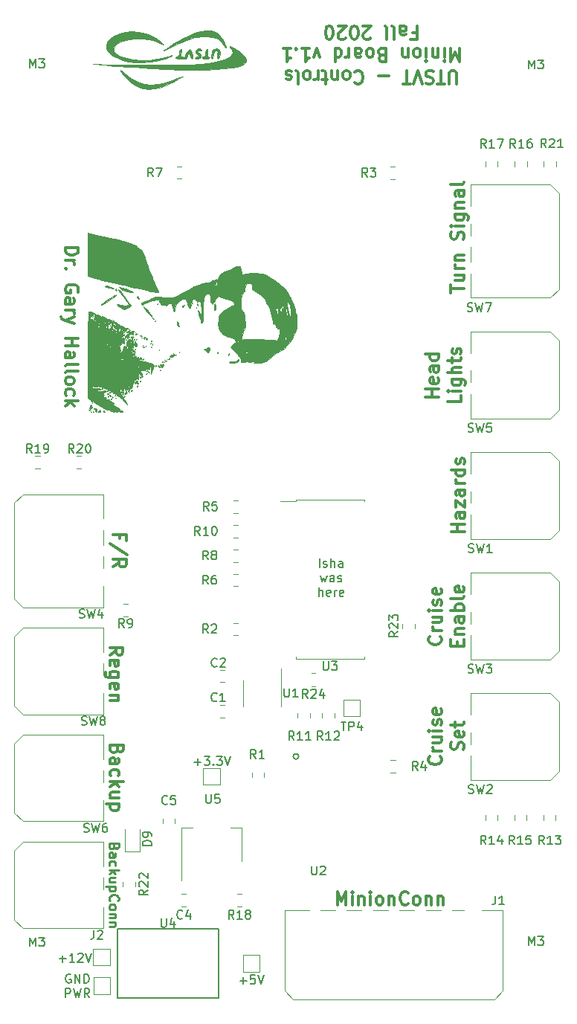
<source format=gbr>
G04 #@! TF.GenerationSoftware,KiCad,Pcbnew,(5.1.5)-3*
G04 #@! TF.CreationDate,2021-10-16T16:02:55-05:00*
G04 #@! TF.ProjectId,Controls-LightingPCB,436f6e74-726f-46c7-932d-4c6967687469,rev?*
G04 #@! TF.SameCoordinates,Original*
G04 #@! TF.FileFunction,Legend,Top*
G04 #@! TF.FilePolarity,Positive*
%FSLAX46Y46*%
G04 Gerber Fmt 4.6, Leading zero omitted, Abs format (unit mm)*
G04 Created by KiCad (PCBNEW (5.1.5)-3) date 2021-10-16 16:02:55*
%MOMM*%
%LPD*%
G04 APERTURE LIST*
%ADD10C,0.150000*%
%ADD11C,0.300000*%
%ADD12C,0.228600*%
%ADD13C,0.120000*%
%ADD14C,0.010000*%
%ADD15C,0.127000*%
G04 APERTURE END LIST*
D10*
X145300000Y-134671428D02*
X146061904Y-134671428D01*
X145680952Y-135052380D02*
X145680952Y-134290476D01*
X146442857Y-134052380D02*
X147061904Y-134052380D01*
X146728571Y-134433333D01*
X146871428Y-134433333D01*
X146966666Y-134480952D01*
X147014285Y-134528571D01*
X147061904Y-134623809D01*
X147061904Y-134861904D01*
X147014285Y-134957142D01*
X146966666Y-135004761D01*
X146871428Y-135052380D01*
X146585714Y-135052380D01*
X146490476Y-135004761D01*
X146442857Y-134957142D01*
X147490476Y-134957142D02*
X147538095Y-135004761D01*
X147490476Y-135052380D01*
X147442857Y-135004761D01*
X147490476Y-134957142D01*
X147490476Y-135052380D01*
X147871428Y-134052380D02*
X148490476Y-134052380D01*
X148157142Y-134433333D01*
X148300000Y-134433333D01*
X148395238Y-134480952D01*
X148442857Y-134528571D01*
X148490476Y-134623809D01*
X148490476Y-134861904D01*
X148442857Y-134957142D01*
X148395238Y-135004761D01*
X148300000Y-135052380D01*
X148014285Y-135052380D01*
X147919047Y-135004761D01*
X147871428Y-134957142D01*
X148776190Y-134052380D02*
X149109523Y-135052380D01*
X149442857Y-134052380D01*
X159590476Y-112502380D02*
X159590476Y-111502380D01*
X160019047Y-112454761D02*
X160114285Y-112502380D01*
X160304761Y-112502380D01*
X160400000Y-112454761D01*
X160447619Y-112359523D01*
X160447619Y-112311904D01*
X160400000Y-112216666D01*
X160304761Y-112169047D01*
X160161904Y-112169047D01*
X160066666Y-112121428D01*
X160019047Y-112026190D01*
X160019047Y-111978571D01*
X160066666Y-111883333D01*
X160161904Y-111835714D01*
X160304761Y-111835714D01*
X160400000Y-111883333D01*
X160876190Y-112502380D02*
X160876190Y-111502380D01*
X161304761Y-112502380D02*
X161304761Y-111978571D01*
X161257142Y-111883333D01*
X161161904Y-111835714D01*
X161019047Y-111835714D01*
X160923809Y-111883333D01*
X160876190Y-111930952D01*
X162209523Y-112502380D02*
X162209523Y-111978571D01*
X162161904Y-111883333D01*
X162066666Y-111835714D01*
X161876190Y-111835714D01*
X161780952Y-111883333D01*
X162209523Y-112454761D02*
X162114285Y-112502380D01*
X161876190Y-112502380D01*
X161780952Y-112454761D01*
X161733333Y-112359523D01*
X161733333Y-112264285D01*
X161780952Y-112169047D01*
X161876190Y-112121428D01*
X162114285Y-112121428D01*
X162209523Y-112073809D01*
X159661904Y-113485714D02*
X159852380Y-114152380D01*
X160042857Y-113676190D01*
X160233333Y-114152380D01*
X160423809Y-113485714D01*
X161233333Y-114152380D02*
X161233333Y-113628571D01*
X161185714Y-113533333D01*
X161090476Y-113485714D01*
X160900000Y-113485714D01*
X160804761Y-113533333D01*
X161233333Y-114104761D02*
X161138095Y-114152380D01*
X160900000Y-114152380D01*
X160804761Y-114104761D01*
X160757142Y-114009523D01*
X160757142Y-113914285D01*
X160804761Y-113819047D01*
X160900000Y-113771428D01*
X161138095Y-113771428D01*
X161233333Y-113723809D01*
X161661904Y-114104761D02*
X161757142Y-114152380D01*
X161947619Y-114152380D01*
X162042857Y-114104761D01*
X162090476Y-114009523D01*
X162090476Y-113961904D01*
X162042857Y-113866666D01*
X161947619Y-113819047D01*
X161804761Y-113819047D01*
X161709523Y-113771428D01*
X161661904Y-113676190D01*
X161661904Y-113628571D01*
X161709523Y-113533333D01*
X161804761Y-113485714D01*
X161947619Y-113485714D01*
X162042857Y-113533333D01*
X159519047Y-115802380D02*
X159519047Y-114802380D01*
X159947619Y-115802380D02*
X159947619Y-115278571D01*
X159900000Y-115183333D01*
X159804761Y-115135714D01*
X159661904Y-115135714D01*
X159566666Y-115183333D01*
X159519047Y-115230952D01*
X160804761Y-115754761D02*
X160709523Y-115802380D01*
X160519047Y-115802380D01*
X160423809Y-115754761D01*
X160376190Y-115659523D01*
X160376190Y-115278571D01*
X160423809Y-115183333D01*
X160519047Y-115135714D01*
X160709523Y-115135714D01*
X160804761Y-115183333D01*
X160852380Y-115278571D01*
X160852380Y-115373809D01*
X160376190Y-115469047D01*
X161280952Y-115802380D02*
X161280952Y-115135714D01*
X161280952Y-115326190D02*
X161328571Y-115230952D01*
X161376190Y-115183333D01*
X161471428Y-115135714D01*
X161566666Y-115135714D01*
X162280952Y-115754761D02*
X162185714Y-115802380D01*
X161995238Y-115802380D01*
X161900000Y-115754761D01*
X161852380Y-115659523D01*
X161852380Y-115278571D01*
X161900000Y-115183333D01*
X161995238Y-115135714D01*
X162185714Y-115135714D01*
X162280952Y-115183333D01*
X162328571Y-115278571D01*
X162328571Y-115373809D01*
X161852380Y-115469047D01*
D11*
X175178571Y-57471428D02*
X175178571Y-56257142D01*
X175107142Y-56114285D01*
X175035714Y-56042857D01*
X174892857Y-55971428D01*
X174607142Y-55971428D01*
X174464285Y-56042857D01*
X174392857Y-56114285D01*
X174321428Y-56257142D01*
X174321428Y-57471428D01*
X173821428Y-57471428D02*
X172964285Y-57471428D01*
X173392857Y-55971428D02*
X173392857Y-57471428D01*
X172535714Y-56042857D02*
X172321428Y-55971428D01*
X171964285Y-55971428D01*
X171821428Y-56042857D01*
X171750000Y-56114285D01*
X171678571Y-56257142D01*
X171678571Y-56400000D01*
X171750000Y-56542857D01*
X171821428Y-56614285D01*
X171964285Y-56685714D01*
X172250000Y-56757142D01*
X172392857Y-56828571D01*
X172464285Y-56900000D01*
X172535714Y-57042857D01*
X172535714Y-57185714D01*
X172464285Y-57328571D01*
X172392857Y-57400000D01*
X172250000Y-57471428D01*
X171892857Y-57471428D01*
X171678571Y-57400000D01*
X171250000Y-57471428D02*
X170750000Y-55971428D01*
X170250000Y-57471428D01*
X169964285Y-57471428D02*
X169107142Y-57471428D01*
X169535714Y-55971428D02*
X169535714Y-57471428D01*
X167464285Y-56542857D02*
X166321428Y-56542857D01*
X163607142Y-56114285D02*
X163678571Y-56042857D01*
X163892857Y-55971428D01*
X164035714Y-55971428D01*
X164250000Y-56042857D01*
X164392857Y-56185714D01*
X164464285Y-56328571D01*
X164535714Y-56614285D01*
X164535714Y-56828571D01*
X164464285Y-57114285D01*
X164392857Y-57257142D01*
X164250000Y-57400000D01*
X164035714Y-57471428D01*
X163892857Y-57471428D01*
X163678571Y-57400000D01*
X163607142Y-57328571D01*
X162750000Y-55971428D02*
X162892857Y-56042857D01*
X162964285Y-56114285D01*
X163035714Y-56257142D01*
X163035714Y-56685714D01*
X162964285Y-56828571D01*
X162892857Y-56900000D01*
X162750000Y-56971428D01*
X162535714Y-56971428D01*
X162392857Y-56900000D01*
X162321428Y-56828571D01*
X162250000Y-56685714D01*
X162250000Y-56257142D01*
X162321428Y-56114285D01*
X162392857Y-56042857D01*
X162535714Y-55971428D01*
X162750000Y-55971428D01*
X161607142Y-56971428D02*
X161607142Y-55971428D01*
X161607142Y-56828571D02*
X161535714Y-56900000D01*
X161392857Y-56971428D01*
X161178571Y-56971428D01*
X161035714Y-56900000D01*
X160964285Y-56757142D01*
X160964285Y-55971428D01*
X160464285Y-56971428D02*
X159892857Y-56971428D01*
X160250000Y-57471428D02*
X160250000Y-56185714D01*
X160178571Y-56042857D01*
X160035714Y-55971428D01*
X159892857Y-55971428D01*
X159392857Y-55971428D02*
X159392857Y-56971428D01*
X159392857Y-56685714D02*
X159321428Y-56828571D01*
X159250000Y-56900000D01*
X159107142Y-56971428D01*
X158964285Y-56971428D01*
X158250000Y-55971428D02*
X158392857Y-56042857D01*
X158464285Y-56114285D01*
X158535714Y-56257142D01*
X158535714Y-56685714D01*
X158464285Y-56828571D01*
X158392857Y-56900000D01*
X158250000Y-56971428D01*
X158035714Y-56971428D01*
X157892857Y-56900000D01*
X157821428Y-56828571D01*
X157750000Y-56685714D01*
X157750000Y-56257142D01*
X157821428Y-56114285D01*
X157892857Y-56042857D01*
X158035714Y-55971428D01*
X158250000Y-55971428D01*
X156892857Y-55971428D02*
X157035714Y-56042857D01*
X157107142Y-56185714D01*
X157107142Y-57471428D01*
X156392857Y-56042857D02*
X156250000Y-55971428D01*
X155964285Y-55971428D01*
X155821428Y-56042857D01*
X155750000Y-56185714D01*
X155750000Y-56257142D01*
X155821428Y-56400000D01*
X155964285Y-56471428D01*
X156178571Y-56471428D01*
X156321428Y-56542857D01*
X156392857Y-56685714D01*
X156392857Y-56757142D01*
X156321428Y-56900000D01*
X156178571Y-56971428D01*
X155964285Y-56971428D01*
X155821428Y-56900000D01*
X175500000Y-53421428D02*
X175500000Y-54921428D01*
X175000000Y-53850000D01*
X174500000Y-54921428D01*
X174500000Y-53421428D01*
X173785714Y-53421428D02*
X173785714Y-54421428D01*
X173785714Y-54921428D02*
X173857142Y-54850000D01*
X173785714Y-54778571D01*
X173714285Y-54850000D01*
X173785714Y-54921428D01*
X173785714Y-54778571D01*
X173071428Y-54421428D02*
X173071428Y-53421428D01*
X173071428Y-54278571D02*
X173000000Y-54350000D01*
X172857142Y-54421428D01*
X172642857Y-54421428D01*
X172500000Y-54350000D01*
X172428571Y-54207142D01*
X172428571Y-53421428D01*
X171714285Y-53421428D02*
X171714285Y-54421428D01*
X171714285Y-54921428D02*
X171785714Y-54850000D01*
X171714285Y-54778571D01*
X171642857Y-54850000D01*
X171714285Y-54921428D01*
X171714285Y-54778571D01*
X170785714Y-53421428D02*
X170928571Y-53492857D01*
X171000000Y-53564285D01*
X171071428Y-53707142D01*
X171071428Y-54135714D01*
X171000000Y-54278571D01*
X170928571Y-54350000D01*
X170785714Y-54421428D01*
X170571428Y-54421428D01*
X170428571Y-54350000D01*
X170357142Y-54278571D01*
X170285714Y-54135714D01*
X170285714Y-53707142D01*
X170357142Y-53564285D01*
X170428571Y-53492857D01*
X170571428Y-53421428D01*
X170785714Y-53421428D01*
X169642857Y-54421428D02*
X169642857Y-53421428D01*
X169642857Y-54278571D02*
X169571428Y-54350000D01*
X169428571Y-54421428D01*
X169214285Y-54421428D01*
X169071428Y-54350000D01*
X169000000Y-54207142D01*
X169000000Y-53421428D01*
X166642857Y-54207142D02*
X166428571Y-54135714D01*
X166357142Y-54064285D01*
X166285714Y-53921428D01*
X166285714Y-53707142D01*
X166357142Y-53564285D01*
X166428571Y-53492857D01*
X166571428Y-53421428D01*
X167142857Y-53421428D01*
X167142857Y-54921428D01*
X166642857Y-54921428D01*
X166500000Y-54850000D01*
X166428571Y-54778571D01*
X166357142Y-54635714D01*
X166357142Y-54492857D01*
X166428571Y-54350000D01*
X166500000Y-54278571D01*
X166642857Y-54207142D01*
X167142857Y-54207142D01*
X165428571Y-53421428D02*
X165571428Y-53492857D01*
X165642857Y-53564285D01*
X165714285Y-53707142D01*
X165714285Y-54135714D01*
X165642857Y-54278571D01*
X165571428Y-54350000D01*
X165428571Y-54421428D01*
X165214285Y-54421428D01*
X165071428Y-54350000D01*
X165000000Y-54278571D01*
X164928571Y-54135714D01*
X164928571Y-53707142D01*
X165000000Y-53564285D01*
X165071428Y-53492857D01*
X165214285Y-53421428D01*
X165428571Y-53421428D01*
X163642857Y-53421428D02*
X163642857Y-54207142D01*
X163714285Y-54350000D01*
X163857142Y-54421428D01*
X164142857Y-54421428D01*
X164285714Y-54350000D01*
X163642857Y-53492857D02*
X163785714Y-53421428D01*
X164142857Y-53421428D01*
X164285714Y-53492857D01*
X164357142Y-53635714D01*
X164357142Y-53778571D01*
X164285714Y-53921428D01*
X164142857Y-53992857D01*
X163785714Y-53992857D01*
X163642857Y-54064285D01*
X162928571Y-53421428D02*
X162928571Y-54421428D01*
X162928571Y-54135714D02*
X162857142Y-54278571D01*
X162785714Y-54350000D01*
X162642857Y-54421428D01*
X162500000Y-54421428D01*
X161357142Y-53421428D02*
X161357142Y-54921428D01*
X161357142Y-53492857D02*
X161500000Y-53421428D01*
X161785714Y-53421428D01*
X161928571Y-53492857D01*
X162000000Y-53564285D01*
X162071428Y-53707142D01*
X162071428Y-54135714D01*
X162000000Y-54278571D01*
X161928571Y-54350000D01*
X161785714Y-54421428D01*
X161500000Y-54421428D01*
X161357142Y-54350000D01*
X159642857Y-54421428D02*
X159285714Y-53421428D01*
X158928571Y-54421428D01*
X157571428Y-53421428D02*
X158428571Y-53421428D01*
X158000000Y-53421428D02*
X158000000Y-54921428D01*
X158142857Y-54707142D01*
X158285714Y-54564285D01*
X158428571Y-54492857D01*
X156928571Y-53564285D02*
X156857142Y-53492857D01*
X156928571Y-53421428D01*
X157000000Y-53492857D01*
X156928571Y-53564285D01*
X156928571Y-53421428D01*
X155428571Y-53421428D02*
X156285714Y-53421428D01*
X155857142Y-53421428D02*
X155857142Y-54921428D01*
X156000000Y-54707142D01*
X156142857Y-54564285D01*
X156285714Y-54492857D01*
X170178571Y-51657142D02*
X170678571Y-51657142D01*
X170678571Y-50871428D02*
X170678571Y-52371428D01*
X169964285Y-52371428D01*
X168750000Y-50871428D02*
X168750000Y-51657142D01*
X168821428Y-51800000D01*
X168964285Y-51871428D01*
X169250000Y-51871428D01*
X169392857Y-51800000D01*
X168750000Y-50942857D02*
X168892857Y-50871428D01*
X169250000Y-50871428D01*
X169392857Y-50942857D01*
X169464285Y-51085714D01*
X169464285Y-51228571D01*
X169392857Y-51371428D01*
X169250000Y-51442857D01*
X168892857Y-51442857D01*
X168750000Y-51514285D01*
X167821428Y-50871428D02*
X167964285Y-50942857D01*
X168035714Y-51085714D01*
X168035714Y-52371428D01*
X167035714Y-50871428D02*
X167178571Y-50942857D01*
X167250000Y-51085714D01*
X167250000Y-52371428D01*
X165392857Y-52228571D02*
X165321428Y-52300000D01*
X165178571Y-52371428D01*
X164821428Y-52371428D01*
X164678571Y-52300000D01*
X164607142Y-52228571D01*
X164535714Y-52085714D01*
X164535714Y-51942857D01*
X164607142Y-51728571D01*
X165464285Y-50871428D01*
X164535714Y-50871428D01*
X163607142Y-52371428D02*
X163464285Y-52371428D01*
X163321428Y-52300000D01*
X163250000Y-52228571D01*
X163178571Y-52085714D01*
X163107142Y-51800000D01*
X163107142Y-51442857D01*
X163178571Y-51157142D01*
X163250000Y-51014285D01*
X163321428Y-50942857D01*
X163464285Y-50871428D01*
X163607142Y-50871428D01*
X163750000Y-50942857D01*
X163821428Y-51014285D01*
X163892857Y-51157142D01*
X163964285Y-51442857D01*
X163964285Y-51800000D01*
X163892857Y-52085714D01*
X163821428Y-52228571D01*
X163750000Y-52300000D01*
X163607142Y-52371428D01*
X162535714Y-52228571D02*
X162464285Y-52300000D01*
X162321428Y-52371428D01*
X161964285Y-52371428D01*
X161821428Y-52300000D01*
X161750000Y-52228571D01*
X161678571Y-52085714D01*
X161678571Y-51942857D01*
X161750000Y-51728571D01*
X162607142Y-50871428D01*
X161678571Y-50871428D01*
X160750000Y-52371428D02*
X160607142Y-52371428D01*
X160464285Y-52300000D01*
X160392857Y-52228571D01*
X160321428Y-52085714D01*
X160250000Y-51800000D01*
X160250000Y-51442857D01*
X160321428Y-51157142D01*
X160392857Y-51014285D01*
X160464285Y-50942857D01*
X160607142Y-50871428D01*
X160750000Y-50871428D01*
X160892857Y-50942857D01*
X160964285Y-51014285D01*
X161035714Y-51157142D01*
X161107142Y-51442857D01*
X161107142Y-51800000D01*
X161035714Y-52085714D01*
X160964285Y-52228571D01*
X160892857Y-52300000D01*
X160750000Y-52371428D01*
X130621428Y-76099999D02*
X132121428Y-76099999D01*
X132121428Y-76457142D01*
X132050000Y-76671428D01*
X131907142Y-76814285D01*
X131764285Y-76885714D01*
X131478571Y-76957142D01*
X131264285Y-76957142D01*
X130978571Y-76885714D01*
X130835714Y-76814285D01*
X130692857Y-76671428D01*
X130621428Y-76457142D01*
X130621428Y-76099999D01*
X130621428Y-77599999D02*
X131621428Y-77599999D01*
X131335714Y-77599999D02*
X131478571Y-77671428D01*
X131550000Y-77742857D01*
X131621428Y-77885714D01*
X131621428Y-78028571D01*
X130764285Y-78528571D02*
X130692857Y-78599999D01*
X130621428Y-78528571D01*
X130692857Y-78457142D01*
X130764285Y-78528571D01*
X130621428Y-78528571D01*
X132050000Y-81171428D02*
X132121428Y-81028571D01*
X132121428Y-80814285D01*
X132050000Y-80599999D01*
X131907142Y-80457142D01*
X131764285Y-80385714D01*
X131478571Y-80314285D01*
X131264285Y-80314285D01*
X130978571Y-80385714D01*
X130835714Y-80457142D01*
X130692857Y-80599999D01*
X130621428Y-80814285D01*
X130621428Y-80957142D01*
X130692857Y-81171428D01*
X130764285Y-81242857D01*
X131264285Y-81242857D01*
X131264285Y-80957142D01*
X130621428Y-82528571D02*
X131407142Y-82528571D01*
X131550000Y-82457142D01*
X131621428Y-82314285D01*
X131621428Y-82028571D01*
X131550000Y-81885714D01*
X130692857Y-82528571D02*
X130621428Y-82385714D01*
X130621428Y-82028571D01*
X130692857Y-81885714D01*
X130835714Y-81814285D01*
X130978571Y-81814285D01*
X131121428Y-81885714D01*
X131192857Y-82028571D01*
X131192857Y-82385714D01*
X131264285Y-82528571D01*
X130621428Y-83242857D02*
X131621428Y-83242857D01*
X131335714Y-83242857D02*
X131478571Y-83314285D01*
X131550000Y-83385714D01*
X131621428Y-83528571D01*
X131621428Y-83671428D01*
X131621428Y-84028571D02*
X130621428Y-84385714D01*
X131621428Y-84742857D02*
X130621428Y-84385714D01*
X130264285Y-84242857D01*
X130192857Y-84171428D01*
X130121428Y-84028571D01*
X130621428Y-86457142D02*
X132121428Y-86457142D01*
X131407142Y-86457142D02*
X131407142Y-87314285D01*
X130621428Y-87314285D02*
X132121428Y-87314285D01*
X130621428Y-88671428D02*
X131407142Y-88671428D01*
X131550000Y-88600000D01*
X131621428Y-88457142D01*
X131621428Y-88171428D01*
X131550000Y-88028571D01*
X130692857Y-88671428D02*
X130621428Y-88528571D01*
X130621428Y-88171428D01*
X130692857Y-88028571D01*
X130835714Y-87957142D01*
X130978571Y-87957142D01*
X131121428Y-88028571D01*
X131192857Y-88171428D01*
X131192857Y-88528571D01*
X131264285Y-88671428D01*
X130621428Y-89600000D02*
X130692857Y-89457142D01*
X130835714Y-89385714D01*
X132121428Y-89385714D01*
X130621428Y-90385714D02*
X130692857Y-90242857D01*
X130835714Y-90171428D01*
X132121428Y-90171428D01*
X130621428Y-91171428D02*
X130692857Y-91028571D01*
X130764285Y-90957142D01*
X130907142Y-90885714D01*
X131335714Y-90885714D01*
X131478571Y-90957142D01*
X131550000Y-91028571D01*
X131621428Y-91171428D01*
X131621428Y-91385714D01*
X131550000Y-91528571D01*
X131478571Y-91600000D01*
X131335714Y-91671428D01*
X130907142Y-91671428D01*
X130764285Y-91600000D01*
X130692857Y-91528571D01*
X130621428Y-91385714D01*
X130621428Y-91171428D01*
X130692857Y-92957142D02*
X130621428Y-92814285D01*
X130621428Y-92528571D01*
X130692857Y-92385714D01*
X130764285Y-92314285D01*
X130907142Y-92242857D01*
X131335714Y-92242857D01*
X131478571Y-92314285D01*
X131550000Y-92385714D01*
X131621428Y-92528571D01*
X131621428Y-92814285D01*
X131550000Y-92957142D01*
X130621428Y-93600000D02*
X132121428Y-93600000D01*
X131192857Y-93742857D02*
X130621428Y-94171428D01*
X131621428Y-94171428D02*
X131050000Y-93600000D01*
D10*
X183390476Y-155552380D02*
X183390476Y-154552380D01*
X183723809Y-155266666D01*
X184057142Y-154552380D01*
X184057142Y-155552380D01*
X184438095Y-154552380D02*
X185057142Y-154552380D01*
X184723809Y-154933333D01*
X184866666Y-154933333D01*
X184961904Y-154980952D01*
X185009523Y-155028571D01*
X185057142Y-155123809D01*
X185057142Y-155361904D01*
X185009523Y-155457142D01*
X184961904Y-155504761D01*
X184866666Y-155552380D01*
X184580952Y-155552380D01*
X184485714Y-155504761D01*
X184438095Y-155457142D01*
X126590476Y-155652380D02*
X126590476Y-154652380D01*
X126923809Y-155366666D01*
X127257142Y-154652380D01*
X127257142Y-155652380D01*
X127638095Y-154652380D02*
X128257142Y-154652380D01*
X127923809Y-155033333D01*
X128066666Y-155033333D01*
X128161904Y-155080952D01*
X128209523Y-155128571D01*
X128257142Y-155223809D01*
X128257142Y-155461904D01*
X128209523Y-155557142D01*
X128161904Y-155604761D01*
X128066666Y-155652380D01*
X127780952Y-155652380D01*
X127685714Y-155604761D01*
X127638095Y-155557142D01*
X183390476Y-55752380D02*
X183390476Y-54752380D01*
X183723809Y-55466666D01*
X184057142Y-54752380D01*
X184057142Y-55752380D01*
X184438095Y-54752380D02*
X185057142Y-54752380D01*
X184723809Y-55133333D01*
X184866666Y-55133333D01*
X184961904Y-55180952D01*
X185009523Y-55228571D01*
X185057142Y-55323809D01*
X185057142Y-55561904D01*
X185009523Y-55657142D01*
X184961904Y-55704761D01*
X184866666Y-55752380D01*
X184580952Y-55752380D01*
X184485714Y-55704761D01*
X184438095Y-55657142D01*
X126590476Y-55652380D02*
X126590476Y-54652380D01*
X126923809Y-55366666D01*
X127257142Y-54652380D01*
X127257142Y-55652380D01*
X127638095Y-54652380D02*
X128257142Y-54652380D01*
X127923809Y-55033333D01*
X128066666Y-55033333D01*
X128161904Y-55080952D01*
X128209523Y-55128571D01*
X128257142Y-55223809D01*
X128257142Y-55461904D01*
X128209523Y-55557142D01*
X128161904Y-55604761D01*
X128066666Y-55652380D01*
X127780952Y-55652380D01*
X127685714Y-55604761D01*
X127638095Y-55557142D01*
X150514285Y-159571428D02*
X151276190Y-159571428D01*
X150895238Y-159952380D02*
X150895238Y-159190476D01*
X152228571Y-158952380D02*
X151752380Y-158952380D01*
X151704761Y-159428571D01*
X151752380Y-159380952D01*
X151847619Y-159333333D01*
X152085714Y-159333333D01*
X152180952Y-159380952D01*
X152228571Y-159428571D01*
X152276190Y-159523809D01*
X152276190Y-159761904D01*
X152228571Y-159857142D01*
X152180952Y-159904761D01*
X152085714Y-159952380D01*
X151847619Y-159952380D01*
X151752380Y-159904761D01*
X151704761Y-159857142D01*
X152561904Y-158952380D02*
X152895238Y-159952380D01*
X153228571Y-158952380D01*
X131238095Y-158875000D02*
X131142857Y-158827380D01*
X131000000Y-158827380D01*
X130857142Y-158875000D01*
X130761904Y-158970238D01*
X130714285Y-159065476D01*
X130666666Y-159255952D01*
X130666666Y-159398809D01*
X130714285Y-159589285D01*
X130761904Y-159684523D01*
X130857142Y-159779761D01*
X131000000Y-159827380D01*
X131095238Y-159827380D01*
X131238095Y-159779761D01*
X131285714Y-159732142D01*
X131285714Y-159398809D01*
X131095238Y-159398809D01*
X131714285Y-159827380D02*
X131714285Y-158827380D01*
X132285714Y-159827380D01*
X132285714Y-158827380D01*
X132761904Y-159827380D02*
X132761904Y-158827380D01*
X133000000Y-158827380D01*
X133142857Y-158875000D01*
X133238095Y-158970238D01*
X133285714Y-159065476D01*
X133333333Y-159255952D01*
X133333333Y-159398809D01*
X133285714Y-159589285D01*
X133238095Y-159684523D01*
X133142857Y-159779761D01*
X133000000Y-159827380D01*
X132761904Y-159827380D01*
X130666666Y-161477380D02*
X130666666Y-160477380D01*
X131047619Y-160477380D01*
X131142857Y-160525000D01*
X131190476Y-160572619D01*
X131238095Y-160667857D01*
X131238095Y-160810714D01*
X131190476Y-160905952D01*
X131142857Y-160953571D01*
X131047619Y-161001190D01*
X130666666Y-161001190D01*
X131571428Y-160477380D02*
X131809523Y-161477380D01*
X132000000Y-160763095D01*
X132190476Y-161477380D01*
X132428571Y-160477380D01*
X133380952Y-161477380D02*
X133047619Y-161001190D01*
X132809523Y-161477380D02*
X132809523Y-160477380D01*
X133190476Y-160477380D01*
X133285714Y-160525000D01*
X133333333Y-160572619D01*
X133380952Y-160667857D01*
X133380952Y-160810714D01*
X133333333Y-160905952D01*
X133285714Y-160953571D01*
X133190476Y-161001190D01*
X132809523Y-161001190D01*
X129938095Y-157071428D02*
X130700000Y-157071428D01*
X130319047Y-157452380D02*
X130319047Y-156690476D01*
X131700000Y-157452380D02*
X131128571Y-157452380D01*
X131414285Y-157452380D02*
X131414285Y-156452380D01*
X131319047Y-156595238D01*
X131223809Y-156690476D01*
X131128571Y-156738095D01*
X132080952Y-156547619D02*
X132128571Y-156500000D01*
X132223809Y-156452380D01*
X132461904Y-156452380D01*
X132557142Y-156500000D01*
X132604761Y-156547619D01*
X132652380Y-156642857D01*
X132652380Y-156738095D01*
X132604761Y-156880952D01*
X132033333Y-157452380D01*
X132652380Y-157452380D01*
X132938095Y-156452380D02*
X133271428Y-157452380D01*
X133604761Y-156452380D01*
D11*
X136548342Y-133262628D02*
X136476914Y-133476914D01*
X136405485Y-133548342D01*
X136262628Y-133619771D01*
X136048342Y-133619771D01*
X135905485Y-133548342D01*
X135834057Y-133476914D01*
X135762628Y-133334057D01*
X135762628Y-132762628D01*
X137262628Y-132762628D01*
X137262628Y-133262628D01*
X137191200Y-133405485D01*
X137119771Y-133476914D01*
X136976914Y-133548342D01*
X136834057Y-133548342D01*
X136691200Y-133476914D01*
X136619771Y-133405485D01*
X136548342Y-133262628D01*
X136548342Y-132762628D01*
X135762628Y-134905485D02*
X136548342Y-134905485D01*
X136691200Y-134834057D01*
X136762628Y-134691200D01*
X136762628Y-134405485D01*
X136691200Y-134262628D01*
X135834057Y-134905485D02*
X135762628Y-134762628D01*
X135762628Y-134405485D01*
X135834057Y-134262628D01*
X135976914Y-134191200D01*
X136119771Y-134191200D01*
X136262628Y-134262628D01*
X136334057Y-134405485D01*
X136334057Y-134762628D01*
X136405485Y-134905485D01*
X135834057Y-136262628D02*
X135762628Y-136119771D01*
X135762628Y-135834057D01*
X135834057Y-135691200D01*
X135905485Y-135619771D01*
X136048342Y-135548342D01*
X136476914Y-135548342D01*
X136619771Y-135619771D01*
X136691200Y-135691200D01*
X136762628Y-135834057D01*
X136762628Y-136119771D01*
X136691200Y-136262628D01*
X135762628Y-136905485D02*
X137262628Y-136905485D01*
X136334057Y-137048342D02*
X135762628Y-137476914D01*
X136762628Y-137476914D02*
X136191200Y-136905485D01*
X136762628Y-138762628D02*
X135762628Y-138762628D01*
X136762628Y-138119771D02*
X135976914Y-138119771D01*
X135834057Y-138191200D01*
X135762628Y-138334057D01*
X135762628Y-138548342D01*
X135834057Y-138691200D01*
X135905485Y-138762628D01*
X136762628Y-139476914D02*
X135262628Y-139476914D01*
X136691200Y-139476914D02*
X136762628Y-139619771D01*
X136762628Y-139905485D01*
X136691200Y-140048342D01*
X136619771Y-140119771D01*
X136476914Y-140191200D01*
X136048342Y-140191200D01*
X135905485Y-140119771D01*
X135834057Y-140048342D01*
X135762628Y-139905485D01*
X135762628Y-139619771D01*
X135834057Y-139476914D01*
X135686428Y-122502428D02*
X136400714Y-122002428D01*
X135686428Y-121645285D02*
X137186428Y-121645285D01*
X137186428Y-122216714D01*
X137115000Y-122359571D01*
X137043571Y-122431000D01*
X136900714Y-122502428D01*
X136686428Y-122502428D01*
X136543571Y-122431000D01*
X136472142Y-122359571D01*
X136400714Y-122216714D01*
X136400714Y-121645285D01*
X135757857Y-123716714D02*
X135686428Y-123573857D01*
X135686428Y-123288142D01*
X135757857Y-123145285D01*
X135900714Y-123073857D01*
X136472142Y-123073857D01*
X136615000Y-123145285D01*
X136686428Y-123288142D01*
X136686428Y-123573857D01*
X136615000Y-123716714D01*
X136472142Y-123788142D01*
X136329285Y-123788142D01*
X136186428Y-123073857D01*
X136686428Y-125073857D02*
X135472142Y-125073857D01*
X135329285Y-125002428D01*
X135257857Y-124931000D01*
X135186428Y-124788142D01*
X135186428Y-124573857D01*
X135257857Y-124431000D01*
X135757857Y-125073857D02*
X135686428Y-124931000D01*
X135686428Y-124645285D01*
X135757857Y-124502428D01*
X135829285Y-124431000D01*
X135972142Y-124359571D01*
X136400714Y-124359571D01*
X136543571Y-124431000D01*
X136615000Y-124502428D01*
X136686428Y-124645285D01*
X136686428Y-124931000D01*
X136615000Y-125073857D01*
X135757857Y-126359571D02*
X135686428Y-126216714D01*
X135686428Y-125931000D01*
X135757857Y-125788142D01*
X135900714Y-125716714D01*
X136472142Y-125716714D01*
X136615000Y-125788142D01*
X136686428Y-125931000D01*
X136686428Y-126216714D01*
X136615000Y-126359571D01*
X136472142Y-126431000D01*
X136329285Y-126431000D01*
X136186428Y-125716714D01*
X136686428Y-127073857D02*
X135686428Y-127073857D01*
X136543571Y-127073857D02*
X136615000Y-127145285D01*
X136686428Y-127288142D01*
X136686428Y-127502428D01*
X136615000Y-127645285D01*
X136472142Y-127716714D01*
X135686428Y-127716714D01*
X161596685Y-150937371D02*
X161596685Y-149437371D01*
X162096685Y-150508800D01*
X162596685Y-149437371D01*
X162596685Y-150937371D01*
X163310971Y-150937371D02*
X163310971Y-149937371D01*
X163310971Y-149437371D02*
X163239542Y-149508800D01*
X163310971Y-149580228D01*
X163382400Y-149508800D01*
X163310971Y-149437371D01*
X163310971Y-149580228D01*
X164025257Y-149937371D02*
X164025257Y-150937371D01*
X164025257Y-150080228D02*
X164096685Y-150008800D01*
X164239542Y-149937371D01*
X164453828Y-149937371D01*
X164596685Y-150008800D01*
X164668114Y-150151657D01*
X164668114Y-150937371D01*
X165382400Y-150937371D02*
X165382400Y-149937371D01*
X165382400Y-149437371D02*
X165310971Y-149508800D01*
X165382400Y-149580228D01*
X165453828Y-149508800D01*
X165382400Y-149437371D01*
X165382400Y-149580228D01*
X166310971Y-150937371D02*
X166168114Y-150865942D01*
X166096685Y-150794514D01*
X166025257Y-150651657D01*
X166025257Y-150223085D01*
X166096685Y-150080228D01*
X166168114Y-150008800D01*
X166310971Y-149937371D01*
X166525257Y-149937371D01*
X166668114Y-150008800D01*
X166739542Y-150080228D01*
X166810971Y-150223085D01*
X166810971Y-150651657D01*
X166739542Y-150794514D01*
X166668114Y-150865942D01*
X166525257Y-150937371D01*
X166310971Y-150937371D01*
X167453828Y-149937371D02*
X167453828Y-150937371D01*
X167453828Y-150080228D02*
X167525257Y-150008800D01*
X167668114Y-149937371D01*
X167882400Y-149937371D01*
X168025257Y-150008800D01*
X168096685Y-150151657D01*
X168096685Y-150937371D01*
X169668114Y-150794514D02*
X169596685Y-150865942D01*
X169382400Y-150937371D01*
X169239542Y-150937371D01*
X169025257Y-150865942D01*
X168882400Y-150723085D01*
X168810971Y-150580228D01*
X168739542Y-150294514D01*
X168739542Y-150080228D01*
X168810971Y-149794514D01*
X168882400Y-149651657D01*
X169025257Y-149508800D01*
X169239542Y-149437371D01*
X169382400Y-149437371D01*
X169596685Y-149508800D01*
X169668114Y-149580228D01*
X170525257Y-150937371D02*
X170382400Y-150865942D01*
X170310971Y-150794514D01*
X170239542Y-150651657D01*
X170239542Y-150223085D01*
X170310971Y-150080228D01*
X170382400Y-150008800D01*
X170525257Y-149937371D01*
X170739542Y-149937371D01*
X170882400Y-150008800D01*
X170953828Y-150080228D01*
X171025257Y-150223085D01*
X171025257Y-150651657D01*
X170953828Y-150794514D01*
X170882400Y-150865942D01*
X170739542Y-150937371D01*
X170525257Y-150937371D01*
X171668114Y-149937371D02*
X171668114Y-150937371D01*
X171668114Y-150080228D02*
X171739542Y-150008800D01*
X171882400Y-149937371D01*
X172096685Y-149937371D01*
X172239542Y-150008800D01*
X172310971Y-150151657D01*
X172310971Y-150937371D01*
X173025257Y-149937371D02*
X173025257Y-150937371D01*
X173025257Y-150080228D02*
X173096685Y-150008800D01*
X173239542Y-149937371D01*
X173453828Y-149937371D01*
X173596685Y-150008800D01*
X173668114Y-150151657D01*
X173668114Y-150937371D01*
D12*
X136189571Y-144310190D02*
X136137190Y-144467333D01*
X136084809Y-144519714D01*
X135980047Y-144572095D01*
X135822904Y-144572095D01*
X135718142Y-144519714D01*
X135665761Y-144467333D01*
X135613380Y-144362571D01*
X135613380Y-143943523D01*
X136713380Y-143943523D01*
X136713380Y-144310190D01*
X136661000Y-144414952D01*
X136608619Y-144467333D01*
X136503857Y-144519714D01*
X136399095Y-144519714D01*
X136294333Y-144467333D01*
X136241952Y-144414952D01*
X136189571Y-144310190D01*
X136189571Y-143943523D01*
X135613380Y-145514952D02*
X136189571Y-145514952D01*
X136294333Y-145462571D01*
X136346714Y-145357809D01*
X136346714Y-145148285D01*
X136294333Y-145043523D01*
X135665761Y-145514952D02*
X135613380Y-145410190D01*
X135613380Y-145148285D01*
X135665761Y-145043523D01*
X135770523Y-144991142D01*
X135875285Y-144991142D01*
X135980047Y-145043523D01*
X136032428Y-145148285D01*
X136032428Y-145410190D01*
X136084809Y-145514952D01*
X135665761Y-146510190D02*
X135613380Y-146405428D01*
X135613380Y-146195904D01*
X135665761Y-146091142D01*
X135718142Y-146038761D01*
X135822904Y-145986380D01*
X136137190Y-145986380D01*
X136241952Y-146038761D01*
X136294333Y-146091142D01*
X136346714Y-146195904D01*
X136346714Y-146405428D01*
X136294333Y-146510190D01*
X135613380Y-146981619D02*
X136713380Y-146981619D01*
X136032428Y-147086380D02*
X135613380Y-147400666D01*
X136346714Y-147400666D02*
X135927666Y-146981619D01*
X136346714Y-148343523D02*
X135613380Y-148343523D01*
X136346714Y-147872095D02*
X135770523Y-147872095D01*
X135665761Y-147924476D01*
X135613380Y-148029238D01*
X135613380Y-148186380D01*
X135665761Y-148291142D01*
X135718142Y-148343523D01*
X136346714Y-148867333D02*
X135246714Y-148867333D01*
X136294333Y-148867333D02*
X136346714Y-148972095D01*
X136346714Y-149181619D01*
X136294333Y-149286380D01*
X136241952Y-149338761D01*
X136137190Y-149391142D01*
X135822904Y-149391142D01*
X135718142Y-149338761D01*
X135665761Y-149286380D01*
X135613380Y-149181619D01*
X135613380Y-148972095D01*
X135665761Y-148867333D01*
X135718142Y-150491142D02*
X135665761Y-150438761D01*
X135613380Y-150281619D01*
X135613380Y-150176857D01*
X135665761Y-150019714D01*
X135770523Y-149914952D01*
X135875285Y-149862571D01*
X136084809Y-149810190D01*
X136241952Y-149810190D01*
X136451476Y-149862571D01*
X136556238Y-149914952D01*
X136661000Y-150019714D01*
X136713380Y-150176857D01*
X136713380Y-150281619D01*
X136661000Y-150438761D01*
X136608619Y-150491142D01*
X135613380Y-151119714D02*
X135665761Y-151014952D01*
X135718142Y-150962571D01*
X135822904Y-150910190D01*
X136137190Y-150910190D01*
X136241952Y-150962571D01*
X136294333Y-151014952D01*
X136346714Y-151119714D01*
X136346714Y-151276857D01*
X136294333Y-151381619D01*
X136241952Y-151434000D01*
X136137190Y-151486380D01*
X135822904Y-151486380D01*
X135718142Y-151434000D01*
X135665761Y-151381619D01*
X135613380Y-151276857D01*
X135613380Y-151119714D01*
X136346714Y-151957809D02*
X135613380Y-151957809D01*
X136241952Y-151957809D02*
X136294333Y-152010190D01*
X136346714Y-152114952D01*
X136346714Y-152272095D01*
X136294333Y-152376857D01*
X136189571Y-152429238D01*
X135613380Y-152429238D01*
X136346714Y-152953047D02*
X135613380Y-152953047D01*
X136241952Y-152953047D02*
X136294333Y-153005428D01*
X136346714Y-153110190D01*
X136346714Y-153267333D01*
X136294333Y-153372095D01*
X136189571Y-153424476D01*
X135613380Y-153424476D01*
D11*
X173344714Y-134053314D02*
X173416142Y-134124742D01*
X173487571Y-134339028D01*
X173487571Y-134481885D01*
X173416142Y-134696171D01*
X173273285Y-134839028D01*
X173130428Y-134910457D01*
X172844714Y-134981885D01*
X172630428Y-134981885D01*
X172344714Y-134910457D01*
X172201857Y-134839028D01*
X172059000Y-134696171D01*
X171987571Y-134481885D01*
X171987571Y-134339028D01*
X172059000Y-134124742D01*
X172130428Y-134053314D01*
X173487571Y-133410457D02*
X172487571Y-133410457D01*
X172773285Y-133410457D02*
X172630428Y-133339028D01*
X172559000Y-133267600D01*
X172487571Y-133124742D01*
X172487571Y-132981885D01*
X172487571Y-131839028D02*
X173487571Y-131839028D01*
X172487571Y-132481885D02*
X173273285Y-132481885D01*
X173416142Y-132410457D01*
X173487571Y-132267600D01*
X173487571Y-132053314D01*
X173416142Y-131910457D01*
X173344714Y-131839028D01*
X173487571Y-131124742D02*
X172487571Y-131124742D01*
X171987571Y-131124742D02*
X172059000Y-131196171D01*
X172130428Y-131124742D01*
X172059000Y-131053314D01*
X171987571Y-131124742D01*
X172130428Y-131124742D01*
X173416142Y-130481885D02*
X173487571Y-130339028D01*
X173487571Y-130053314D01*
X173416142Y-129910457D01*
X173273285Y-129839028D01*
X173201857Y-129839028D01*
X173059000Y-129910457D01*
X172987571Y-130053314D01*
X172987571Y-130267600D01*
X172916142Y-130410457D01*
X172773285Y-130481885D01*
X172701857Y-130481885D01*
X172559000Y-130410457D01*
X172487571Y-130267600D01*
X172487571Y-130053314D01*
X172559000Y-129910457D01*
X173416142Y-128624742D02*
X173487571Y-128767600D01*
X173487571Y-129053314D01*
X173416142Y-129196171D01*
X173273285Y-129267600D01*
X172701857Y-129267600D01*
X172559000Y-129196171D01*
X172487571Y-129053314D01*
X172487571Y-128767600D01*
X172559000Y-128624742D01*
X172701857Y-128553314D01*
X172844714Y-128553314D01*
X172987571Y-129267600D01*
X175966142Y-133267600D02*
X176037571Y-133053314D01*
X176037571Y-132696171D01*
X175966142Y-132553314D01*
X175894714Y-132481885D01*
X175751857Y-132410457D01*
X175609000Y-132410457D01*
X175466142Y-132481885D01*
X175394714Y-132553314D01*
X175323285Y-132696171D01*
X175251857Y-132981885D01*
X175180428Y-133124742D01*
X175109000Y-133196171D01*
X174966142Y-133267600D01*
X174823285Y-133267600D01*
X174680428Y-133196171D01*
X174609000Y-133124742D01*
X174537571Y-132981885D01*
X174537571Y-132624742D01*
X174609000Y-132410457D01*
X175966142Y-131196171D02*
X176037571Y-131339028D01*
X176037571Y-131624742D01*
X175966142Y-131767600D01*
X175823285Y-131839028D01*
X175251857Y-131839028D01*
X175109000Y-131767600D01*
X175037571Y-131624742D01*
X175037571Y-131339028D01*
X175109000Y-131196171D01*
X175251857Y-131124742D01*
X175394714Y-131124742D01*
X175537571Y-131839028D01*
X175037571Y-130696171D02*
X175037571Y-130124742D01*
X174537571Y-130481885D02*
X175823285Y-130481885D01*
X175966142Y-130410457D01*
X176037571Y-130267600D01*
X176037571Y-130124742D01*
X173344714Y-120388114D02*
X173416142Y-120459542D01*
X173487571Y-120673828D01*
X173487571Y-120816685D01*
X173416142Y-121030971D01*
X173273285Y-121173828D01*
X173130428Y-121245257D01*
X172844714Y-121316685D01*
X172630428Y-121316685D01*
X172344714Y-121245257D01*
X172201857Y-121173828D01*
X172059000Y-121030971D01*
X171987571Y-120816685D01*
X171987571Y-120673828D01*
X172059000Y-120459542D01*
X172130428Y-120388114D01*
X173487571Y-119745257D02*
X172487571Y-119745257D01*
X172773285Y-119745257D02*
X172630428Y-119673828D01*
X172559000Y-119602400D01*
X172487571Y-119459542D01*
X172487571Y-119316685D01*
X172487571Y-118173828D02*
X173487571Y-118173828D01*
X172487571Y-118816685D02*
X173273285Y-118816685D01*
X173416142Y-118745257D01*
X173487571Y-118602400D01*
X173487571Y-118388114D01*
X173416142Y-118245257D01*
X173344714Y-118173828D01*
X173487571Y-117459542D02*
X172487571Y-117459542D01*
X171987571Y-117459542D02*
X172059000Y-117530971D01*
X172130428Y-117459542D01*
X172059000Y-117388114D01*
X171987571Y-117459542D01*
X172130428Y-117459542D01*
X173416142Y-116816685D02*
X173487571Y-116673828D01*
X173487571Y-116388114D01*
X173416142Y-116245257D01*
X173273285Y-116173828D01*
X173201857Y-116173828D01*
X173059000Y-116245257D01*
X172987571Y-116388114D01*
X172987571Y-116602400D01*
X172916142Y-116745257D01*
X172773285Y-116816685D01*
X172701857Y-116816685D01*
X172559000Y-116745257D01*
X172487571Y-116602400D01*
X172487571Y-116388114D01*
X172559000Y-116245257D01*
X173416142Y-114959542D02*
X173487571Y-115102400D01*
X173487571Y-115388114D01*
X173416142Y-115530971D01*
X173273285Y-115602400D01*
X172701857Y-115602400D01*
X172559000Y-115530971D01*
X172487571Y-115388114D01*
X172487571Y-115102400D01*
X172559000Y-114959542D01*
X172701857Y-114888114D01*
X172844714Y-114888114D01*
X172987571Y-115602400D01*
X175251857Y-121495257D02*
X175251857Y-120995257D01*
X176037571Y-120780971D02*
X176037571Y-121495257D01*
X174537571Y-121495257D01*
X174537571Y-120780971D01*
X175037571Y-120138114D02*
X176037571Y-120138114D01*
X175180428Y-120138114D02*
X175109000Y-120066685D01*
X175037571Y-119923828D01*
X175037571Y-119709542D01*
X175109000Y-119566685D01*
X175251857Y-119495257D01*
X176037571Y-119495257D01*
X176037571Y-118138114D02*
X175251857Y-118138114D01*
X175109000Y-118209542D01*
X175037571Y-118352400D01*
X175037571Y-118638114D01*
X175109000Y-118780971D01*
X175966142Y-118138114D02*
X176037571Y-118280971D01*
X176037571Y-118638114D01*
X175966142Y-118780971D01*
X175823285Y-118852400D01*
X175680428Y-118852400D01*
X175537571Y-118780971D01*
X175466142Y-118638114D01*
X175466142Y-118280971D01*
X175394714Y-118138114D01*
X176037571Y-117423828D02*
X174537571Y-117423828D01*
X175109000Y-117423828D02*
X175037571Y-117280971D01*
X175037571Y-116995257D01*
X175109000Y-116852400D01*
X175180428Y-116780971D01*
X175323285Y-116709542D01*
X175751857Y-116709542D01*
X175894714Y-116780971D01*
X175966142Y-116852400D01*
X176037571Y-116995257D01*
X176037571Y-117280971D01*
X175966142Y-117423828D01*
X176037571Y-115852400D02*
X175966142Y-115995257D01*
X175823285Y-116066685D01*
X174537571Y-116066685D01*
X175966142Y-114709542D02*
X176037571Y-114852400D01*
X176037571Y-115138114D01*
X175966142Y-115280971D01*
X175823285Y-115352400D01*
X175251857Y-115352400D01*
X175109000Y-115280971D01*
X175037571Y-115138114D01*
X175037571Y-114852400D01*
X175109000Y-114709542D01*
X175251857Y-114638114D01*
X175394714Y-114638114D01*
X175537571Y-115352400D01*
X176083371Y-108478457D02*
X174583371Y-108478457D01*
X175297657Y-108478457D02*
X175297657Y-107621314D01*
X176083371Y-107621314D02*
X174583371Y-107621314D01*
X176083371Y-106264171D02*
X175297657Y-106264171D01*
X175154800Y-106335600D01*
X175083371Y-106478457D01*
X175083371Y-106764171D01*
X175154800Y-106907028D01*
X176011942Y-106264171D02*
X176083371Y-106407028D01*
X176083371Y-106764171D01*
X176011942Y-106907028D01*
X175869085Y-106978457D01*
X175726228Y-106978457D01*
X175583371Y-106907028D01*
X175511942Y-106764171D01*
X175511942Y-106407028D01*
X175440514Y-106264171D01*
X175083371Y-105692742D02*
X175083371Y-104907028D01*
X176083371Y-105692742D01*
X176083371Y-104907028D01*
X176083371Y-103692742D02*
X175297657Y-103692742D01*
X175154800Y-103764171D01*
X175083371Y-103907028D01*
X175083371Y-104192742D01*
X175154800Y-104335600D01*
X176011942Y-103692742D02*
X176083371Y-103835600D01*
X176083371Y-104192742D01*
X176011942Y-104335600D01*
X175869085Y-104407028D01*
X175726228Y-104407028D01*
X175583371Y-104335600D01*
X175511942Y-104192742D01*
X175511942Y-103835600D01*
X175440514Y-103692742D01*
X176083371Y-102978457D02*
X175083371Y-102978457D01*
X175369085Y-102978457D02*
X175226228Y-102907028D01*
X175154800Y-102835600D01*
X175083371Y-102692742D01*
X175083371Y-102549885D01*
X176083371Y-101407028D02*
X174583371Y-101407028D01*
X176011942Y-101407028D02*
X176083371Y-101549885D01*
X176083371Y-101835600D01*
X176011942Y-101978457D01*
X175940514Y-102049885D01*
X175797657Y-102121314D01*
X175369085Y-102121314D01*
X175226228Y-102049885D01*
X175154800Y-101978457D01*
X175083371Y-101835600D01*
X175083371Y-101549885D01*
X175154800Y-101407028D01*
X176011942Y-100764171D02*
X176083371Y-100621314D01*
X176083371Y-100335600D01*
X176011942Y-100192742D01*
X175869085Y-100121314D01*
X175797657Y-100121314D01*
X175654800Y-100192742D01*
X175583371Y-100335600D01*
X175583371Y-100549885D01*
X175511942Y-100692742D01*
X175369085Y-100764171D01*
X175297657Y-100764171D01*
X175154800Y-100692742D01*
X175083371Y-100549885D01*
X175083371Y-100335600D01*
X175154800Y-100192742D01*
X136853142Y-109262571D02*
X136853142Y-108762571D01*
X136067428Y-108762571D02*
X137567428Y-108762571D01*
X137567428Y-109476857D01*
X137638857Y-111119714D02*
X135710285Y-109834000D01*
X136067428Y-112476857D02*
X136781714Y-111976857D01*
X136067428Y-111619714D02*
X137567428Y-111619714D01*
X137567428Y-112191142D01*
X137496000Y-112334000D01*
X137424571Y-112405428D01*
X137281714Y-112476857D01*
X137067428Y-112476857D01*
X136924571Y-112405428D01*
X136853142Y-112334000D01*
X136781714Y-112191142D01*
X136781714Y-111619714D01*
X173131971Y-93098971D02*
X171631971Y-93098971D01*
X172346257Y-93098971D02*
X172346257Y-92241828D01*
X173131971Y-92241828D02*
X171631971Y-92241828D01*
X173060542Y-90956114D02*
X173131971Y-91098971D01*
X173131971Y-91384685D01*
X173060542Y-91527542D01*
X172917685Y-91598971D01*
X172346257Y-91598971D01*
X172203400Y-91527542D01*
X172131971Y-91384685D01*
X172131971Y-91098971D01*
X172203400Y-90956114D01*
X172346257Y-90884685D01*
X172489114Y-90884685D01*
X172631971Y-91598971D01*
X173131971Y-89598971D02*
X172346257Y-89598971D01*
X172203400Y-89670400D01*
X172131971Y-89813257D01*
X172131971Y-90098971D01*
X172203400Y-90241828D01*
X173060542Y-89598971D02*
X173131971Y-89741828D01*
X173131971Y-90098971D01*
X173060542Y-90241828D01*
X172917685Y-90313257D01*
X172774828Y-90313257D01*
X172631971Y-90241828D01*
X172560542Y-90098971D01*
X172560542Y-89741828D01*
X172489114Y-89598971D01*
X173131971Y-88241828D02*
X171631971Y-88241828D01*
X173060542Y-88241828D02*
X173131971Y-88384685D01*
X173131971Y-88670400D01*
X173060542Y-88813257D01*
X172989114Y-88884685D01*
X172846257Y-88956114D01*
X172417685Y-88956114D01*
X172274828Y-88884685D01*
X172203400Y-88813257D01*
X172131971Y-88670400D01*
X172131971Y-88384685D01*
X172203400Y-88241828D01*
X175681971Y-92956114D02*
X175681971Y-93670400D01*
X174181971Y-93670400D01*
X175681971Y-92456114D02*
X174681971Y-92456114D01*
X174181971Y-92456114D02*
X174253400Y-92527542D01*
X174324828Y-92456114D01*
X174253400Y-92384685D01*
X174181971Y-92456114D01*
X174324828Y-92456114D01*
X174681971Y-91098971D02*
X175896257Y-91098971D01*
X176039114Y-91170400D01*
X176110542Y-91241828D01*
X176181971Y-91384685D01*
X176181971Y-91598971D01*
X176110542Y-91741828D01*
X175610542Y-91098971D02*
X175681971Y-91241828D01*
X175681971Y-91527542D01*
X175610542Y-91670400D01*
X175539114Y-91741828D01*
X175396257Y-91813257D01*
X174967685Y-91813257D01*
X174824828Y-91741828D01*
X174753400Y-91670400D01*
X174681971Y-91527542D01*
X174681971Y-91241828D01*
X174753400Y-91098971D01*
X175681971Y-90384685D02*
X174181971Y-90384685D01*
X175681971Y-89741828D02*
X174896257Y-89741828D01*
X174753400Y-89813257D01*
X174681971Y-89956114D01*
X174681971Y-90170400D01*
X174753400Y-90313257D01*
X174824828Y-90384685D01*
X174681971Y-89241828D02*
X174681971Y-88670400D01*
X174181971Y-89027542D02*
X175467685Y-89027542D01*
X175610542Y-88956114D01*
X175681971Y-88813257D01*
X175681971Y-88670400D01*
X175610542Y-88241828D02*
X175681971Y-88098971D01*
X175681971Y-87813257D01*
X175610542Y-87670400D01*
X175467685Y-87598971D01*
X175396257Y-87598971D01*
X175253400Y-87670400D01*
X175181971Y-87813257D01*
X175181971Y-88027542D01*
X175110542Y-88170400D01*
X174967685Y-88241828D01*
X174896257Y-88241828D01*
X174753400Y-88170400D01*
X174681971Y-88027542D01*
X174681971Y-87813257D01*
X174753400Y-87670400D01*
X174532571Y-81243828D02*
X174532571Y-80386685D01*
X176032571Y-80815257D02*
X174532571Y-80815257D01*
X175032571Y-79243828D02*
X176032571Y-79243828D01*
X175032571Y-79886685D02*
X175818285Y-79886685D01*
X175961142Y-79815257D01*
X176032571Y-79672400D01*
X176032571Y-79458114D01*
X175961142Y-79315257D01*
X175889714Y-79243828D01*
X176032571Y-78529542D02*
X175032571Y-78529542D01*
X175318285Y-78529542D02*
X175175428Y-78458114D01*
X175104000Y-78386685D01*
X175032571Y-78243828D01*
X175032571Y-78100971D01*
X175032571Y-77600971D02*
X176032571Y-77600971D01*
X175175428Y-77600971D02*
X175104000Y-77529542D01*
X175032571Y-77386685D01*
X175032571Y-77172400D01*
X175104000Y-77029542D01*
X175246857Y-76958114D01*
X176032571Y-76958114D01*
X175961142Y-75172400D02*
X176032571Y-74958114D01*
X176032571Y-74600971D01*
X175961142Y-74458114D01*
X175889714Y-74386685D01*
X175746857Y-74315257D01*
X175604000Y-74315257D01*
X175461142Y-74386685D01*
X175389714Y-74458114D01*
X175318285Y-74600971D01*
X175246857Y-74886685D01*
X175175428Y-75029542D01*
X175104000Y-75100971D01*
X174961142Y-75172400D01*
X174818285Y-75172400D01*
X174675428Y-75100971D01*
X174604000Y-75029542D01*
X174532571Y-74886685D01*
X174532571Y-74529542D01*
X174604000Y-74315257D01*
X176032571Y-73672400D02*
X175032571Y-73672400D01*
X174532571Y-73672400D02*
X174604000Y-73743828D01*
X174675428Y-73672400D01*
X174604000Y-73600971D01*
X174532571Y-73672400D01*
X174675428Y-73672400D01*
X175032571Y-72315257D02*
X176246857Y-72315257D01*
X176389714Y-72386685D01*
X176461142Y-72458114D01*
X176532571Y-72600971D01*
X176532571Y-72815257D01*
X176461142Y-72958114D01*
X175961142Y-72315257D02*
X176032571Y-72458114D01*
X176032571Y-72743828D01*
X175961142Y-72886685D01*
X175889714Y-72958114D01*
X175746857Y-73029542D01*
X175318285Y-73029542D01*
X175175428Y-72958114D01*
X175104000Y-72886685D01*
X175032571Y-72743828D01*
X175032571Y-72458114D01*
X175104000Y-72315257D01*
X175032571Y-71600971D02*
X176032571Y-71600971D01*
X175175428Y-71600971D02*
X175104000Y-71529542D01*
X175032571Y-71386685D01*
X175032571Y-71172400D01*
X175104000Y-71029542D01*
X175246857Y-70958114D01*
X176032571Y-70958114D01*
X176032571Y-69600971D02*
X175246857Y-69600971D01*
X175104000Y-69672400D01*
X175032571Y-69815257D01*
X175032571Y-70100971D01*
X175104000Y-70243828D01*
X175961142Y-69600971D02*
X176032571Y-69743828D01*
X176032571Y-70100971D01*
X175961142Y-70243828D01*
X175818285Y-70315257D01*
X175675428Y-70315257D01*
X175532571Y-70243828D01*
X175461142Y-70100971D01*
X175461142Y-69743828D01*
X175389714Y-69600971D01*
X176032571Y-68672400D02*
X175961142Y-68815257D01*
X175818285Y-68886685D01*
X174532571Y-68886685D01*
D13*
X137420000Y-144850000D02*
X137420000Y-142300000D01*
X139120000Y-144850000D02*
X139120000Y-142300000D01*
X137420000Y-144850000D02*
X139120000Y-144850000D01*
X159114564Y-124565000D02*
X158660436Y-124565000D01*
X159114564Y-126035000D02*
X158660436Y-126035000D01*
X170410000Y-119458578D02*
X170410000Y-118941422D01*
X168990000Y-119458578D02*
X168990000Y-118941422D01*
X150203922Y-151110000D02*
X150721078Y-151110000D01*
X150203922Y-149690000D02*
X150721078Y-149690000D01*
X137190000Y-148341422D02*
X137190000Y-148858578D01*
X138610000Y-148341422D02*
X138610000Y-148858578D01*
X161378633Y-151556400D02*
X159682167Y-151556400D01*
X164378633Y-151556400D02*
X162682167Y-151556400D01*
X167378633Y-151556400D02*
X165682167Y-151556400D01*
X170378633Y-151556400D02*
X168682167Y-151556400D01*
X173378633Y-151556400D02*
X171682167Y-151556400D01*
X176020400Y-151556400D02*
X174682167Y-151556400D01*
X155595400Y-151556400D02*
X158378633Y-151556400D01*
X180465400Y-151556400D02*
X178040400Y-151556400D01*
X155595400Y-160676400D02*
X155595400Y-151556400D01*
X156595400Y-161676400D02*
X155595400Y-160676400D01*
X179465400Y-161676400D02*
X156595400Y-161676400D01*
X180465400Y-160676400D02*
X179465400Y-161676400D01*
X180465400Y-151556400D02*
X180465400Y-160676400D01*
X134940400Y-136989066D02*
X134940400Y-135650833D01*
X134940400Y-131564066D02*
X134940400Y-134347299D01*
X134940400Y-141434066D02*
X134940400Y-139009066D01*
X125820400Y-131564066D02*
X134940400Y-131564066D01*
X124820400Y-132564066D02*
X125820400Y-131564066D01*
X124820400Y-140434066D02*
X124820400Y-132564066D01*
X125820400Y-141434066D02*
X124820400Y-140434066D01*
X134940400Y-141434066D02*
X125820400Y-141434066D01*
X134940400Y-124805533D02*
X134940400Y-123467300D01*
X134940400Y-119380533D02*
X134940400Y-122163766D01*
X134940400Y-129250533D02*
X134940400Y-126825533D01*
X125820400Y-119380533D02*
X134940400Y-119380533D01*
X124820400Y-120380533D02*
X125820400Y-119380533D01*
X124820400Y-128250533D02*
X124820400Y-120380533D01*
X125820400Y-129250533D02*
X124820400Y-128250533D01*
X134940400Y-129250533D02*
X125820400Y-129250533D01*
X160793460Y-122906700D02*
X164653460Y-122906700D01*
X164653460Y-122906700D02*
X164653460Y-122661700D01*
X160793460Y-122906700D02*
X156933460Y-122906700D01*
X156933460Y-122906700D02*
X156933460Y-122661700D01*
X160793460Y-104786700D02*
X164653460Y-104786700D01*
X164653460Y-104786700D02*
X164653460Y-105031700D01*
X160793460Y-104786700D02*
X156933460Y-104786700D01*
X156933460Y-104786700D02*
X156933460Y-105031700D01*
X156933460Y-105031700D02*
X155118460Y-105031700D01*
X167678622Y-135881200D02*
X168195778Y-135881200D01*
X167678622Y-134461200D02*
X168195778Y-134461200D01*
X176758000Y-90132000D02*
X176758000Y-91470233D01*
X176758000Y-95557000D02*
X176758000Y-92773767D01*
X176758000Y-85687000D02*
X176758000Y-88112000D01*
X185878000Y-95557000D02*
X176758000Y-95557000D01*
X186878000Y-94557000D02*
X185878000Y-95557000D01*
X186878000Y-86687000D02*
X186878000Y-94557000D01*
X185878000Y-85687000D02*
X186878000Y-86687000D01*
X176758000Y-85687000D02*
X185878000Y-85687000D01*
X176758000Y-117588000D02*
X176758000Y-118926233D01*
X176758000Y-123013000D02*
X176758000Y-120229767D01*
X176758000Y-113143000D02*
X176758000Y-115568000D01*
X185878000Y-123013000D02*
X176758000Y-123013000D01*
X186878000Y-122013000D02*
X185878000Y-123013000D01*
X186878000Y-114143000D02*
X186878000Y-122013000D01*
X185878000Y-113143000D02*
X186878000Y-114143000D01*
X176758000Y-113143000D02*
X185878000Y-113143000D01*
X176758000Y-131316000D02*
X176758000Y-132654233D01*
X176758000Y-136741000D02*
X176758000Y-133957767D01*
X176758000Y-126871000D02*
X176758000Y-129296000D01*
X185878000Y-136741000D02*
X176758000Y-136741000D01*
X186878000Y-135741000D02*
X185878000Y-136741000D01*
X186878000Y-127871000D02*
X186878000Y-135741000D01*
X185878000Y-126871000D02*
X186878000Y-127871000D01*
X176758000Y-126871000D02*
X185878000Y-126871000D01*
X176758000Y-103860000D02*
X176758000Y-105198233D01*
X176758000Y-109285000D02*
X176758000Y-106501767D01*
X176758000Y-99415000D02*
X176758000Y-101840000D01*
X185878000Y-109285000D02*
X176758000Y-109285000D01*
X186878000Y-108285000D02*
X185878000Y-109285000D01*
X186878000Y-100415000D02*
X186878000Y-108285000D01*
X185878000Y-99415000D02*
X186878000Y-100415000D01*
X176758000Y-99415000D02*
X185878000Y-99415000D01*
X185108800Y-66849778D02*
X185108800Y-66332622D01*
X186528800Y-66849778D02*
X186528800Y-66332622D01*
D14*
G36*
X141851583Y-53640687D02*
G01*
X142035010Y-53506373D01*
X142305292Y-53321952D01*
X142633442Y-53106240D01*
X142990474Y-52878052D01*
X143347401Y-52656205D01*
X143675235Y-52459514D01*
X143912379Y-52324511D01*
X144659592Y-51957360D01*
X145389034Y-51678962D01*
X146077050Y-51494856D01*
X146699988Y-51410576D01*
X147234193Y-51431661D01*
X147479657Y-51489531D01*
X147963131Y-51735723D01*
X148364541Y-52127795D01*
X148650449Y-52599571D01*
X148765497Y-52866580D01*
X148848173Y-53102155D01*
X148894075Y-53281027D01*
X148898801Y-53377926D01*
X148857950Y-53367582D01*
X148767121Y-53224726D01*
X148755551Y-53203000D01*
X148422360Y-52739158D01*
X147973612Y-52365070D01*
X147837666Y-52285079D01*
X147664575Y-52203552D01*
X147479985Y-52150582D01*
X147242995Y-52120624D01*
X146912704Y-52108131D01*
X146525333Y-52107113D01*
X146063087Y-52114930D01*
X145707723Y-52139486D01*
X145396941Y-52190339D01*
X145068442Y-52277045D01*
X144747333Y-52379875D01*
X144354308Y-52525216D01*
X143872265Y-52725059D01*
X143361207Y-52953489D01*
X142881137Y-53184592D01*
X142863500Y-53193488D01*
X142479660Y-53385329D01*
X142155966Y-53542972D01*
X141919073Y-53653760D01*
X141795636Y-53705036D01*
X141784000Y-53706077D01*
X141851583Y-53640687D01*
G37*
X141851583Y-53640687D02*
X142035010Y-53506373D01*
X142305292Y-53321952D01*
X142633442Y-53106240D01*
X142990474Y-52878052D01*
X143347401Y-52656205D01*
X143675235Y-52459514D01*
X143912379Y-52324511D01*
X144659592Y-51957360D01*
X145389034Y-51678962D01*
X146077050Y-51494856D01*
X146699988Y-51410576D01*
X147234193Y-51431661D01*
X147479657Y-51489531D01*
X147963131Y-51735723D01*
X148364541Y-52127795D01*
X148650449Y-52599571D01*
X148765497Y-52866580D01*
X148848173Y-53102155D01*
X148894075Y-53281027D01*
X148898801Y-53377926D01*
X148857950Y-53367582D01*
X148767121Y-53224726D01*
X148755551Y-53203000D01*
X148422360Y-52739158D01*
X147973612Y-52365070D01*
X147837666Y-52285079D01*
X147664575Y-52203552D01*
X147479985Y-52150582D01*
X147242995Y-52120624D01*
X146912704Y-52108131D01*
X146525333Y-52107113D01*
X146063087Y-52114930D01*
X145707723Y-52139486D01*
X145396941Y-52190339D01*
X145068442Y-52277045D01*
X144747333Y-52379875D01*
X144354308Y-52525216D01*
X143872265Y-52725059D01*
X143361207Y-52953489D01*
X142881137Y-53184592D01*
X142863500Y-53193488D01*
X142479660Y-53385329D01*
X142155966Y-53542972D01*
X141919073Y-53653760D01*
X141795636Y-53705036D01*
X141784000Y-53706077D01*
X141851583Y-53640687D01*
G36*
X138573384Y-55005116D02*
G01*
X137806905Y-54923301D01*
X137135679Y-54778861D01*
X137000333Y-54737011D01*
X136363721Y-54480027D01*
X135868334Y-54182025D01*
X135518625Y-53851636D01*
X135319048Y-53497489D01*
X135274056Y-53128214D01*
X135388103Y-52752440D01*
X135665643Y-52378797D01*
X135743941Y-52302499D01*
X136203294Y-51980200D01*
X136785672Y-51738255D01*
X137461566Y-51583482D01*
X138201469Y-51522695D01*
X138956278Y-51560423D01*
X139348741Y-51624381D01*
X139754886Y-51719850D01*
X140026958Y-51805274D01*
X140395756Y-51969092D01*
X140797258Y-52188415D01*
X141180836Y-52431706D01*
X141495862Y-52667430D01*
X141657000Y-52820642D01*
X141826333Y-53014499D01*
X141572333Y-52885314D01*
X140917245Y-52622588D01*
X140173870Y-52442697D01*
X139384552Y-52347421D01*
X138591634Y-52338541D01*
X137837458Y-52417837D01*
X137164368Y-52587091D01*
X136907861Y-52689130D01*
X136481482Y-52931941D01*
X136219786Y-53191775D01*
X136119991Y-53460575D01*
X136179314Y-53730283D01*
X136394973Y-53992840D01*
X136764185Y-54240190D01*
X137284169Y-54464274D01*
X137550666Y-54550650D01*
X138366797Y-54724771D01*
X139269602Y-54797257D01*
X140211306Y-54769413D01*
X141144134Y-54642547D01*
X141985111Y-54429399D01*
X142317390Y-54326047D01*
X142582869Y-54250087D01*
X142745026Y-54211618D01*
X142777242Y-54210353D01*
X142734995Y-54264550D01*
X142561425Y-54351263D01*
X142288765Y-54459156D01*
X141949248Y-54576889D01*
X141575106Y-54693124D01*
X141198572Y-54796522D01*
X140933343Y-54858966D01*
X140187703Y-54974533D01*
X139384017Y-55022721D01*
X138573384Y-55005116D01*
G37*
X138573384Y-55005116D02*
X137806905Y-54923301D01*
X137135679Y-54778861D01*
X137000333Y-54737011D01*
X136363721Y-54480027D01*
X135868334Y-54182025D01*
X135518625Y-53851636D01*
X135319048Y-53497489D01*
X135274056Y-53128214D01*
X135388103Y-52752440D01*
X135665643Y-52378797D01*
X135743941Y-52302499D01*
X136203294Y-51980200D01*
X136785672Y-51738255D01*
X137461566Y-51583482D01*
X138201469Y-51522695D01*
X138956278Y-51560423D01*
X139348741Y-51624381D01*
X139754886Y-51719850D01*
X140026958Y-51805274D01*
X140395756Y-51969092D01*
X140797258Y-52188415D01*
X141180836Y-52431706D01*
X141495862Y-52667430D01*
X141657000Y-52820642D01*
X141826333Y-53014499D01*
X141572333Y-52885314D01*
X140917245Y-52622588D01*
X140173870Y-52442697D01*
X139384552Y-52347421D01*
X138591634Y-52338541D01*
X137837458Y-52417837D01*
X137164368Y-52587091D01*
X136907861Y-52689130D01*
X136481482Y-52931941D01*
X136219786Y-53191775D01*
X136119991Y-53460575D01*
X136179314Y-53730283D01*
X136394973Y-53992840D01*
X136764185Y-54240190D01*
X137284169Y-54464274D01*
X137550666Y-54550650D01*
X138366797Y-54724771D01*
X139269602Y-54797257D01*
X140211306Y-54769413D01*
X141144134Y-54642547D01*
X141985111Y-54429399D01*
X142317390Y-54326047D01*
X142582869Y-54250087D01*
X142745026Y-54211618D01*
X142777242Y-54210353D01*
X142734995Y-54264550D01*
X142561425Y-54351263D01*
X142288765Y-54459156D01*
X141949248Y-54576889D01*
X141575106Y-54693124D01*
X141198572Y-54796522D01*
X140933343Y-54858966D01*
X140187703Y-54974533D01*
X139384017Y-55022721D01*
X138573384Y-55005116D01*
G36*
X143796057Y-55844338D02*
G01*
X142181699Y-55790163D01*
X140413779Y-55704187D01*
X138493471Y-55586327D01*
X138228000Y-55568337D01*
X137575054Y-55522320D01*
X136884444Y-55471398D01*
X136206667Y-55419447D01*
X135592222Y-55370345D01*
X135091607Y-55327970D01*
X135053000Y-55324542D01*
X133783000Y-55211199D01*
X135688000Y-55265433D01*
X136504920Y-55285268D01*
X137390947Y-55300676D01*
X138326118Y-55311766D01*
X139290473Y-55318643D01*
X140264050Y-55321415D01*
X141226887Y-55320189D01*
X142159022Y-55315073D01*
X143040493Y-55306172D01*
X143851340Y-55293596D01*
X144571599Y-55277449D01*
X145181310Y-55257841D01*
X145660511Y-55234877D01*
X145975000Y-55210233D01*
X146949560Y-55090575D01*
X147762254Y-54957796D01*
X148420220Y-54809356D01*
X148930594Y-54642717D01*
X149300513Y-54455339D01*
X149537114Y-54244682D01*
X149647533Y-54008207D01*
X149658000Y-53899811D01*
X149608075Y-53657176D01*
X149487500Y-53413113D01*
X149482901Y-53406570D01*
X149384737Y-53254446D01*
X149374275Y-53186366D01*
X149464724Y-53204997D01*
X149669295Y-53313003D01*
X149996666Y-53510255D01*
X150425374Y-53800062D01*
X150789208Y-54094818D01*
X151061715Y-54370068D01*
X151216441Y-54601357D01*
X151235108Y-54655122D01*
X151221021Y-54914430D01*
X151041618Y-55142760D01*
X150698074Y-55340032D01*
X150191565Y-55506161D01*
X149523266Y-55641066D01*
X148694353Y-55744664D01*
X147706000Y-55816873D01*
X146559382Y-55857610D01*
X145255677Y-55866792D01*
X143796057Y-55844338D01*
G37*
X143796057Y-55844338D02*
X142181699Y-55790163D01*
X140413779Y-55704187D01*
X138493471Y-55586327D01*
X138228000Y-55568337D01*
X137575054Y-55522320D01*
X136884444Y-55471398D01*
X136206667Y-55419447D01*
X135592222Y-55370345D01*
X135091607Y-55327970D01*
X135053000Y-55324542D01*
X133783000Y-55211199D01*
X135688000Y-55265433D01*
X136504920Y-55285268D01*
X137390947Y-55300676D01*
X138326118Y-55311766D01*
X139290473Y-55318643D01*
X140264050Y-55321415D01*
X141226887Y-55320189D01*
X142159022Y-55315073D01*
X143040493Y-55306172D01*
X143851340Y-55293596D01*
X144571599Y-55277449D01*
X145181310Y-55257841D01*
X145660511Y-55234877D01*
X145975000Y-55210233D01*
X146949560Y-55090575D01*
X147762254Y-54957796D01*
X148420220Y-54809356D01*
X148930594Y-54642717D01*
X149300513Y-54455339D01*
X149537114Y-54244682D01*
X149647533Y-54008207D01*
X149658000Y-53899811D01*
X149608075Y-53657176D01*
X149487500Y-53413113D01*
X149482901Y-53406570D01*
X149384737Y-53254446D01*
X149374275Y-53186366D01*
X149464724Y-53204997D01*
X149669295Y-53313003D01*
X149996666Y-53510255D01*
X150425374Y-53800062D01*
X150789208Y-54094818D01*
X151061715Y-54370068D01*
X151216441Y-54601357D01*
X151235108Y-54655122D01*
X151221021Y-54914430D01*
X151041618Y-55142760D01*
X150698074Y-55340032D01*
X150191565Y-55506161D01*
X149523266Y-55641066D01*
X148694353Y-55744664D01*
X147706000Y-55816873D01*
X146559382Y-55857610D01*
X145255677Y-55866792D01*
X143796057Y-55844338D01*
G36*
X147221383Y-54530685D02*
G01*
X147204686Y-54451833D01*
X147228444Y-54237206D01*
X147283594Y-53977529D01*
X147352892Y-53739877D01*
X147419093Y-53591324D01*
X147428918Y-53579639D01*
X147618991Y-53484999D01*
X147867669Y-53456323D01*
X148070500Y-53504068D01*
X148169141Y-53639415D01*
X148219599Y-53863188D01*
X148224653Y-54123189D01*
X148187081Y-54367218D01*
X148109665Y-54543077D01*
X148012142Y-54600000D01*
X147952474Y-54541891D01*
X147935290Y-54353907D01*
X147947627Y-54126991D01*
X147965826Y-53859211D01*
X147953735Y-53721552D01*
X147897317Y-53675585D01*
X147785260Y-53682491D01*
X147661007Y-53724717D01*
X147582779Y-53836238D01*
X147525202Y-54060387D01*
X147508259Y-54155500D01*
X147438605Y-54441845D01*
X147354235Y-54586310D01*
X147317759Y-54600000D01*
X147221383Y-54530685D01*
G37*
X147221383Y-54530685D02*
X147204686Y-54451833D01*
X147228444Y-54237206D01*
X147283594Y-53977529D01*
X147352892Y-53739877D01*
X147419093Y-53591324D01*
X147428918Y-53579639D01*
X147618991Y-53484999D01*
X147867669Y-53456323D01*
X148070500Y-53504068D01*
X148169141Y-53639415D01*
X148219599Y-53863188D01*
X148224653Y-54123189D01*
X148187081Y-54367218D01*
X148109665Y-54543077D01*
X148012142Y-54600000D01*
X147952474Y-54541891D01*
X147935290Y-54353907D01*
X147947627Y-54126991D01*
X147965826Y-53859211D01*
X147953735Y-53721552D01*
X147897317Y-53675585D01*
X147785260Y-53682491D01*
X147661007Y-53724717D01*
X147582779Y-53836238D01*
X147525202Y-54060387D01*
X147508259Y-54155500D01*
X147438605Y-54441845D01*
X147354235Y-54586310D01*
X147317759Y-54600000D01*
X147221383Y-54530685D01*
G36*
X145382865Y-54556304D02*
G01*
X145361588Y-54494166D01*
X145464029Y-54411381D01*
X145594000Y-54388333D01*
X145776081Y-54348018D01*
X145810729Y-54251573D01*
X145692099Y-54135753D01*
X145638526Y-54108404D01*
X145464391Y-53960681D01*
X145439657Y-53771510D01*
X145566231Y-53582628D01*
X145612839Y-53546467D01*
X145823917Y-53432456D01*
X145995081Y-53440730D01*
X146091680Y-53491164D01*
X146172317Y-53592553D01*
X146117074Y-53672590D01*
X145959008Y-53698335D01*
X145892354Y-53689775D01*
X145724282Y-53699369D01*
X145678118Y-53784831D01*
X145757770Y-53900580D01*
X145868672Y-53966090D01*
X146044951Y-54115060D01*
X146087567Y-54315689D01*
X146013958Y-54477067D01*
X145885162Y-54555228D01*
X145698073Y-54595509D01*
X145511153Y-54596379D01*
X145382865Y-54556304D01*
G37*
X145382865Y-54556304D02*
X145361588Y-54494166D01*
X145464029Y-54411381D01*
X145594000Y-54388333D01*
X145776081Y-54348018D01*
X145810729Y-54251573D01*
X145692099Y-54135753D01*
X145638526Y-54108404D01*
X145464391Y-53960681D01*
X145439657Y-53771510D01*
X145566231Y-53582628D01*
X145612839Y-53546467D01*
X145823917Y-53432456D01*
X145995081Y-53440730D01*
X146091680Y-53491164D01*
X146172317Y-53592553D01*
X146117074Y-53672590D01*
X145959008Y-53698335D01*
X145892354Y-53689775D01*
X145724282Y-53699369D01*
X145678118Y-53784831D01*
X145757770Y-53900580D01*
X145868672Y-53966090D01*
X146044951Y-54115060D01*
X146087567Y-54315689D01*
X146013958Y-54477067D01*
X145885162Y-54555228D01*
X145698073Y-54595509D01*
X145511153Y-54596379D01*
X145382865Y-54556304D01*
G36*
X146343781Y-54586404D02*
G01*
X146213756Y-54539332D01*
X146186666Y-54473000D01*
X146256950Y-54369491D01*
X146353084Y-54346000D01*
X146458805Y-54314825D01*
X146525004Y-54195324D01*
X146572166Y-53948535D01*
X146575658Y-53922666D01*
X146635134Y-53636825D01*
X146718818Y-53508790D01*
X146755852Y-53499333D01*
X146826747Y-53531302D01*
X146847907Y-53651782D01*
X146825064Y-53897634D01*
X146821666Y-53922666D01*
X146795050Y-54176799D01*
X146810819Y-54304493D01*
X146876074Y-54344924D01*
X146898388Y-54346000D01*
X147015657Y-54410356D01*
X147033333Y-54473000D01*
X146988014Y-54552865D01*
X146831106Y-54591873D01*
X146610000Y-54600000D01*
X146343781Y-54586404D01*
G37*
X146343781Y-54586404D02*
X146213756Y-54539332D01*
X146186666Y-54473000D01*
X146256950Y-54369491D01*
X146353084Y-54346000D01*
X146458805Y-54314825D01*
X146525004Y-54195324D01*
X146572166Y-53948535D01*
X146575658Y-53922666D01*
X146635134Y-53636825D01*
X146718818Y-53508790D01*
X146755852Y-53499333D01*
X146826747Y-53531302D01*
X146847907Y-53651782D01*
X146825064Y-53897634D01*
X146821666Y-53922666D01*
X146795050Y-54176799D01*
X146810819Y-54304493D01*
X146876074Y-54344924D01*
X146898388Y-54346000D01*
X147015657Y-54410356D01*
X147033333Y-54473000D01*
X146988014Y-54552865D01*
X146831106Y-54591873D01*
X146610000Y-54600000D01*
X146343781Y-54586404D01*
G36*
X143412000Y-54591829D02*
G01*
X143221456Y-54564776D01*
X143157025Y-54515027D01*
X143159409Y-54494166D01*
X143262111Y-54398153D01*
X143378132Y-54361278D01*
X143521636Y-54289184D01*
X143563156Y-54107278D01*
X143592487Y-53792413D01*
X143668927Y-53578708D01*
X143780568Y-53499337D01*
X143781425Y-53499333D01*
X143841787Y-53524380D01*
X143863041Y-53619582D01*
X143844963Y-53815027D01*
X143787327Y-54140807D01*
X143776225Y-54197833D01*
X143808456Y-54322258D01*
X143901537Y-54346000D01*
X144047642Y-54391185D01*
X144087716Y-54441483D01*
X144138831Y-54421473D01*
X144243855Y-54279724D01*
X144381098Y-54046016D01*
X144396070Y-54018149D01*
X144549682Y-53759194D01*
X144689732Y-53573240D01*
X144786620Y-53499407D01*
X144788624Y-53499333D01*
X144878170Y-53576085D01*
X144978572Y-53780704D01*
X145037659Y-53956864D01*
X145126341Y-54279149D01*
X145161640Y-54472498D01*
X145143933Y-54568551D01*
X145073594Y-54598946D01*
X145045280Y-54600000D01*
X144938358Y-54527057D01*
X144868875Y-54367166D01*
X144802079Y-54097002D01*
X144742903Y-53985964D01*
X144671520Y-54026086D01*
X144568103Y-54209401D01*
X144552833Y-54240166D01*
X144375306Y-54600000D01*
X143749931Y-54600000D01*
X143412000Y-54591829D01*
G37*
X143412000Y-54591829D02*
X143221456Y-54564776D01*
X143157025Y-54515027D01*
X143159409Y-54494166D01*
X143262111Y-54398153D01*
X143378132Y-54361278D01*
X143521636Y-54289184D01*
X143563156Y-54107278D01*
X143592487Y-53792413D01*
X143668927Y-53578708D01*
X143780568Y-53499337D01*
X143781425Y-53499333D01*
X143841787Y-53524380D01*
X143863041Y-53619582D01*
X143844963Y-53815027D01*
X143787327Y-54140807D01*
X143776225Y-54197833D01*
X143808456Y-54322258D01*
X143901537Y-54346000D01*
X144047642Y-54391185D01*
X144087716Y-54441483D01*
X144138831Y-54421473D01*
X144243855Y-54279724D01*
X144381098Y-54046016D01*
X144396070Y-54018149D01*
X144549682Y-53759194D01*
X144689732Y-53573240D01*
X144786620Y-53499407D01*
X144788624Y-53499333D01*
X144878170Y-53576085D01*
X144978572Y-53780704D01*
X145037659Y-53956864D01*
X145126341Y-54279149D01*
X145161640Y-54472498D01*
X145143933Y-54568551D01*
X145073594Y-54598946D01*
X145045280Y-54600000D01*
X144938358Y-54527057D01*
X144868875Y-54367166D01*
X144802079Y-54097002D01*
X144742903Y-53985964D01*
X144671520Y-54026086D01*
X144568103Y-54209401D01*
X144552833Y-54240166D01*
X144375306Y-54600000D01*
X143749931Y-54600000D01*
X143412000Y-54591829D01*
G36*
X139524978Y-57982961D02*
G01*
X139217332Y-57900682D01*
X138590758Y-57626518D01*
X137986490Y-57206725D01*
X137437655Y-56664659D01*
X137398230Y-56618025D01*
X137185568Y-56352679D01*
X137015188Y-56120775D01*
X136907457Y-55952147D01*
X136882740Y-55876630D01*
X136891521Y-55875698D01*
X136962702Y-55929013D01*
X137131084Y-56065961D01*
X137364831Y-56260521D01*
X137450441Y-56332558D01*
X138162867Y-56861127D01*
X138880105Y-57241567D01*
X139616574Y-57475162D01*
X140386691Y-57563193D01*
X141204873Y-57506943D01*
X142085537Y-57307692D01*
X143043103Y-56966724D01*
X143309686Y-56853600D01*
X143678483Y-56698627D01*
X143903585Y-56617443D01*
X143991145Y-56604977D01*
X143947317Y-56656158D01*
X143778254Y-56765915D01*
X143490110Y-56929176D01*
X143089038Y-57140870D01*
X142757666Y-57308542D01*
X141978536Y-57665397D01*
X141292342Y-57906811D01*
X140672445Y-58037240D01*
X140092203Y-58061137D01*
X139524978Y-57982961D01*
G37*
X139524978Y-57982961D02*
X139217332Y-57900682D01*
X138590758Y-57626518D01*
X137986490Y-57206725D01*
X137437655Y-56664659D01*
X137398230Y-56618025D01*
X137185568Y-56352679D01*
X137015188Y-56120775D01*
X136907457Y-55952147D01*
X136882740Y-55876630D01*
X136891521Y-55875698D01*
X136962702Y-55929013D01*
X137131084Y-56065961D01*
X137364831Y-56260521D01*
X137450441Y-56332558D01*
X138162867Y-56861127D01*
X138880105Y-57241567D01*
X139616574Y-57475162D01*
X140386691Y-57563193D01*
X141204873Y-57506943D01*
X142085537Y-57307692D01*
X143043103Y-56966724D01*
X143309686Y-56853600D01*
X143678483Y-56698627D01*
X143903585Y-56617443D01*
X143991145Y-56604977D01*
X143947317Y-56656158D01*
X143778254Y-56765915D01*
X143490110Y-56929176D01*
X143089038Y-57140870D01*
X142757666Y-57308542D01*
X141978536Y-57665397D01*
X141292342Y-57906811D01*
X140672445Y-58037240D01*
X140092203Y-58061137D01*
X139524978Y-57982961D01*
G36*
X141196905Y-81225703D02*
G01*
X141150707Y-81233490D01*
X141055543Y-81225112D01*
X140896547Y-81198029D01*
X140658854Y-81149699D01*
X140327600Y-81077582D01*
X139887920Y-80979135D01*
X139875500Y-80976335D01*
X139496980Y-80891255D01*
X139112544Y-80805314D01*
X138762793Y-80727560D01*
X138488327Y-80667039D01*
X138446750Y-80657953D01*
X138153739Y-80588672D01*
X137860402Y-80510519D01*
X137627002Y-80439617D01*
X137613935Y-80435160D01*
X137420997Y-80379494D01*
X137141342Y-80312599D01*
X136813675Y-80243202D01*
X136502685Y-80184578D01*
X136105815Y-80109648D01*
X135676830Y-80020020D01*
X135233159Y-79920230D01*
X134792229Y-79814819D01*
X134371469Y-79708326D01*
X133988307Y-79605288D01*
X133660172Y-79510247D01*
X133404491Y-79427739D01*
X133238692Y-79362305D01*
X133180219Y-79319281D01*
X133179754Y-79244429D01*
X133180138Y-79056797D01*
X133181300Y-78770600D01*
X133183167Y-78400055D01*
X133185667Y-77959378D01*
X133188727Y-77462786D01*
X133192275Y-76924493D01*
X133192875Y-76836637D01*
X133209499Y-74413525D01*
X134153185Y-74658203D01*
X134539532Y-74755339D01*
X134937540Y-74850215D01*
X135305850Y-74933294D01*
X135603106Y-74995036D01*
X135660561Y-75005854D01*
X136298038Y-75135828D01*
X136912948Y-75286907D01*
X137485198Y-75452688D01*
X137994694Y-75626770D01*
X138421341Y-75802750D01*
X138745047Y-75974227D01*
X138788164Y-76002314D01*
X139045128Y-76189884D01*
X139240859Y-76374498D01*
X139395879Y-76585772D01*
X139530710Y-76853323D01*
X139665873Y-77206765D01*
X139708249Y-77330110D01*
X139881893Y-77835694D01*
X140036680Y-78270092D01*
X140167740Y-78620231D01*
X140270204Y-78873039D01*
X140330355Y-79000151D01*
X140389665Y-79129064D01*
X140466901Y-79323861D01*
X140510869Y-79444651D01*
X140582785Y-79637140D01*
X140689272Y-79907083D01*
X140814665Y-80215289D01*
X140916664Y-80459755D01*
X141031026Y-80734677D01*
X141124417Y-80967203D01*
X141187010Y-81132301D01*
X141209000Y-81204292D01*
X141196905Y-81225703D01*
G37*
X141196905Y-81225703D02*
X141150707Y-81233490D01*
X141055543Y-81225112D01*
X140896547Y-81198029D01*
X140658854Y-81149699D01*
X140327600Y-81077582D01*
X139887920Y-80979135D01*
X139875500Y-80976335D01*
X139496980Y-80891255D01*
X139112544Y-80805314D01*
X138762793Y-80727560D01*
X138488327Y-80667039D01*
X138446750Y-80657953D01*
X138153739Y-80588672D01*
X137860402Y-80510519D01*
X137627002Y-80439617D01*
X137613935Y-80435160D01*
X137420997Y-80379494D01*
X137141342Y-80312599D01*
X136813675Y-80243202D01*
X136502685Y-80184578D01*
X136105815Y-80109648D01*
X135676830Y-80020020D01*
X135233159Y-79920230D01*
X134792229Y-79814819D01*
X134371469Y-79708326D01*
X133988307Y-79605288D01*
X133660172Y-79510247D01*
X133404491Y-79427739D01*
X133238692Y-79362305D01*
X133180219Y-79319281D01*
X133179754Y-79244429D01*
X133180138Y-79056797D01*
X133181300Y-78770600D01*
X133183167Y-78400055D01*
X133185667Y-77959378D01*
X133188727Y-77462786D01*
X133192275Y-76924493D01*
X133192875Y-76836637D01*
X133209499Y-74413525D01*
X134153185Y-74658203D01*
X134539532Y-74755339D01*
X134937540Y-74850215D01*
X135305850Y-74933294D01*
X135603106Y-74995036D01*
X135660561Y-75005854D01*
X136298038Y-75135828D01*
X136912948Y-75286907D01*
X137485198Y-75452688D01*
X137994694Y-75626770D01*
X138421341Y-75802750D01*
X138745047Y-75974227D01*
X138788164Y-76002314D01*
X139045128Y-76189884D01*
X139240859Y-76374498D01*
X139395879Y-76585772D01*
X139530710Y-76853323D01*
X139665873Y-77206765D01*
X139708249Y-77330110D01*
X139881893Y-77835694D01*
X140036680Y-78270092D01*
X140167740Y-78620231D01*
X140270204Y-78873039D01*
X140330355Y-79000151D01*
X140389665Y-79129064D01*
X140466901Y-79323861D01*
X140510869Y-79444651D01*
X140582785Y-79637140D01*
X140689272Y-79907083D01*
X140814665Y-80215289D01*
X140916664Y-80459755D01*
X141031026Y-80734677D01*
X141124417Y-80967203D01*
X141187010Y-81132301D01*
X141209000Y-81204292D01*
X141196905Y-81225703D01*
G36*
X140712102Y-89619637D02*
G01*
X140671162Y-89784558D01*
X140616852Y-89887542D01*
X140553148Y-90002681D01*
X140486138Y-90181001D01*
X140469268Y-90237546D01*
X140396286Y-90499250D01*
X140395905Y-90245250D01*
X140382829Y-90010054D01*
X140349290Y-89788170D01*
X140302790Y-89612433D01*
X140250828Y-89515675D01*
X140227212Y-89506720D01*
X140192354Y-89569803D01*
X140177227Y-89716171D01*
X140178279Y-89785843D01*
X140179025Y-89938704D01*
X140160949Y-89971064D01*
X140138656Y-89930566D01*
X140094772Y-89842880D01*
X140054468Y-89865764D01*
X140015824Y-89930566D01*
X139966447Y-90000043D01*
X139933433Y-89975606D01*
X139898179Y-89842020D01*
X139896089Y-89832500D01*
X139847458Y-89610250D01*
X139813854Y-89832500D01*
X139774838Y-89985706D01*
X139699606Y-90049575D01*
X139615090Y-90061027D01*
X139461301Y-90082283D01*
X139376965Y-90112400D01*
X139314404Y-90106148D01*
X139304000Y-90058497D01*
X139260306Y-89971806D01*
X139219748Y-89959500D01*
X139167718Y-90009394D01*
X139159767Y-90126137D01*
X139188862Y-90260317D01*
X139247967Y-90362522D01*
X139280198Y-90384086D01*
X139348847Y-90466748D01*
X139367500Y-90564252D01*
X139394256Y-90688000D01*
X139437963Y-90734404D01*
X139458592Y-90784182D01*
X139406213Y-90842721D01*
X139336756Y-90885396D01*
X139308662Y-90839869D01*
X139304000Y-90721500D01*
X139295046Y-90588220D01*
X139258858Y-90560799D01*
X139214091Y-90590068D01*
X139136692Y-90624624D01*
X139087377Y-90548246D01*
X139082812Y-90534343D01*
X139029557Y-90417825D01*
X138987913Y-90415758D01*
X138965661Y-90515647D01*
X138970583Y-90705002D01*
X138971358Y-90713249D01*
X138976402Y-90925258D01*
X138946230Y-91049729D01*
X138930287Y-91066246D01*
X138866679Y-91067730D01*
X138859500Y-91042747D01*
X138829112Y-90977112D01*
X138764050Y-90999502D01*
X138703470Y-91094607D01*
X138699908Y-91105153D01*
X138628241Y-91200882D01*
X138545383Y-91198823D01*
X138465453Y-91194208D01*
X138454420Y-91274290D01*
X138461775Y-91318559D01*
X138445767Y-91472668D01*
X138358022Y-91557664D01*
X138258007Y-91668875D01*
X138224765Y-91854842D01*
X138224500Y-91879774D01*
X138210271Y-92043332D01*
X138158497Y-92111503D01*
X138113375Y-92118995D01*
X138011863Y-92172555D01*
X137921954Y-92296011D01*
X137874597Y-92434826D01*
X137886827Y-92518230D01*
X137885569Y-92551589D01*
X137848167Y-92534133D01*
X137799086Y-92437178D01*
X137807815Y-92333822D01*
X137819367Y-92214005D01*
X137763300Y-92194732D01*
X137632136Y-92273861D01*
X137622835Y-92280844D01*
X137537844Y-92368460D01*
X137554109Y-92463388D01*
X137580772Y-92509120D01*
X137631096Y-92625515D01*
X137590621Y-92714976D01*
X137569406Y-92737308D01*
X137460549Y-92794285D01*
X137396940Y-92783976D01*
X137357878Y-92729898D01*
X137414097Y-92682813D01*
X137474987Y-92583465D01*
X137470623Y-92419353D01*
X137405385Y-92231922D01*
X137358010Y-92151995D01*
X137306603Y-92089314D01*
X137281080Y-92109224D01*
X137272606Y-92229663D01*
X137272000Y-92326620D01*
X137265907Y-92508594D01*
X137236303Y-92596930D01*
X137166200Y-92624822D01*
X137118542Y-92626500D01*
X136970894Y-92662985D01*
X136917838Y-92755084D01*
X136956693Y-92876758D01*
X137084778Y-93001967D01*
X137161942Y-93048011D01*
X137282321Y-93123529D01*
X137294796Y-93178050D01*
X137265372Y-93202827D01*
X137224657Y-93257264D01*
X137269578Y-93338969D01*
X137351375Y-93421234D01*
X137466043Y-93549209D01*
X137524204Y-93655215D01*
X137526000Y-93669044D01*
X137570690Y-93778001D01*
X137621250Y-93833000D01*
X137700579Y-93932628D01*
X137714639Y-93983650D01*
X137676974Y-93983989D01*
X137582974Y-93905422D01*
X137514174Y-93833000D01*
X137251186Y-93540844D01*
X137056433Y-93331296D01*
X136915191Y-93190807D01*
X136812731Y-93105826D01*
X136734327Y-93062805D01*
X136665253Y-93048195D01*
X136660839Y-93047912D01*
X136536205Y-93001276D01*
X136510045Y-92928125D01*
X136465476Y-92834179D01*
X136414750Y-92817000D01*
X136330310Y-92778802D01*
X136319500Y-92746093D01*
X136268945Y-92702638D01*
X136187485Y-92709710D01*
X136092160Y-92715302D01*
X136090242Y-92653616D01*
X136075323Y-92577872D01*
X136006801Y-92563000D01*
X135889568Y-92518629D01*
X135852448Y-92468820D01*
X135773004Y-92405350D01*
X135719190Y-92411908D01*
X135616502Y-92396266D01*
X135583655Y-92349065D01*
X135500057Y-92270936D01*
X135346344Y-92212105D01*
X135324050Y-92207459D01*
X135167639Y-92158181D01*
X135075686Y-92092118D01*
X135071050Y-92083064D01*
X134987731Y-92007906D01*
X134933244Y-91995606D01*
X134646975Y-91973125D01*
X134478898Y-91935850D01*
X134443171Y-91914359D01*
X134357179Y-91902259D01*
X134290879Y-91926191D01*
X134158089Y-91951499D01*
X133976263Y-91936284D01*
X133956427Y-91932099D01*
X133759131Y-91906046D01*
X133654240Y-91931652D01*
X133652920Y-92002328D01*
X133717347Y-92073168D01*
X133808570Y-92131139D01*
X133843000Y-92116636D01*
X133894637Y-92085071D01*
X134011770Y-92083793D01*
X134137734Y-92108370D01*
X134208391Y-92145223D01*
X134282422Y-92144996D01*
X134363409Y-92111859D01*
X134476832Y-92088240D01*
X134580525Y-92116337D01*
X134637572Y-92174420D01*
X134611060Y-92240757D01*
X134597890Y-92249894D01*
X134476590Y-92274784D01*
X134442557Y-92267045D01*
X134349072Y-92277006D01*
X134309062Y-92352749D01*
X134350917Y-92435557D01*
X134358594Y-92440693D01*
X134474645Y-92466345D01*
X134666742Y-92468403D01*
X134886643Y-92449374D01*
X135086105Y-92411766D01*
X135123444Y-92400935D01*
X135220492Y-92403764D01*
X135240000Y-92463470D01*
X135194408Y-92550451D01*
X135151544Y-92563000D01*
X135054129Y-92614333D01*
X135025486Y-92660988D01*
X134969361Y-92724642D01*
X134863796Y-92692566D01*
X134740751Y-92660532D01*
X134699896Y-92690574D01*
X134725292Y-92745516D01*
X134842975Y-92791441D01*
X134854792Y-92793933D01*
X135008519Y-92846433D01*
X135045284Y-92914623D01*
X134984965Y-92976390D01*
X134947499Y-93045513D01*
X134993317Y-93106652D01*
X135083031Y-93110853D01*
X135188185Y-93126687D01*
X135247150Y-93174864D01*
X135293520Y-93264103D01*
X135235917Y-93328036D01*
X135217228Y-93363298D01*
X135320709Y-93370379D01*
X135380004Y-93366739D01*
X135509182Y-93366508D01*
X135509182Y-94114541D01*
X135499014Y-94176958D01*
X135510689Y-94259318D01*
X135532365Y-94260302D01*
X135547524Y-94175314D01*
X135537378Y-94138593D01*
X135509182Y-94114541D01*
X135509182Y-93366508D01*
X135539816Y-93366453D01*
X135613236Y-93410032D01*
X135634004Y-93479667D01*
X135691333Y-93582482D01*
X135763875Y-93592091D01*
X135779750Y-93596656D01*
X135779750Y-93769500D01*
X135748000Y-93801250D01*
X135779750Y-93833000D01*
X135811500Y-93801250D01*
X135779750Y-93769500D01*
X135779750Y-93596656D01*
X135858342Y-93619260D01*
X135875000Y-93671466D01*
X135929873Y-93750939D01*
X136033750Y-93769500D01*
X136159787Y-93795843D01*
X136186977Y-93849643D01*
X136110681Y-93893054D01*
X136049625Y-93899042D01*
X135960622Y-93905759D01*
X135972523Y-93933687D01*
X136081375Y-93996320D01*
X136129000Y-94029361D01*
X136129000Y-94595000D01*
X136076733Y-94618233D01*
X136086667Y-94637333D01*
X136162027Y-94644933D01*
X136171334Y-94637333D01*
X136162617Y-94599582D01*
X136129000Y-94595000D01*
X136129000Y-94029361D01*
X136203677Y-94081170D01*
X136255973Y-94154156D01*
X136256000Y-94155311D01*
X136287750Y-94187661D01*
X136287750Y-94595000D01*
X136256000Y-94626750D01*
X136287750Y-94658500D01*
X136319500Y-94626750D01*
X136287750Y-94595000D01*
X136287750Y-94187661D01*
X136303680Y-94203893D01*
X136335375Y-94202425D01*
X136460908Y-94220584D01*
X136478250Y-94229685D01*
X136478250Y-94595000D01*
X136446500Y-94626750D01*
X136478250Y-94658500D01*
X136510000Y-94626750D01*
X136478250Y-94595000D01*
X136478250Y-94229685D01*
X136608805Y-94298200D01*
X136737371Y-94404895D01*
X136804908Y-94510293D01*
X136805577Y-94544977D01*
X136800372Y-94633953D01*
X136818138Y-94648809D01*
X136963955Y-94661190D01*
X137017998Y-94739519D01*
X137018000Y-94740236D01*
X136964630Y-94810752D01*
X136891000Y-94831540D01*
X136788294Y-94809395D01*
X136764000Y-94768853D01*
X136739997Y-94732231D01*
X136687801Y-94772799D01*
X136562616Y-94839874D01*
X136432994Y-94834290D01*
X136361376Y-94769625D01*
X136319938Y-94722880D01*
X136272492Y-94770385D01*
X136204466Y-94816745D01*
X136082570Y-94802449D01*
X135997783Y-94775859D01*
X135843958Y-94712955D01*
X135750651Y-94655898D01*
X135744848Y-94649060D01*
X135664055Y-94610721D01*
X135509674Y-94583094D01*
X135475100Y-94580087D01*
X135323145Y-94557795D01*
X135243551Y-94523878D01*
X135240128Y-94515544D01*
X135186965Y-94466948D01*
X135047175Y-94383884D01*
X134850098Y-94283658D01*
X134833768Y-94275904D01*
X134618861Y-94166585D01*
X134445122Y-94064093D01*
X134349984Y-93990523D01*
X134349742Y-93990234D01*
X134241683Y-93910389D01*
X134184475Y-93896500D01*
X134105087Y-93859588D01*
X134097000Y-93833000D01*
X134046153Y-93775370D01*
X134009526Y-93769500D01*
X133900354Y-93724632D01*
X133836006Y-93665821D01*
X133768689Y-93602711D01*
X133728954Y-93644811D01*
X133707560Y-93713446D01*
X133675667Y-93818415D01*
X133663404Y-93803444D01*
X133658830Y-93721875D01*
X133629892Y-93610226D01*
X133589000Y-93579000D01*
X133531935Y-93527889D01*
X133525500Y-93488166D01*
X133471475Y-93409279D01*
X133383480Y-93377041D01*
X133278859Y-93329835D01*
X133219997Y-93204366D01*
X133203059Y-93119130D01*
X133183525Y-92960656D01*
X133183443Y-92866985D01*
X133186709Y-92859458D01*
X133190286Y-92793975D01*
X133193707Y-92611428D01*
X133196923Y-92321756D01*
X133199886Y-91934894D01*
X133202548Y-91460780D01*
X133204861Y-90909350D01*
X133206776Y-90290542D01*
X133208246Y-89614292D01*
X133209221Y-88890537D01*
X133209654Y-88131163D01*
X133210723Y-87109529D01*
X133213515Y-86210170D01*
X133218020Y-85433704D01*
X133224231Y-84780747D01*
X133232138Y-84251919D01*
X133241733Y-83847835D01*
X133253009Y-83569114D01*
X133265955Y-83416373D01*
X133275024Y-83385072D01*
X133303250Y-83384211D01*
X133303250Y-83736500D01*
X133271500Y-83768250D01*
X133286682Y-83783432D01*
X133286682Y-85288041D01*
X133276514Y-85350458D01*
X133288189Y-85432818D01*
X133309865Y-85433802D01*
X133325024Y-85348814D01*
X133314878Y-85312093D01*
X133286682Y-85288041D01*
X133286682Y-83783432D01*
X133303250Y-83800000D01*
X133335000Y-83768250D01*
X133303250Y-83736500D01*
X133303250Y-83384211D01*
X133374831Y-83382024D01*
X133430250Y-83397904D01*
X133430250Y-83546000D01*
X133398500Y-83577750D01*
X133430250Y-83609500D01*
X133462000Y-83577750D01*
X133430250Y-83546000D01*
X133430250Y-83397904D01*
X133537828Y-83428731D01*
X133724311Y-83507042D01*
X133881023Y-83591496D01*
X133881023Y-83673000D01*
X133812991Y-83713646D01*
X133820037Y-83768250D01*
X133809401Y-83849535D01*
X133754544Y-83863500D01*
X133665769Y-83831214D01*
X133652500Y-83800000D01*
X133608544Y-83738302D01*
X133594945Y-83736500D01*
X133561304Y-83786712D01*
X133568727Y-83856333D01*
X133564094Y-83974727D01*
X133531032Y-84018831D01*
X133468204Y-84113871D01*
X133462000Y-84157276D01*
X133498717Y-84222943D01*
X133557250Y-84215772D01*
X133557250Y-85895500D01*
X133525500Y-85927250D01*
X133557250Y-85959000D01*
X133589000Y-85927250D01*
X133557250Y-85895500D01*
X133557250Y-84215772D01*
X133593456Y-84211335D01*
X133620750Y-84210663D01*
X133620750Y-86721000D01*
X133589000Y-86752750D01*
X133620750Y-86784500D01*
X133652500Y-86752750D01*
X133620750Y-86721000D01*
X133620750Y-84210663D01*
X133706651Y-84208546D01*
X133731182Y-84250857D01*
X133731182Y-84526041D01*
X133721014Y-84588458D01*
X133732689Y-84670818D01*
X133747750Y-84671501D01*
X133747750Y-85959000D01*
X133716000Y-85990750D01*
X133747750Y-86022500D01*
X133747750Y-86594000D01*
X133716000Y-86625750D01*
X133747750Y-86657500D01*
X133747750Y-86975000D01*
X133716000Y-87006750D01*
X133747750Y-87038500D01*
X133758334Y-87027916D01*
X133758334Y-91631666D01*
X133720583Y-91640383D01*
X133716000Y-91674000D01*
X133739234Y-91726267D01*
X133758334Y-91716333D01*
X133765934Y-91640973D01*
X133758334Y-91631666D01*
X133758334Y-87027916D01*
X133779500Y-87006750D01*
X133747750Y-86975000D01*
X133747750Y-86657500D01*
X133779500Y-86625750D01*
X133747750Y-86594000D01*
X133747750Y-86022500D01*
X133779500Y-85990750D01*
X133747750Y-85959000D01*
X133747750Y-84671501D01*
X133754365Y-84671802D01*
X133769524Y-84586814D01*
X133759378Y-84550093D01*
X133731182Y-84526041D01*
X133731182Y-84250857D01*
X133758464Y-84297914D01*
X133847315Y-84436641D01*
X133914600Y-84452485D01*
X133914600Y-84759866D01*
X133850644Y-84770392D01*
X133874750Y-84779658D01*
X133874750Y-91674000D01*
X133843000Y-91705750D01*
X133874750Y-91737500D01*
X133906500Y-91705750D01*
X133874750Y-91674000D01*
X133874750Y-84779658D01*
X133908218Y-84792524D01*
X133922375Y-84796272D01*
X133973748Y-84824807D01*
X133973748Y-85260500D01*
X133909085Y-85306595D01*
X133906500Y-85324000D01*
X133928166Y-85385849D01*
X133934503Y-85387500D01*
X133938250Y-85384425D01*
X133938250Y-86276500D01*
X133906500Y-86308250D01*
X133938250Y-86340000D01*
X133970000Y-86308250D01*
X133938250Y-86276500D01*
X133938250Y-85384425D01*
X133988717Y-85343003D01*
X134001750Y-85324000D01*
X133996716Y-85265485D01*
X133973748Y-85260500D01*
X133973748Y-84824807D01*
X134016544Y-84848578D01*
X134033500Y-84884156D01*
X134075834Y-84932130D01*
X134075834Y-85027666D01*
X134038083Y-85036383D01*
X134033500Y-85070000D01*
X134056734Y-85122267D01*
X134075834Y-85112333D01*
X134083434Y-85036973D01*
X134075834Y-85027666D01*
X134075834Y-84932130D01*
X134082912Y-84940151D01*
X134104776Y-84943000D01*
X134138332Y-84912290D01*
X134097000Y-84847750D01*
X133981182Y-84770438D01*
X133914600Y-84759866D01*
X133914600Y-84452485D01*
X133999321Y-84472437D01*
X134081125Y-84451805D01*
X134143289Y-84416534D01*
X134094358Y-84387278D01*
X134033834Y-84371639D01*
X133916513Y-84311751D01*
X133854885Y-84224022D01*
X133862854Y-84146666D01*
X133941370Y-84117500D01*
X134012399Y-84100170D01*
X133976348Y-84029931D01*
X133972529Y-84025297D01*
X133927497Y-83893724D01*
X133937283Y-83803047D01*
X133943495Y-83698032D01*
X133881023Y-83673000D01*
X133881023Y-83591496D01*
X133894577Y-83598801D01*
X134008919Y-83685856D01*
X134034473Y-83732309D01*
X134047029Y-83794999D01*
X134089891Y-83745828D01*
X134178075Y-83709059D01*
X134322481Y-83733416D01*
X134482854Y-83800019D01*
X134618939Y-83889986D01*
X134690481Y-83984437D01*
X134689599Y-84027108D01*
X134682103Y-84105270D01*
X134737757Y-84102352D01*
X134808858Y-84034160D01*
X134811376Y-83998437D01*
X134810158Y-83942921D01*
X134856996Y-83937108D01*
X134975024Y-83985377D01*
X135028346Y-84011919D01*
X135028346Y-84138678D01*
X134955682Y-84140933D01*
X134857405Y-84181854D01*
X134701989Y-84225419D01*
X134501919Y-84235230D01*
X134470388Y-84232890D01*
X134304419Y-84237501D01*
X134244274Y-84276708D01*
X134255750Y-84287844D01*
X134255750Y-84435000D01*
X134224000Y-84466750D01*
X134255750Y-84498500D01*
X134287500Y-84466750D01*
X134255750Y-84435000D01*
X134255750Y-84287844D01*
X134295576Y-84326491D01*
X134326622Y-84333741D01*
X134326622Y-84969372D01*
X134258847Y-85046808D01*
X134246593Y-85112337D01*
X134255750Y-85197923D01*
X134255750Y-85387500D01*
X134224000Y-85419250D01*
X134255750Y-85451000D01*
X134255750Y-88245000D01*
X134224000Y-88276750D01*
X134255750Y-88308500D01*
X134287500Y-88276750D01*
X134255750Y-88245000D01*
X134255750Y-85451000D01*
X134287500Y-85419250D01*
X134255750Y-85387500D01*
X134255750Y-85197923D01*
X134258785Y-85226290D01*
X134290470Y-85260500D01*
X134368809Y-85214326D01*
X134382750Y-85195791D01*
X134382750Y-85959000D01*
X134351000Y-85990750D01*
X134382750Y-86022500D01*
X134414500Y-85990750D01*
X134382750Y-85959000D01*
X134382750Y-85195791D01*
X134386940Y-85190220D01*
X134444266Y-85161237D01*
X134484966Y-85206095D01*
X134529673Y-85256801D01*
X134539556Y-85197000D01*
X134503666Y-85055071D01*
X134420458Y-84975661D01*
X134326622Y-84969372D01*
X134326622Y-84333741D01*
X134414500Y-84354266D01*
X134414500Y-84562000D01*
X134362908Y-84615184D01*
X134351000Y-84689000D01*
X134375439Y-84792218D01*
X134409307Y-84816000D01*
X134515724Y-84836945D01*
X134568057Y-84854543D01*
X134650299Y-84854437D01*
X134650299Y-85397735D01*
X134614812Y-85413186D01*
X134546642Y-85477124D01*
X134560626Y-85513881D01*
X134569503Y-85514500D01*
X134573250Y-85511354D01*
X134573250Y-87229000D01*
X134541500Y-87260750D01*
X134573250Y-87292500D01*
X134605000Y-87260750D01*
X134573250Y-87229000D01*
X134573250Y-85511354D01*
X134623212Y-85469397D01*
X134642814Y-85441188D01*
X134647334Y-85414948D01*
X134647334Y-86742166D01*
X134609583Y-86750883D01*
X134605000Y-86784500D01*
X134628234Y-86836767D01*
X134647334Y-86826833D01*
X134654934Y-86751473D01*
X134647334Y-86742166D01*
X134647334Y-85414948D01*
X134650299Y-85397735D01*
X134650299Y-84854437D01*
X134652736Y-84854433D01*
X134668500Y-84822793D01*
X134617179Y-84760473D01*
X134573250Y-84752500D01*
X134489064Y-84701670D01*
X134478000Y-84657250D01*
X134443712Y-84572746D01*
X134414500Y-84562000D01*
X134414500Y-84354266D01*
X134440557Y-84360352D01*
X134570291Y-84351584D01*
X134605000Y-84342909D01*
X134605000Y-84435000D01*
X134552733Y-84458233D01*
X134562667Y-84477333D01*
X134638027Y-84484933D01*
X134647334Y-84477333D01*
X134638617Y-84439582D01*
X134605000Y-84435000D01*
X134605000Y-84342909D01*
X134705062Y-84317899D01*
X134705062Y-88008897D01*
X134587901Y-88059378D01*
X134464174Y-88135422D01*
X134411801Y-88205738D01*
X134447991Y-88243651D01*
X134468159Y-88245000D01*
X134545970Y-88202473D01*
X134641560Y-88112686D01*
X134719214Y-88022629D01*
X134705062Y-88008897D01*
X134705062Y-84317899D01*
X134732311Y-84311088D01*
X134763750Y-84299445D01*
X134763750Y-84562000D01*
X134732000Y-84593750D01*
X134763750Y-84625500D01*
X134763750Y-85959000D01*
X134732000Y-85990750D01*
X134763750Y-86022500D01*
X134795500Y-85990750D01*
X134763750Y-85959000D01*
X134763750Y-84625500D01*
X134795500Y-84593750D01*
X134763750Y-84562000D01*
X134763750Y-84299445D01*
X134827250Y-84275926D01*
X134827250Y-84435000D01*
X134795500Y-84466750D01*
X134827250Y-84498500D01*
X134827250Y-84943000D01*
X134795500Y-84974750D01*
X134827250Y-85006500D01*
X134827250Y-87927500D01*
X134795500Y-87959250D01*
X134827250Y-87991000D01*
X134859000Y-87959250D01*
X134827250Y-87927500D01*
X134827250Y-85006500D01*
X134859000Y-84974750D01*
X134827250Y-84943000D01*
X134827250Y-84498500D01*
X134859000Y-84466750D01*
X134827250Y-84435000D01*
X134827250Y-84275926D01*
X134888565Y-84253217D01*
X134986000Y-84200444D01*
X134986000Y-84879500D01*
X134924318Y-84925075D01*
X134922500Y-84939252D01*
X134968659Y-85025252D01*
X134986000Y-85038250D01*
X134989748Y-85037258D01*
X134989748Y-85451000D01*
X134925085Y-85497095D01*
X134922500Y-85514500D01*
X134922500Y-86975000D01*
X134870233Y-86998233D01*
X134880167Y-87017333D01*
X134955527Y-87024933D01*
X134964834Y-87017333D01*
X134956117Y-86979582D01*
X134922500Y-86975000D01*
X134922500Y-85514500D01*
X134944166Y-85576349D01*
X134950503Y-85578000D01*
X135001182Y-85536405D01*
X135001182Y-85669041D01*
X134991014Y-85731458D01*
X135002689Y-85813818D01*
X135024365Y-85814802D01*
X135039524Y-85729814D01*
X135029378Y-85693093D01*
X135001182Y-85669041D01*
X135001182Y-85536405D01*
X135004717Y-85533503D01*
X135017750Y-85514500D01*
X135012716Y-85455985D01*
X134989748Y-85451000D01*
X134989748Y-85037258D01*
X135040363Y-85023854D01*
X135049500Y-84978497D01*
X135016347Y-84891615D01*
X134986000Y-84879500D01*
X134986000Y-84200444D01*
X135000995Y-84192322D01*
X135031549Y-84142755D01*
X135028346Y-84138678D01*
X135028346Y-84011919D01*
X135113000Y-84054058D01*
X135113000Y-84339750D01*
X135054486Y-84344784D01*
X135049500Y-84367752D01*
X135095596Y-84432415D01*
X135113000Y-84435000D01*
X135131143Y-84428645D01*
X135131143Y-84625500D01*
X135014947Y-84632860D01*
X135009244Y-84671016D01*
X135061550Y-84728263D01*
X135144750Y-84778175D01*
X135144750Y-86276500D01*
X135113000Y-86308250D01*
X135113000Y-86911500D01*
X135051151Y-86933165D01*
X135049500Y-86939502D01*
X135093997Y-86993716D01*
X135113000Y-87006750D01*
X135158299Y-87002853D01*
X135158299Y-87683735D01*
X135122812Y-87699186D01*
X135054642Y-87763124D01*
X135068626Y-87799881D01*
X135077503Y-87800500D01*
X135131212Y-87755397D01*
X135150814Y-87727188D01*
X135158299Y-87683735D01*
X135158299Y-87002853D01*
X135171515Y-87001715D01*
X135176500Y-86978747D01*
X135130405Y-86914084D01*
X135113000Y-86911500D01*
X135113000Y-86308250D01*
X135144750Y-86340000D01*
X135176500Y-86308250D01*
X135144750Y-86276500D01*
X135144750Y-84778175D01*
X135168452Y-84792395D01*
X135233907Y-84788016D01*
X135270015Y-84746547D01*
X135270015Y-84906076D01*
X135237544Y-84928974D01*
X135221152Y-84986058D01*
X135184247Y-85177982D01*
X135204456Y-85271235D01*
X135286573Y-85282869D01*
X135303500Y-85278899D01*
X135303500Y-86054250D01*
X135244986Y-86059284D01*
X135240000Y-86082252D01*
X135286096Y-86146915D01*
X135303500Y-86149500D01*
X135365350Y-86127834D01*
X135367000Y-86121497D01*
X135322504Y-86067283D01*
X135303500Y-86054250D01*
X135303500Y-85278899D01*
X135380514Y-85231759D01*
X135380514Y-86975000D01*
X135335789Y-87028477D01*
X135320960Y-87102000D01*
X135337933Y-87204848D01*
X135370947Y-87229000D01*
X135419345Y-87175780D01*
X135430500Y-87102000D01*
X135409523Y-86998734D01*
X135380514Y-86975000D01*
X135380514Y-85231759D01*
X135411767Y-85212629D01*
X135406647Y-85096441D01*
X135338766Y-84986058D01*
X135270015Y-84906076D01*
X135270015Y-84746547D01*
X135302607Y-84709115D01*
X135258389Y-84647641D01*
X135131143Y-84625500D01*
X135131143Y-84428645D01*
X135174850Y-84413334D01*
X135176500Y-84406997D01*
X135132004Y-84352783D01*
X135113000Y-84339750D01*
X135113000Y-84054058D01*
X135117773Y-84056434D01*
X135263607Y-84142619D01*
X135335250Y-84206969D01*
X135335250Y-84371500D01*
X135303500Y-84403250D01*
X135335250Y-84435000D01*
X135367000Y-84403250D01*
X135335250Y-84371500D01*
X135335250Y-84206969D01*
X135340446Y-84211637D01*
X135343801Y-84231059D01*
X135379938Y-84262077D01*
X135467154Y-84274627D01*
X135467154Y-84519075D01*
X135430500Y-84588458D01*
X135481628Y-84675932D01*
X135531042Y-84689000D01*
X135605102Y-84652078D01*
X135606448Y-84613593D01*
X135543244Y-84529737D01*
X135467154Y-84519075D01*
X135467154Y-84274627D01*
X135504616Y-84280018D01*
X135533716Y-84281083D01*
X135536334Y-84281488D01*
X135536334Y-84329166D01*
X135498583Y-84337883D01*
X135494000Y-84371500D01*
X135517234Y-84423767D01*
X135536334Y-84413833D01*
X135543934Y-84338473D01*
X135536334Y-84329166D01*
X135536334Y-84281488D01*
X135705054Y-84307602D01*
X135824653Y-84365362D01*
X135829034Y-84369773D01*
X135872532Y-84426484D01*
X135817734Y-84406527D01*
X135811500Y-84403250D01*
X135750745Y-84378825D01*
X135787867Y-84429972D01*
X135795625Y-84438384D01*
X135867004Y-84561220D01*
X135854345Y-84657443D01*
X135779750Y-84689000D01*
X135695564Y-84739829D01*
X135684500Y-84784250D01*
X135633110Y-84866687D01*
X135581844Y-84879500D01*
X135508088Y-84917962D01*
X135512770Y-85007917D01*
X135508910Y-85153107D01*
X135452788Y-85323874D01*
X135451641Y-85326187D01*
X135395366Y-85478853D01*
X135387923Y-85590442D01*
X135389442Y-85594645D01*
X135427855Y-85609388D01*
X135462250Y-85536972D01*
X135462250Y-85959000D01*
X135430500Y-85990750D01*
X135462250Y-86022500D01*
X135462250Y-87483000D01*
X135430500Y-87514750D01*
X135462250Y-87546500D01*
X135494000Y-87514750D01*
X135462250Y-87483000D01*
X135462250Y-86022500D01*
X135494000Y-85990750D01*
X135462250Y-85959000D01*
X135462250Y-85536972D01*
X135465383Y-85530375D01*
X135529187Y-85419286D01*
X135589353Y-85387500D01*
X135653899Y-85352375D01*
X135653899Y-85484887D01*
X135591270Y-85549988D01*
X135509236Y-85669220D01*
X135513265Y-85695925D01*
X135589250Y-85641500D01*
X135589250Y-87038500D01*
X135557500Y-87070250D01*
X135589250Y-87102000D01*
X135621000Y-87070250D01*
X135589250Y-87038500D01*
X135589250Y-85641500D01*
X135669413Y-85543648D01*
X135684500Y-85494588D01*
X135653899Y-85484887D01*
X135653899Y-85352375D01*
X135690605Y-85332400D01*
X135790814Y-85196125D01*
X135864930Y-85022209D01*
X135888570Y-84867506D01*
X135903105Y-84739129D01*
X135942748Y-84689000D01*
X135991778Y-84636084D01*
X136002000Y-84568793D01*
X136052886Y-84447758D01*
X136111190Y-84406687D01*
X136116506Y-84405523D01*
X136116506Y-84701188D01*
X136069248Y-84747417D01*
X136045790Y-84821015D01*
X136040508Y-84916591D01*
X136099850Y-84919039D01*
X136200001Y-84922350D01*
X136225964Y-84945773D01*
X136215744Y-85002102D01*
X136191712Y-85006500D01*
X136092979Y-85047556D01*
X136018916Y-85107512D01*
X135953710Y-85193434D01*
X135987350Y-85250649D01*
X136007268Y-85263755D01*
X136060256Y-85319585D01*
X136007530Y-85386455D01*
X135989056Y-85400867D01*
X135913502Y-85514663D01*
X135862770Y-85692901D01*
X135857165Y-85736750D01*
X135839472Y-85900131D01*
X135825061Y-85997164D01*
X135822175Y-86006625D01*
X135826240Y-86008341D01*
X135826240Y-87269859D01*
X135733599Y-87275629D01*
X135657870Y-87328202D01*
X135568325Y-87434586D01*
X135579101Y-87479590D01*
X135608864Y-87483000D01*
X135684500Y-87457856D01*
X135684500Y-89007000D01*
X135632233Y-89030233D01*
X135642167Y-89049333D01*
X135717527Y-89056933D01*
X135726834Y-89049333D01*
X135718117Y-89011582D01*
X135684500Y-89007000D01*
X135684500Y-87457856D01*
X135708686Y-87449815D01*
X135799239Y-87376030D01*
X135841105Y-87300293D01*
X135826240Y-87269859D01*
X135826240Y-86008341D01*
X135858946Y-86022152D01*
X135871110Y-86022500D01*
X135914822Y-85965910D01*
X135957736Y-85822413D01*
X135974327Y-85731699D01*
X136000232Y-85627534D01*
X136000232Y-87117438D01*
X135929978Y-87139017D01*
X135881898Y-87187712D01*
X135929722Y-87215490D01*
X136028854Y-87215965D01*
X136033750Y-87212919D01*
X136033750Y-91801000D01*
X136002000Y-91832750D01*
X136033750Y-91864500D01*
X136065500Y-91832750D01*
X136033750Y-91801000D01*
X136033750Y-87212919D01*
X136048303Y-87203864D01*
X136063098Y-87142794D01*
X136000232Y-87117438D01*
X136000232Y-85627534D01*
X136022547Y-85537804D01*
X136090561Y-85419630D01*
X136114400Y-85403882D01*
X136160750Y-85409142D01*
X136160750Y-85959000D01*
X136129000Y-85990750D01*
X136160750Y-86022500D01*
X136192500Y-85990750D01*
X136160750Y-85959000D01*
X136160750Y-85409142D01*
X136227076Y-85416671D01*
X136287750Y-85486074D01*
X136287750Y-86086000D01*
X136256000Y-86117750D01*
X136287750Y-86149500D01*
X136287750Y-86594000D01*
X136256000Y-86625750D01*
X136287750Y-86657500D01*
X136319500Y-86625750D01*
X136287750Y-86594000D01*
X136287750Y-86149500D01*
X136319500Y-86117750D01*
X136287750Y-86086000D01*
X136287750Y-85486074D01*
X136317261Y-85519832D01*
X136361920Y-85676736D01*
X136356044Y-85788060D01*
X136339290Y-85905503D01*
X136351250Y-85910602D01*
X136351250Y-86467000D01*
X136319500Y-86498750D01*
X136351250Y-86530500D01*
X136364799Y-86516951D01*
X136364799Y-86921735D01*
X136329312Y-86937186D01*
X136261142Y-87001124D01*
X136275126Y-87037881D01*
X136284003Y-87038500D01*
X136337712Y-86993397D01*
X136357314Y-86965188D01*
X136364799Y-86921735D01*
X136364799Y-86516951D01*
X136383000Y-86498750D01*
X136351250Y-86467000D01*
X136351250Y-85910602D01*
X136365907Y-85916853D01*
X136386748Y-85898030D01*
X136386748Y-87610000D01*
X136322085Y-87656095D01*
X136319500Y-87673500D01*
X136341166Y-87735349D01*
X136347503Y-87737000D01*
X136351250Y-87733925D01*
X136351250Y-92055000D01*
X136319500Y-92086750D01*
X136351250Y-92118500D01*
X136383000Y-92086750D01*
X136351250Y-92055000D01*
X136351250Y-87733925D01*
X136401717Y-87692503D01*
X136414750Y-87673500D01*
X136414750Y-92182000D01*
X136383000Y-92213750D01*
X136414750Y-92245500D01*
X136446500Y-92213750D01*
X136414750Y-92182000D01*
X136414750Y-87673500D01*
X136409716Y-87614985D01*
X136386748Y-87610000D01*
X136386748Y-85898030D01*
X136415601Y-85871970D01*
X136481781Y-85754271D01*
X136508763Y-85603624D01*
X136495911Y-85467001D01*
X136442591Y-85391375D01*
X136422153Y-85387500D01*
X136347982Y-85333176D01*
X136299347Y-85206434D01*
X136294002Y-85061618D01*
X136303235Y-85023545D01*
X136373559Y-84978077D01*
X136434728Y-84985548D01*
X136460329Y-84973233D01*
X136399226Y-84900650D01*
X136351250Y-84857264D01*
X136201569Y-84736744D01*
X136116506Y-84701188D01*
X136116506Y-84405523D01*
X136180777Y-84391450D01*
X136175241Y-84409926D01*
X136169722Y-84485167D01*
X136228254Y-84567230D01*
X136305245Y-84598849D01*
X136320907Y-84592880D01*
X136389407Y-84616465D01*
X136497703Y-84713672D01*
X136531596Y-84752012D01*
X136541750Y-84761215D01*
X136541750Y-85895500D01*
X136510000Y-85927250D01*
X136521907Y-85939157D01*
X136521907Y-86100552D01*
X136457132Y-86128188D01*
X136446500Y-86175958D01*
X136446500Y-86784500D01*
X136394233Y-86807733D01*
X136404167Y-86826833D01*
X136479527Y-86834433D01*
X136488834Y-86826833D01*
X136480117Y-86789082D01*
X136446500Y-86784500D01*
X136446500Y-86175958D01*
X136497628Y-86263432D01*
X136514135Y-86267797D01*
X136514135Y-92007068D01*
X136510000Y-92015754D01*
X136554703Y-92073703D01*
X136573500Y-92086750D01*
X136632866Y-92102931D01*
X136637000Y-92094245D01*
X136592298Y-92036296D01*
X136573500Y-92023250D01*
X136514135Y-92007068D01*
X136514135Y-86267797D01*
X136547042Y-86276500D01*
X136616581Y-86239484D01*
X136605492Y-86163322D01*
X136521907Y-86100552D01*
X136521907Y-85939157D01*
X136541750Y-85959000D01*
X136573500Y-85927250D01*
X136541750Y-85895500D01*
X136541750Y-84761215D01*
X136605250Y-84818769D01*
X136605250Y-85197000D01*
X136573500Y-85228750D01*
X136605250Y-85260500D01*
X136637000Y-85228750D01*
X136605250Y-85197000D01*
X136605250Y-84818769D01*
X136675673Y-84882598D01*
X136790940Y-84904307D01*
X136791384Y-84904138D01*
X136867373Y-84907184D01*
X136886631Y-85012177D01*
X136886537Y-85015581D01*
X136878813Y-85118214D01*
X136852802Y-85100535D01*
X136822062Y-85038250D01*
X136783546Y-84967367D01*
X136781729Y-85007460D01*
X136795347Y-85083334D01*
X136792413Y-85235888D01*
X136711574Y-85318073D01*
X136627014Y-85410322D01*
X136622426Y-85570984D01*
X136651424Y-85697892D01*
X136703275Y-85720803D01*
X136770675Y-85686095D01*
X136841613Y-85592383D01*
X136841613Y-85928958D01*
X136816917Y-85933790D01*
X136764859Y-85985868D01*
X136764000Y-85990750D01*
X136797632Y-86030015D01*
X136797632Y-86176164D01*
X136764000Y-86181250D01*
X136703489Y-86235565D01*
X136700500Y-86244750D01*
X136744789Y-86295235D01*
X136764000Y-86308250D01*
X136817797Y-86293170D01*
X136827500Y-86244750D01*
X136797632Y-86176164D01*
X136797632Y-86030015D01*
X136807425Y-86041449D01*
X136816917Y-86047709D01*
X136863678Y-86028790D01*
X136869834Y-85990750D01*
X136841613Y-85928958D01*
X136841613Y-85592383D01*
X136868569Y-85556773D01*
X136893175Y-85420272D01*
X136893175Y-86479240D01*
X136807124Y-86499816D01*
X136702536Y-86577435D01*
X136624428Y-86671060D01*
X136613436Y-86734244D01*
X136674042Y-86732731D01*
X136674042Y-87488013D01*
X136591682Y-87499688D01*
X136590698Y-87521364D01*
X136615834Y-87525847D01*
X136615834Y-87758166D01*
X136578083Y-87766883D01*
X136573500Y-87800500D01*
X136596734Y-87852767D01*
X136615834Y-87842833D01*
X136623434Y-87767473D01*
X136615834Y-87758166D01*
X136615834Y-87525847D01*
X136675686Y-87536523D01*
X136712407Y-87526377D01*
X136736459Y-87498181D01*
X136674042Y-87488013D01*
X136674042Y-86732731D01*
X136675546Y-86732693D01*
X136783120Y-86657296D01*
X136797886Y-86643542D01*
X136869834Y-86558885D01*
X136869834Y-86996166D01*
X136832083Y-87004883D01*
X136827500Y-87038500D01*
X136850734Y-87090767D01*
X136869834Y-87080833D01*
X136877434Y-87005473D01*
X136869834Y-86996166D01*
X136869834Y-86558885D01*
X136884594Y-86541517D01*
X136898265Y-86482149D01*
X136893175Y-86479240D01*
X136893175Y-85420272D01*
X136893251Y-85419850D01*
X136921180Y-85229490D01*
X136972834Y-85089659D01*
X137032443Y-84997747D01*
X137092723Y-84991330D01*
X137202586Y-85066589D01*
X137208709Y-85071248D01*
X137311413Y-85152685D01*
X137315358Y-85175058D01*
X137224375Y-85155307D01*
X137110913Y-85151662D01*
X137081500Y-85189593D01*
X137140348Y-85233838D01*
X137299944Y-85257835D01*
X137323510Y-85258493D01*
X137323510Y-85410440D01*
X137172025Y-85418018D01*
X137034852Y-85436602D01*
X136970375Y-85446624D01*
X136959315Y-85505352D01*
X136954507Y-85641202D01*
X136954500Y-85646791D01*
X136975814Y-85788646D01*
X137018000Y-85807668D01*
X137018000Y-86784500D01*
X136956346Y-86832821D01*
X136954500Y-86848000D01*
X137002822Y-86909654D01*
X137018000Y-86911500D01*
X137079655Y-86863178D01*
X137081500Y-86848000D01*
X137033179Y-86786345D01*
X137018000Y-86784500D01*
X137018000Y-85807668D01*
X137033182Y-85814515D01*
X137033182Y-85986541D01*
X137023014Y-86048958D01*
X137034689Y-86131318D01*
X137056365Y-86132302D01*
X137071524Y-86047314D01*
X137061378Y-86010593D01*
X137033182Y-85986541D01*
X137033182Y-85814515D01*
X137033875Y-85814828D01*
X137095277Y-85738304D01*
X137096537Y-85691008D01*
X137117921Y-85579652D01*
X137194407Y-85496714D01*
X137284519Y-85474115D01*
X137332403Y-85509487D01*
X137394932Y-85552706D01*
X137423849Y-85525667D01*
X137428615Y-85445105D01*
X137323510Y-85410440D01*
X137323510Y-85258493D01*
X137395253Y-85260500D01*
X137584628Y-85272361D01*
X137716511Y-85302570D01*
X137748250Y-85324000D01*
X137735292Y-85379518D01*
X137695904Y-85387500D01*
X137609006Y-85440980D01*
X137569046Y-85522360D01*
X137517341Y-85617424D01*
X137409051Y-85624938D01*
X137371140Y-85616400D01*
X137236006Y-85609015D01*
X137199458Y-85656165D01*
X137188132Y-85772981D01*
X137173403Y-85942554D01*
X137173120Y-85945972D01*
X137139210Y-86119562D01*
X137081823Y-86244359D01*
X137081446Y-86244815D01*
X137034610Y-86353565D01*
X137068115Y-86423506D01*
X137155287Y-86416828D01*
X137187243Y-86394791D01*
X137286112Y-86358430D01*
X137348235Y-86433322D01*
X137368538Y-86607733D01*
X137355109Y-86783076D01*
X137322491Y-86994656D01*
X137296815Y-87083406D01*
X137279551Y-87048179D01*
X137272167Y-86887827D01*
X137272000Y-86848000D01*
X137261464Y-86671279D01*
X137235916Y-86614713D01*
X137204444Y-86680582D01*
X137180865Y-86825127D01*
X137139339Y-86960844D01*
X137057451Y-86988091D01*
X136972099Y-87019097D01*
X136954500Y-87103495D01*
X136929843Y-87200518D01*
X136835143Y-87199615D01*
X136827500Y-87197250D01*
X136724858Y-87192668D01*
X136700500Y-87258463D01*
X136748262Y-87366930D01*
X136788733Y-87393843D01*
X136848672Y-87473717D01*
X136846701Y-87543434D01*
X136852935Y-87660152D01*
X136885469Y-87701831D01*
X136943269Y-87782174D01*
X136948641Y-87878424D01*
X136898731Y-87927416D01*
X136895657Y-87927500D01*
X136832123Y-87875193D01*
X136807773Y-87816375D01*
X136784761Y-87757339D01*
X136772877Y-87819223D01*
X136771367Y-87844377D01*
X136794385Y-87984948D01*
X136827500Y-88000003D01*
X136827500Y-91547000D01*
X136775233Y-91570233D01*
X136785167Y-91589333D01*
X136860527Y-91596933D01*
X136869834Y-91589333D01*
X136861117Y-91551582D01*
X136827500Y-91547000D01*
X136827500Y-88000003D01*
X136893323Y-88029930D01*
X136969025Y-88018175D01*
X136969025Y-88730353D01*
X136900195Y-88753429D01*
X136891000Y-88791499D01*
X136893193Y-88794856D01*
X136893193Y-92231573D01*
X136838318Y-92252372D01*
X136816981Y-92371470D01*
X136814612Y-92395002D01*
X136806906Y-92569478D01*
X136833690Y-92626662D01*
X136899374Y-92572647D01*
X136921846Y-92543225D01*
X137004490Y-92473630D01*
X137047402Y-92495700D01*
X137128869Y-92559837D01*
X137196292Y-92527180D01*
X137208500Y-92472400D01*
X137156785Y-92384208D01*
X137031323Y-92293537D01*
X137021529Y-92288528D01*
X136893193Y-92231573D01*
X136893193Y-88794856D01*
X136923957Y-88841949D01*
X137037167Y-88867348D01*
X137113250Y-88869002D01*
X137113250Y-92055000D01*
X137081500Y-92086750D01*
X137113250Y-92118500D01*
X137145000Y-92086750D01*
X137113250Y-92055000D01*
X137113250Y-88869002D01*
X137252140Y-88872023D01*
X137272000Y-88871651D01*
X137272000Y-91928000D01*
X137219733Y-91951233D01*
X137229667Y-91970333D01*
X137305027Y-91977933D01*
X137314334Y-91970333D01*
X137305617Y-91932582D01*
X137272000Y-91928000D01*
X137272000Y-88871651D01*
X137287875Y-88871352D01*
X137350682Y-88868482D01*
X137350682Y-91257041D01*
X137340514Y-91319458D01*
X137352189Y-91401818D01*
X137373865Y-91402802D01*
X137389024Y-91317814D01*
X137378878Y-91281093D01*
X137350682Y-91257041D01*
X137350682Y-88868482D01*
X137464638Y-88863273D01*
X137550875Y-88850294D01*
X137528628Y-88835178D01*
X137526000Y-88834704D01*
X137354408Y-88801801D01*
X137148593Y-88759070D01*
X137129125Y-88754851D01*
X136969025Y-88730353D01*
X136969025Y-88018175D01*
X137006981Y-88012280D01*
X137114841Y-87941921D01*
X137145000Y-87796249D01*
X137183788Y-87633680D01*
X137256125Y-87551586D01*
X137303750Y-87516284D01*
X137303750Y-88054500D01*
X137272000Y-88086250D01*
X137303750Y-88118000D01*
X137335500Y-88086250D01*
X137303750Y-88054500D01*
X137303750Y-87516284D01*
X137324693Y-87500759D01*
X137280685Y-87484294D01*
X137272000Y-87483958D01*
X137218213Y-87463486D01*
X137246604Y-87434402D01*
X137331569Y-87335854D01*
X137352716Y-87292500D01*
X137381025Y-87263474D01*
X137393987Y-87352261D01*
X137403498Y-87459903D01*
X137440774Y-87451571D01*
X137497243Y-87384011D01*
X137561548Y-87310891D01*
X137577912Y-87331721D01*
X137556803Y-87461384D01*
X137555697Y-87467125D01*
X137550274Y-87613587D01*
X137557750Y-87625353D01*
X137557750Y-91039000D01*
X137526000Y-91070750D01*
X137557750Y-91102500D01*
X137589500Y-91070750D01*
X137557750Y-91039000D01*
X137557750Y-87625353D01*
X137591588Y-87678610D01*
X137661564Y-87642425D01*
X137685391Y-87608964D01*
X137756916Y-87569417D01*
X137777127Y-87576474D01*
X137825457Y-87548146D01*
X137859184Y-87450509D01*
X137863394Y-87332865D01*
X137834695Y-87292500D01*
X137787076Y-87345110D01*
X137777515Y-87403625D01*
X137759919Y-87437526D01*
X137719795Y-87381583D01*
X137670134Y-87267883D01*
X137623927Y-87128512D01*
X137594165Y-86995559D01*
X137589500Y-86939231D01*
X137631505Y-86793754D01*
X137734056Y-86635657D01*
X137748250Y-86619749D01*
X137758834Y-86610012D01*
X137758834Y-86805666D01*
X137721083Y-86814383D01*
X137716500Y-86848000D01*
X137739734Y-86900267D01*
X137758834Y-86890333D01*
X137766434Y-86814973D01*
X137758834Y-86805666D01*
X137758834Y-86610012D01*
X137849177Y-86526895D01*
X137875250Y-86517812D01*
X137875250Y-86784500D01*
X137843500Y-86816250D01*
X137875250Y-86848000D01*
X137875250Y-88816500D01*
X137843500Y-88848250D01*
X137858682Y-88863432D01*
X137858682Y-91320541D01*
X137848514Y-91382958D01*
X137860189Y-91465318D01*
X137881865Y-91466302D01*
X137897024Y-91381314D01*
X137886878Y-91344593D01*
X137858682Y-91320541D01*
X137858682Y-88863432D01*
X137875250Y-88880000D01*
X137907000Y-88848250D01*
X137875250Y-88816500D01*
X137875250Y-86848000D01*
X137907000Y-86816250D01*
X137875250Y-86784500D01*
X137875250Y-86517812D01*
X137903813Y-86507861D01*
X137907000Y-86518350D01*
X137919249Y-86530811D01*
X137919249Y-91832482D01*
X137807506Y-91857902D01*
X137780000Y-91951312D01*
X137796332Y-92036116D01*
X137851238Y-92009162D01*
X137966493Y-91965889D01*
X138018653Y-91974830D01*
X138088882Y-91973398D01*
X138086664Y-91927239D01*
X138007970Y-91855421D01*
X137919249Y-91832482D01*
X137919249Y-86530811D01*
X137962569Y-86574883D01*
X138099291Y-86623682D01*
X138129250Y-86629939D01*
X138131132Y-86630333D01*
X138131132Y-86811164D01*
X138097500Y-86816250D01*
X138036989Y-86870565D01*
X138034000Y-86879750D01*
X138034000Y-87356000D01*
X137972346Y-87404321D01*
X137970500Y-87419500D01*
X138018822Y-87481154D01*
X138034000Y-87483000D01*
X138095655Y-87434678D01*
X138097500Y-87419500D01*
X138097500Y-90054750D01*
X138038986Y-90059784D01*
X138034000Y-90082752D01*
X138076334Y-90142137D01*
X138076334Y-91123666D01*
X138038583Y-91132383D01*
X138034000Y-91166000D01*
X138057234Y-91218267D01*
X138076334Y-91208333D01*
X138083934Y-91132973D01*
X138076334Y-91123666D01*
X138076334Y-90142137D01*
X138080096Y-90147415D01*
X138096345Y-90149828D01*
X138096345Y-91451035D01*
X138039752Y-91473478D01*
X138014422Y-91530347D01*
X137982381Y-91671609D01*
X137989856Y-91728299D01*
X138026594Y-91737500D01*
X138086527Y-91685494D01*
X138121499Y-91574907D01*
X138114918Y-91473879D01*
X138096345Y-91451035D01*
X138096345Y-90149828D01*
X138097500Y-90150000D01*
X138159350Y-90128334D01*
X138161000Y-90121997D01*
X138116504Y-90067783D01*
X138097500Y-90054750D01*
X138097500Y-87419500D01*
X138049179Y-87357845D01*
X138034000Y-87356000D01*
X138034000Y-86879750D01*
X138078289Y-86930235D01*
X138097500Y-86943250D01*
X138151297Y-86928170D01*
X138161000Y-86879750D01*
X138131132Y-86811164D01*
X138131132Y-86630333D01*
X138275387Y-86660585D01*
X138349291Y-86682407D01*
X138351500Y-86684654D01*
X138340185Y-86765117D01*
X138311534Y-86928199D01*
X138273486Y-87132057D01*
X138233983Y-87334852D01*
X138200964Y-87494742D01*
X138184931Y-87562375D01*
X138194041Y-87656403D01*
X138239998Y-87673500D01*
X138348873Y-87712781D01*
X138466266Y-87805077D01*
X138553247Y-87912064D01*
X138570884Y-87995419D01*
X138569505Y-87997868D01*
X138496676Y-88022793D01*
X138451130Y-87994634D01*
X138355209Y-87961149D01*
X138319602Y-87975675D01*
X138295646Y-87978873D01*
X138308871Y-87950569D01*
X138305421Y-87869679D01*
X138245679Y-87792247D01*
X138172549Y-87761315D01*
X138140744Y-87781903D01*
X138128597Y-87876094D01*
X138143410Y-88012032D01*
X138184940Y-88137115D01*
X138252503Y-88160660D01*
X138252503Y-90975500D01*
X138186777Y-91006284D01*
X138192750Y-91039000D01*
X138273933Y-91100077D01*
X138288000Y-91101990D01*
X138288000Y-91229500D01*
X138226346Y-91277821D01*
X138224500Y-91293000D01*
X138272822Y-91354654D01*
X138288000Y-91356500D01*
X138349655Y-91308178D01*
X138351500Y-91293000D01*
X138303179Y-91231345D01*
X138288000Y-91229500D01*
X138288000Y-91101990D01*
X138291748Y-91102500D01*
X138349790Y-91054065D01*
X138351500Y-91039000D01*
X138299814Y-90983271D01*
X138252503Y-90975500D01*
X138252503Y-88160660D01*
X138265460Y-88165176D01*
X138328070Y-88153336D01*
X138441293Y-88145355D01*
X138478500Y-88175096D01*
X138497709Y-88281207D01*
X138518793Y-88350931D01*
X138541207Y-88427584D01*
X138511070Y-88404411D01*
X138464986Y-88346505D01*
X138377156Y-88270816D01*
X138325696Y-88298880D01*
X138306408Y-88403692D01*
X138316399Y-88430076D01*
X138303176Y-88501877D01*
X138272521Y-88521956D01*
X138278915Y-88534486D01*
X138384894Y-88528330D01*
X138472350Y-88517709D01*
X138653482Y-88504086D01*
X138716002Y-88529085D01*
X138710550Y-88546643D01*
X138734084Y-88610417D01*
X138850798Y-88676648D01*
X138868573Y-88683147D01*
X139017921Y-88720705D01*
X139105908Y-88691840D01*
X139144386Y-88648193D01*
X139205872Y-88583074D01*
X139241708Y-88628604D01*
X139256970Y-88682120D01*
X139269072Y-88748333D01*
X139247336Y-88787363D01*
X139168581Y-88804085D01*
X139009627Y-88803375D01*
X138747294Y-88790109D01*
X138744366Y-88789946D01*
X138472151Y-88782590D01*
X138322446Y-88794199D01*
X138293108Y-88819434D01*
X138319750Y-88829482D01*
X138319750Y-90023000D01*
X138288000Y-90054750D01*
X138319750Y-90086500D01*
X138351500Y-90054750D01*
X138319750Y-90023000D01*
X138319750Y-88829482D01*
X138381993Y-88852960D01*
X138383250Y-88853183D01*
X138383250Y-90531000D01*
X138351500Y-90562750D01*
X138383250Y-90594500D01*
X138415000Y-90562750D01*
X138383250Y-90531000D01*
X138383250Y-88853183D01*
X138506503Y-88875120D01*
X138506503Y-90213500D01*
X138440777Y-90244284D01*
X138446750Y-90277000D01*
X138527933Y-90338077D01*
X138545748Y-90340500D01*
X138603790Y-90292065D01*
X138605500Y-90277000D01*
X138553814Y-90221271D01*
X138506503Y-90213500D01*
X138506503Y-88875120D01*
X138586957Y-88889440D01*
X138609248Y-88892025D01*
X138609248Y-90785000D01*
X138544585Y-90831095D01*
X138542000Y-90848500D01*
X138563666Y-90910349D01*
X138570003Y-90912000D01*
X138624217Y-90867503D01*
X138637250Y-90848500D01*
X138632216Y-90789985D01*
X138609248Y-90785000D01*
X138609248Y-88892025D01*
X138793969Y-88913448D01*
X138891250Y-88928394D01*
X138891250Y-89451500D01*
X138859500Y-89483250D01*
X138891250Y-89515000D01*
X138923000Y-89483250D01*
X138891250Y-89451500D01*
X138891250Y-88928394D01*
X138943632Y-88936442D01*
X138943632Y-89605416D01*
X138874659Y-89656235D01*
X138859500Y-89709247D01*
X138902105Y-89767853D01*
X138912417Y-89769000D01*
X139004442Y-89727576D01*
X139017221Y-89641589D01*
X139012136Y-89632107D01*
X138943632Y-89605416D01*
X138943632Y-88936442D01*
X139093599Y-88959484D01*
X139155834Y-88973145D01*
X139155834Y-89155166D01*
X139118083Y-89163883D01*
X139113500Y-89197500D01*
X139136734Y-89249767D01*
X139155834Y-89239833D01*
X139163434Y-89164473D01*
X139155834Y-89155166D01*
X139155834Y-88973145D01*
X139208750Y-88984761D01*
X139208750Y-89642000D01*
X139177000Y-89673750D01*
X139208750Y-89705500D01*
X139240500Y-89673750D01*
X139208750Y-89642000D01*
X139208750Y-88984761D01*
X139399250Y-89026580D01*
X139399250Y-89388000D01*
X139367500Y-89419750D01*
X139399250Y-89451500D01*
X139431000Y-89419750D01*
X139399250Y-89388000D01*
X139399250Y-89026580D01*
X139467913Y-89041653D01*
X139483570Y-89045787D01*
X139483570Y-89661901D01*
X139446858Y-89682242D01*
X139431000Y-89705500D01*
X139377008Y-89796011D01*
X139389314Y-89837176D01*
X139431000Y-89864250D01*
X139479029Y-89843155D01*
X139493528Y-89756872D01*
X139483570Y-89661901D01*
X139483570Y-89045787D01*
X139663834Y-89093394D01*
X139663834Y-89917166D01*
X139626083Y-89925883D01*
X139621500Y-89959500D01*
X139644734Y-90011767D01*
X139663834Y-90001833D01*
X139671434Y-89926473D01*
X139663834Y-89917166D01*
X139663834Y-89093394D01*
X139843750Y-89140911D01*
X139843750Y-89451500D01*
X139812000Y-89483250D01*
X139843750Y-89515000D01*
X139875500Y-89483250D01*
X139843750Y-89451500D01*
X139843750Y-89140911D01*
X139873716Y-89148826D01*
X140267812Y-89269874D01*
X140498962Y-89351650D01*
X140498962Y-89526946D01*
X140458618Y-89560987D01*
X140447000Y-89578500D01*
X140394014Y-89723054D01*
X140385445Y-89800750D01*
X140395039Y-89884053D01*
X140435383Y-89850012D01*
X140447000Y-89832500D01*
X140499987Y-89687945D01*
X140508556Y-89610250D01*
X140498962Y-89526946D01*
X140498962Y-89351650D01*
X140510500Y-89355732D01*
X140658035Y-89426576D01*
X140713239Y-89511836D01*
X140712102Y-89619637D01*
G37*
X140712102Y-89619637D02*
X140671162Y-89784558D01*
X140616852Y-89887542D01*
X140553148Y-90002681D01*
X140486138Y-90181001D01*
X140469268Y-90237546D01*
X140396286Y-90499250D01*
X140395905Y-90245250D01*
X140382829Y-90010054D01*
X140349290Y-89788170D01*
X140302790Y-89612433D01*
X140250828Y-89515675D01*
X140227212Y-89506720D01*
X140192354Y-89569803D01*
X140177227Y-89716171D01*
X140178279Y-89785843D01*
X140179025Y-89938704D01*
X140160949Y-89971064D01*
X140138656Y-89930566D01*
X140094772Y-89842880D01*
X140054468Y-89865764D01*
X140015824Y-89930566D01*
X139966447Y-90000043D01*
X139933433Y-89975606D01*
X139898179Y-89842020D01*
X139896089Y-89832500D01*
X139847458Y-89610250D01*
X139813854Y-89832500D01*
X139774838Y-89985706D01*
X139699606Y-90049575D01*
X139615090Y-90061027D01*
X139461301Y-90082283D01*
X139376965Y-90112400D01*
X139314404Y-90106148D01*
X139304000Y-90058497D01*
X139260306Y-89971806D01*
X139219748Y-89959500D01*
X139167718Y-90009394D01*
X139159767Y-90126137D01*
X139188862Y-90260317D01*
X139247967Y-90362522D01*
X139280198Y-90384086D01*
X139348847Y-90466748D01*
X139367500Y-90564252D01*
X139394256Y-90688000D01*
X139437963Y-90734404D01*
X139458592Y-90784182D01*
X139406213Y-90842721D01*
X139336756Y-90885396D01*
X139308662Y-90839869D01*
X139304000Y-90721500D01*
X139295046Y-90588220D01*
X139258858Y-90560799D01*
X139214091Y-90590068D01*
X139136692Y-90624624D01*
X139087377Y-90548246D01*
X139082812Y-90534343D01*
X139029557Y-90417825D01*
X138987913Y-90415758D01*
X138965661Y-90515647D01*
X138970583Y-90705002D01*
X138971358Y-90713249D01*
X138976402Y-90925258D01*
X138946230Y-91049729D01*
X138930287Y-91066246D01*
X138866679Y-91067730D01*
X138859500Y-91042747D01*
X138829112Y-90977112D01*
X138764050Y-90999502D01*
X138703470Y-91094607D01*
X138699908Y-91105153D01*
X138628241Y-91200882D01*
X138545383Y-91198823D01*
X138465453Y-91194208D01*
X138454420Y-91274290D01*
X138461775Y-91318559D01*
X138445767Y-91472668D01*
X138358022Y-91557664D01*
X138258007Y-91668875D01*
X138224765Y-91854842D01*
X138224500Y-91879774D01*
X138210271Y-92043332D01*
X138158497Y-92111503D01*
X138113375Y-92118995D01*
X138011863Y-92172555D01*
X137921954Y-92296011D01*
X137874597Y-92434826D01*
X137886827Y-92518230D01*
X137885569Y-92551589D01*
X137848167Y-92534133D01*
X137799086Y-92437178D01*
X137807815Y-92333822D01*
X137819367Y-92214005D01*
X137763300Y-92194732D01*
X137632136Y-92273861D01*
X137622835Y-92280844D01*
X137537844Y-92368460D01*
X137554109Y-92463388D01*
X137580772Y-92509120D01*
X137631096Y-92625515D01*
X137590621Y-92714976D01*
X137569406Y-92737308D01*
X137460549Y-92794285D01*
X137396940Y-92783976D01*
X137357878Y-92729898D01*
X137414097Y-92682813D01*
X137474987Y-92583465D01*
X137470623Y-92419353D01*
X137405385Y-92231922D01*
X137358010Y-92151995D01*
X137306603Y-92089314D01*
X137281080Y-92109224D01*
X137272606Y-92229663D01*
X137272000Y-92326620D01*
X137265907Y-92508594D01*
X137236303Y-92596930D01*
X137166200Y-92624822D01*
X137118542Y-92626500D01*
X136970894Y-92662985D01*
X136917838Y-92755084D01*
X136956693Y-92876758D01*
X137084778Y-93001967D01*
X137161942Y-93048011D01*
X137282321Y-93123529D01*
X137294796Y-93178050D01*
X137265372Y-93202827D01*
X137224657Y-93257264D01*
X137269578Y-93338969D01*
X137351375Y-93421234D01*
X137466043Y-93549209D01*
X137524204Y-93655215D01*
X137526000Y-93669044D01*
X137570690Y-93778001D01*
X137621250Y-93833000D01*
X137700579Y-93932628D01*
X137714639Y-93983650D01*
X137676974Y-93983989D01*
X137582974Y-93905422D01*
X137514174Y-93833000D01*
X137251186Y-93540844D01*
X137056433Y-93331296D01*
X136915191Y-93190807D01*
X136812731Y-93105826D01*
X136734327Y-93062805D01*
X136665253Y-93048195D01*
X136660839Y-93047912D01*
X136536205Y-93001276D01*
X136510045Y-92928125D01*
X136465476Y-92834179D01*
X136414750Y-92817000D01*
X136330310Y-92778802D01*
X136319500Y-92746093D01*
X136268945Y-92702638D01*
X136187485Y-92709710D01*
X136092160Y-92715302D01*
X136090242Y-92653616D01*
X136075323Y-92577872D01*
X136006801Y-92563000D01*
X135889568Y-92518629D01*
X135852448Y-92468820D01*
X135773004Y-92405350D01*
X135719190Y-92411908D01*
X135616502Y-92396266D01*
X135583655Y-92349065D01*
X135500057Y-92270936D01*
X135346344Y-92212105D01*
X135324050Y-92207459D01*
X135167639Y-92158181D01*
X135075686Y-92092118D01*
X135071050Y-92083064D01*
X134987731Y-92007906D01*
X134933244Y-91995606D01*
X134646975Y-91973125D01*
X134478898Y-91935850D01*
X134443171Y-91914359D01*
X134357179Y-91902259D01*
X134290879Y-91926191D01*
X134158089Y-91951499D01*
X133976263Y-91936284D01*
X133956427Y-91932099D01*
X133759131Y-91906046D01*
X133654240Y-91931652D01*
X133652920Y-92002328D01*
X133717347Y-92073168D01*
X133808570Y-92131139D01*
X133843000Y-92116636D01*
X133894637Y-92085071D01*
X134011770Y-92083793D01*
X134137734Y-92108370D01*
X134208391Y-92145223D01*
X134282422Y-92144996D01*
X134363409Y-92111859D01*
X134476832Y-92088240D01*
X134580525Y-92116337D01*
X134637572Y-92174420D01*
X134611060Y-92240757D01*
X134597890Y-92249894D01*
X134476590Y-92274784D01*
X134442557Y-92267045D01*
X134349072Y-92277006D01*
X134309062Y-92352749D01*
X134350917Y-92435557D01*
X134358594Y-92440693D01*
X134474645Y-92466345D01*
X134666742Y-92468403D01*
X134886643Y-92449374D01*
X135086105Y-92411766D01*
X135123444Y-92400935D01*
X135220492Y-92403764D01*
X135240000Y-92463470D01*
X135194408Y-92550451D01*
X135151544Y-92563000D01*
X135054129Y-92614333D01*
X135025486Y-92660988D01*
X134969361Y-92724642D01*
X134863796Y-92692566D01*
X134740751Y-92660532D01*
X134699896Y-92690574D01*
X134725292Y-92745516D01*
X134842975Y-92791441D01*
X134854792Y-92793933D01*
X135008519Y-92846433D01*
X135045284Y-92914623D01*
X134984965Y-92976390D01*
X134947499Y-93045513D01*
X134993317Y-93106652D01*
X135083031Y-93110853D01*
X135188185Y-93126687D01*
X135247150Y-93174864D01*
X135293520Y-93264103D01*
X135235917Y-93328036D01*
X135217228Y-93363298D01*
X135320709Y-93370379D01*
X135380004Y-93366739D01*
X135509182Y-93366508D01*
X135509182Y-94114541D01*
X135499014Y-94176958D01*
X135510689Y-94259318D01*
X135532365Y-94260302D01*
X135547524Y-94175314D01*
X135537378Y-94138593D01*
X135509182Y-94114541D01*
X135509182Y-93366508D01*
X135539816Y-93366453D01*
X135613236Y-93410032D01*
X135634004Y-93479667D01*
X135691333Y-93582482D01*
X135763875Y-93592091D01*
X135779750Y-93596656D01*
X135779750Y-93769500D01*
X135748000Y-93801250D01*
X135779750Y-93833000D01*
X135811500Y-93801250D01*
X135779750Y-93769500D01*
X135779750Y-93596656D01*
X135858342Y-93619260D01*
X135875000Y-93671466D01*
X135929873Y-93750939D01*
X136033750Y-93769500D01*
X136159787Y-93795843D01*
X136186977Y-93849643D01*
X136110681Y-93893054D01*
X136049625Y-93899042D01*
X135960622Y-93905759D01*
X135972523Y-93933687D01*
X136081375Y-93996320D01*
X136129000Y-94029361D01*
X136129000Y-94595000D01*
X136076733Y-94618233D01*
X136086667Y-94637333D01*
X136162027Y-94644933D01*
X136171334Y-94637333D01*
X136162617Y-94599582D01*
X136129000Y-94595000D01*
X136129000Y-94029361D01*
X136203677Y-94081170D01*
X136255973Y-94154156D01*
X136256000Y-94155311D01*
X136287750Y-94187661D01*
X136287750Y-94595000D01*
X136256000Y-94626750D01*
X136287750Y-94658500D01*
X136319500Y-94626750D01*
X136287750Y-94595000D01*
X136287750Y-94187661D01*
X136303680Y-94203893D01*
X136335375Y-94202425D01*
X136460908Y-94220584D01*
X136478250Y-94229685D01*
X136478250Y-94595000D01*
X136446500Y-94626750D01*
X136478250Y-94658500D01*
X136510000Y-94626750D01*
X136478250Y-94595000D01*
X136478250Y-94229685D01*
X136608805Y-94298200D01*
X136737371Y-94404895D01*
X136804908Y-94510293D01*
X136805577Y-94544977D01*
X136800372Y-94633953D01*
X136818138Y-94648809D01*
X136963955Y-94661190D01*
X137017998Y-94739519D01*
X137018000Y-94740236D01*
X136964630Y-94810752D01*
X136891000Y-94831540D01*
X136788294Y-94809395D01*
X136764000Y-94768853D01*
X136739997Y-94732231D01*
X136687801Y-94772799D01*
X136562616Y-94839874D01*
X136432994Y-94834290D01*
X136361376Y-94769625D01*
X136319938Y-94722880D01*
X136272492Y-94770385D01*
X136204466Y-94816745D01*
X136082570Y-94802449D01*
X135997783Y-94775859D01*
X135843958Y-94712955D01*
X135750651Y-94655898D01*
X135744848Y-94649060D01*
X135664055Y-94610721D01*
X135509674Y-94583094D01*
X135475100Y-94580087D01*
X135323145Y-94557795D01*
X135243551Y-94523878D01*
X135240128Y-94515544D01*
X135186965Y-94466948D01*
X135047175Y-94383884D01*
X134850098Y-94283658D01*
X134833768Y-94275904D01*
X134618861Y-94166585D01*
X134445122Y-94064093D01*
X134349984Y-93990523D01*
X134349742Y-93990234D01*
X134241683Y-93910389D01*
X134184475Y-93896500D01*
X134105087Y-93859588D01*
X134097000Y-93833000D01*
X134046153Y-93775370D01*
X134009526Y-93769500D01*
X133900354Y-93724632D01*
X133836006Y-93665821D01*
X133768689Y-93602711D01*
X133728954Y-93644811D01*
X133707560Y-93713446D01*
X133675667Y-93818415D01*
X133663404Y-93803444D01*
X133658830Y-93721875D01*
X133629892Y-93610226D01*
X133589000Y-93579000D01*
X133531935Y-93527889D01*
X133525500Y-93488166D01*
X133471475Y-93409279D01*
X133383480Y-93377041D01*
X133278859Y-93329835D01*
X133219997Y-93204366D01*
X133203059Y-93119130D01*
X133183525Y-92960656D01*
X133183443Y-92866985D01*
X133186709Y-92859458D01*
X133190286Y-92793975D01*
X133193707Y-92611428D01*
X133196923Y-92321756D01*
X133199886Y-91934894D01*
X133202548Y-91460780D01*
X133204861Y-90909350D01*
X133206776Y-90290542D01*
X133208246Y-89614292D01*
X133209221Y-88890537D01*
X133209654Y-88131163D01*
X133210723Y-87109529D01*
X133213515Y-86210170D01*
X133218020Y-85433704D01*
X133224231Y-84780747D01*
X133232138Y-84251919D01*
X133241733Y-83847835D01*
X133253009Y-83569114D01*
X133265955Y-83416373D01*
X133275024Y-83385072D01*
X133303250Y-83384211D01*
X133303250Y-83736500D01*
X133271500Y-83768250D01*
X133286682Y-83783432D01*
X133286682Y-85288041D01*
X133276514Y-85350458D01*
X133288189Y-85432818D01*
X133309865Y-85433802D01*
X133325024Y-85348814D01*
X133314878Y-85312093D01*
X133286682Y-85288041D01*
X133286682Y-83783432D01*
X133303250Y-83800000D01*
X133335000Y-83768250D01*
X133303250Y-83736500D01*
X133303250Y-83384211D01*
X133374831Y-83382024D01*
X133430250Y-83397904D01*
X133430250Y-83546000D01*
X133398500Y-83577750D01*
X133430250Y-83609500D01*
X133462000Y-83577750D01*
X133430250Y-83546000D01*
X133430250Y-83397904D01*
X133537828Y-83428731D01*
X133724311Y-83507042D01*
X133881023Y-83591496D01*
X133881023Y-83673000D01*
X133812991Y-83713646D01*
X133820037Y-83768250D01*
X133809401Y-83849535D01*
X133754544Y-83863500D01*
X133665769Y-83831214D01*
X133652500Y-83800000D01*
X133608544Y-83738302D01*
X133594945Y-83736500D01*
X133561304Y-83786712D01*
X133568727Y-83856333D01*
X133564094Y-83974727D01*
X133531032Y-84018831D01*
X133468204Y-84113871D01*
X133462000Y-84157276D01*
X133498717Y-84222943D01*
X133557250Y-84215772D01*
X133557250Y-85895500D01*
X133525500Y-85927250D01*
X133557250Y-85959000D01*
X133589000Y-85927250D01*
X133557250Y-85895500D01*
X133557250Y-84215772D01*
X133593456Y-84211335D01*
X133620750Y-84210663D01*
X133620750Y-86721000D01*
X133589000Y-86752750D01*
X133620750Y-86784500D01*
X133652500Y-86752750D01*
X133620750Y-86721000D01*
X133620750Y-84210663D01*
X133706651Y-84208546D01*
X133731182Y-84250857D01*
X133731182Y-84526041D01*
X133721014Y-84588458D01*
X133732689Y-84670818D01*
X133747750Y-84671501D01*
X133747750Y-85959000D01*
X133716000Y-85990750D01*
X133747750Y-86022500D01*
X133747750Y-86594000D01*
X133716000Y-86625750D01*
X133747750Y-86657500D01*
X133747750Y-86975000D01*
X133716000Y-87006750D01*
X133747750Y-87038500D01*
X133758334Y-87027916D01*
X133758334Y-91631666D01*
X133720583Y-91640383D01*
X133716000Y-91674000D01*
X133739234Y-91726267D01*
X133758334Y-91716333D01*
X133765934Y-91640973D01*
X133758334Y-91631666D01*
X133758334Y-87027916D01*
X133779500Y-87006750D01*
X133747750Y-86975000D01*
X133747750Y-86657500D01*
X133779500Y-86625750D01*
X133747750Y-86594000D01*
X133747750Y-86022500D01*
X133779500Y-85990750D01*
X133747750Y-85959000D01*
X133747750Y-84671501D01*
X133754365Y-84671802D01*
X133769524Y-84586814D01*
X133759378Y-84550093D01*
X133731182Y-84526041D01*
X133731182Y-84250857D01*
X133758464Y-84297914D01*
X133847315Y-84436641D01*
X133914600Y-84452485D01*
X133914600Y-84759866D01*
X133850644Y-84770392D01*
X133874750Y-84779658D01*
X133874750Y-91674000D01*
X133843000Y-91705750D01*
X133874750Y-91737500D01*
X133906500Y-91705750D01*
X133874750Y-91674000D01*
X133874750Y-84779658D01*
X133908218Y-84792524D01*
X133922375Y-84796272D01*
X133973748Y-84824807D01*
X133973748Y-85260500D01*
X133909085Y-85306595D01*
X133906500Y-85324000D01*
X133928166Y-85385849D01*
X133934503Y-85387500D01*
X133938250Y-85384425D01*
X133938250Y-86276500D01*
X133906500Y-86308250D01*
X133938250Y-86340000D01*
X133970000Y-86308250D01*
X133938250Y-86276500D01*
X133938250Y-85384425D01*
X133988717Y-85343003D01*
X134001750Y-85324000D01*
X133996716Y-85265485D01*
X133973748Y-85260500D01*
X133973748Y-84824807D01*
X134016544Y-84848578D01*
X134033500Y-84884156D01*
X134075834Y-84932130D01*
X134075834Y-85027666D01*
X134038083Y-85036383D01*
X134033500Y-85070000D01*
X134056734Y-85122267D01*
X134075834Y-85112333D01*
X134083434Y-85036973D01*
X134075834Y-85027666D01*
X134075834Y-84932130D01*
X134082912Y-84940151D01*
X134104776Y-84943000D01*
X134138332Y-84912290D01*
X134097000Y-84847750D01*
X133981182Y-84770438D01*
X133914600Y-84759866D01*
X133914600Y-84452485D01*
X133999321Y-84472437D01*
X134081125Y-84451805D01*
X134143289Y-84416534D01*
X134094358Y-84387278D01*
X134033834Y-84371639D01*
X133916513Y-84311751D01*
X133854885Y-84224022D01*
X133862854Y-84146666D01*
X133941370Y-84117500D01*
X134012399Y-84100170D01*
X133976348Y-84029931D01*
X133972529Y-84025297D01*
X133927497Y-83893724D01*
X133937283Y-83803047D01*
X133943495Y-83698032D01*
X133881023Y-83673000D01*
X133881023Y-83591496D01*
X133894577Y-83598801D01*
X134008919Y-83685856D01*
X134034473Y-83732309D01*
X134047029Y-83794999D01*
X134089891Y-83745828D01*
X134178075Y-83709059D01*
X134322481Y-83733416D01*
X134482854Y-83800019D01*
X134618939Y-83889986D01*
X134690481Y-83984437D01*
X134689599Y-84027108D01*
X134682103Y-84105270D01*
X134737757Y-84102352D01*
X134808858Y-84034160D01*
X134811376Y-83998437D01*
X134810158Y-83942921D01*
X134856996Y-83937108D01*
X134975024Y-83985377D01*
X135028346Y-84011919D01*
X135028346Y-84138678D01*
X134955682Y-84140933D01*
X134857405Y-84181854D01*
X134701989Y-84225419D01*
X134501919Y-84235230D01*
X134470388Y-84232890D01*
X134304419Y-84237501D01*
X134244274Y-84276708D01*
X134255750Y-84287844D01*
X134255750Y-84435000D01*
X134224000Y-84466750D01*
X134255750Y-84498500D01*
X134287500Y-84466750D01*
X134255750Y-84435000D01*
X134255750Y-84287844D01*
X134295576Y-84326491D01*
X134326622Y-84333741D01*
X134326622Y-84969372D01*
X134258847Y-85046808D01*
X134246593Y-85112337D01*
X134255750Y-85197923D01*
X134255750Y-85387500D01*
X134224000Y-85419250D01*
X134255750Y-85451000D01*
X134255750Y-88245000D01*
X134224000Y-88276750D01*
X134255750Y-88308500D01*
X134287500Y-88276750D01*
X134255750Y-88245000D01*
X134255750Y-85451000D01*
X134287500Y-85419250D01*
X134255750Y-85387500D01*
X134255750Y-85197923D01*
X134258785Y-85226290D01*
X134290470Y-85260500D01*
X134368809Y-85214326D01*
X134382750Y-85195791D01*
X134382750Y-85959000D01*
X134351000Y-85990750D01*
X134382750Y-86022500D01*
X134414500Y-85990750D01*
X134382750Y-85959000D01*
X134382750Y-85195791D01*
X134386940Y-85190220D01*
X134444266Y-85161237D01*
X134484966Y-85206095D01*
X134529673Y-85256801D01*
X134539556Y-85197000D01*
X134503666Y-85055071D01*
X134420458Y-84975661D01*
X134326622Y-84969372D01*
X134326622Y-84333741D01*
X134414500Y-84354266D01*
X134414500Y-84562000D01*
X134362908Y-84615184D01*
X134351000Y-84689000D01*
X134375439Y-84792218D01*
X134409307Y-84816000D01*
X134515724Y-84836945D01*
X134568057Y-84854543D01*
X134650299Y-84854437D01*
X134650299Y-85397735D01*
X134614812Y-85413186D01*
X134546642Y-85477124D01*
X134560626Y-85513881D01*
X134569503Y-85514500D01*
X134573250Y-85511354D01*
X134573250Y-87229000D01*
X134541500Y-87260750D01*
X134573250Y-87292500D01*
X134605000Y-87260750D01*
X134573250Y-87229000D01*
X134573250Y-85511354D01*
X134623212Y-85469397D01*
X134642814Y-85441188D01*
X134647334Y-85414948D01*
X134647334Y-86742166D01*
X134609583Y-86750883D01*
X134605000Y-86784500D01*
X134628234Y-86836767D01*
X134647334Y-86826833D01*
X134654934Y-86751473D01*
X134647334Y-86742166D01*
X134647334Y-85414948D01*
X134650299Y-85397735D01*
X134650299Y-84854437D01*
X134652736Y-84854433D01*
X134668500Y-84822793D01*
X134617179Y-84760473D01*
X134573250Y-84752500D01*
X134489064Y-84701670D01*
X134478000Y-84657250D01*
X134443712Y-84572746D01*
X134414500Y-84562000D01*
X134414500Y-84354266D01*
X134440557Y-84360352D01*
X134570291Y-84351584D01*
X134605000Y-84342909D01*
X134605000Y-84435000D01*
X134552733Y-84458233D01*
X134562667Y-84477333D01*
X134638027Y-84484933D01*
X134647334Y-84477333D01*
X134638617Y-84439582D01*
X134605000Y-84435000D01*
X134605000Y-84342909D01*
X134705062Y-84317899D01*
X134705062Y-88008897D01*
X134587901Y-88059378D01*
X134464174Y-88135422D01*
X134411801Y-88205738D01*
X134447991Y-88243651D01*
X134468159Y-88245000D01*
X134545970Y-88202473D01*
X134641560Y-88112686D01*
X134719214Y-88022629D01*
X134705062Y-88008897D01*
X134705062Y-84317899D01*
X134732311Y-84311088D01*
X134763750Y-84299445D01*
X134763750Y-84562000D01*
X134732000Y-84593750D01*
X134763750Y-84625500D01*
X134763750Y-85959000D01*
X134732000Y-85990750D01*
X134763750Y-86022500D01*
X134795500Y-85990750D01*
X134763750Y-85959000D01*
X134763750Y-84625500D01*
X134795500Y-84593750D01*
X134763750Y-84562000D01*
X134763750Y-84299445D01*
X134827250Y-84275926D01*
X134827250Y-84435000D01*
X134795500Y-84466750D01*
X134827250Y-84498500D01*
X134827250Y-84943000D01*
X134795500Y-84974750D01*
X134827250Y-85006500D01*
X134827250Y-87927500D01*
X134795500Y-87959250D01*
X134827250Y-87991000D01*
X134859000Y-87959250D01*
X134827250Y-87927500D01*
X134827250Y-85006500D01*
X134859000Y-84974750D01*
X134827250Y-84943000D01*
X134827250Y-84498500D01*
X134859000Y-84466750D01*
X134827250Y-84435000D01*
X134827250Y-84275926D01*
X134888565Y-84253217D01*
X134986000Y-84200444D01*
X134986000Y-84879500D01*
X134924318Y-84925075D01*
X134922500Y-84939252D01*
X134968659Y-85025252D01*
X134986000Y-85038250D01*
X134989748Y-85037258D01*
X134989748Y-85451000D01*
X134925085Y-85497095D01*
X134922500Y-85514500D01*
X134922500Y-86975000D01*
X134870233Y-86998233D01*
X134880167Y-87017333D01*
X134955527Y-87024933D01*
X134964834Y-87017333D01*
X134956117Y-86979582D01*
X134922500Y-86975000D01*
X134922500Y-85514500D01*
X134944166Y-85576349D01*
X134950503Y-85578000D01*
X135001182Y-85536405D01*
X135001182Y-85669041D01*
X134991014Y-85731458D01*
X135002689Y-85813818D01*
X135024365Y-85814802D01*
X135039524Y-85729814D01*
X135029378Y-85693093D01*
X135001182Y-85669041D01*
X135001182Y-85536405D01*
X135004717Y-85533503D01*
X135017750Y-85514500D01*
X135012716Y-85455985D01*
X134989748Y-85451000D01*
X134989748Y-85037258D01*
X135040363Y-85023854D01*
X135049500Y-84978497D01*
X135016347Y-84891615D01*
X134986000Y-84879500D01*
X134986000Y-84200444D01*
X135000995Y-84192322D01*
X135031549Y-84142755D01*
X135028346Y-84138678D01*
X135028346Y-84011919D01*
X135113000Y-84054058D01*
X135113000Y-84339750D01*
X135054486Y-84344784D01*
X135049500Y-84367752D01*
X135095596Y-84432415D01*
X135113000Y-84435000D01*
X135131143Y-84428645D01*
X135131143Y-84625500D01*
X135014947Y-84632860D01*
X135009244Y-84671016D01*
X135061550Y-84728263D01*
X135144750Y-84778175D01*
X135144750Y-86276500D01*
X135113000Y-86308250D01*
X135113000Y-86911500D01*
X135051151Y-86933165D01*
X135049500Y-86939502D01*
X135093997Y-86993716D01*
X135113000Y-87006750D01*
X135158299Y-87002853D01*
X135158299Y-87683735D01*
X135122812Y-87699186D01*
X135054642Y-87763124D01*
X135068626Y-87799881D01*
X135077503Y-87800500D01*
X135131212Y-87755397D01*
X135150814Y-87727188D01*
X135158299Y-87683735D01*
X135158299Y-87002853D01*
X135171515Y-87001715D01*
X135176500Y-86978747D01*
X135130405Y-86914084D01*
X135113000Y-86911500D01*
X135113000Y-86308250D01*
X135144750Y-86340000D01*
X135176500Y-86308250D01*
X135144750Y-86276500D01*
X135144750Y-84778175D01*
X135168452Y-84792395D01*
X135233907Y-84788016D01*
X135270015Y-84746547D01*
X135270015Y-84906076D01*
X135237544Y-84928974D01*
X135221152Y-84986058D01*
X135184247Y-85177982D01*
X135204456Y-85271235D01*
X135286573Y-85282869D01*
X135303500Y-85278899D01*
X135303500Y-86054250D01*
X135244986Y-86059284D01*
X135240000Y-86082252D01*
X135286096Y-86146915D01*
X135303500Y-86149500D01*
X135365350Y-86127834D01*
X135367000Y-86121497D01*
X135322504Y-86067283D01*
X135303500Y-86054250D01*
X135303500Y-85278899D01*
X135380514Y-85231759D01*
X135380514Y-86975000D01*
X135335789Y-87028477D01*
X135320960Y-87102000D01*
X135337933Y-87204848D01*
X135370947Y-87229000D01*
X135419345Y-87175780D01*
X135430500Y-87102000D01*
X135409523Y-86998734D01*
X135380514Y-86975000D01*
X135380514Y-85231759D01*
X135411767Y-85212629D01*
X135406647Y-85096441D01*
X135338766Y-84986058D01*
X135270015Y-84906076D01*
X135270015Y-84746547D01*
X135302607Y-84709115D01*
X135258389Y-84647641D01*
X135131143Y-84625500D01*
X135131143Y-84428645D01*
X135174850Y-84413334D01*
X135176500Y-84406997D01*
X135132004Y-84352783D01*
X135113000Y-84339750D01*
X135113000Y-84054058D01*
X135117773Y-84056434D01*
X135263607Y-84142619D01*
X135335250Y-84206969D01*
X135335250Y-84371500D01*
X135303500Y-84403250D01*
X135335250Y-84435000D01*
X135367000Y-84403250D01*
X135335250Y-84371500D01*
X135335250Y-84206969D01*
X135340446Y-84211637D01*
X135343801Y-84231059D01*
X135379938Y-84262077D01*
X135467154Y-84274627D01*
X135467154Y-84519075D01*
X135430500Y-84588458D01*
X135481628Y-84675932D01*
X135531042Y-84689000D01*
X135605102Y-84652078D01*
X135606448Y-84613593D01*
X135543244Y-84529737D01*
X135467154Y-84519075D01*
X135467154Y-84274627D01*
X135504616Y-84280018D01*
X135533716Y-84281083D01*
X135536334Y-84281488D01*
X135536334Y-84329166D01*
X135498583Y-84337883D01*
X135494000Y-84371500D01*
X135517234Y-84423767D01*
X135536334Y-84413833D01*
X135543934Y-84338473D01*
X135536334Y-84329166D01*
X135536334Y-84281488D01*
X135705054Y-84307602D01*
X135824653Y-84365362D01*
X135829034Y-84369773D01*
X135872532Y-84426484D01*
X135817734Y-84406527D01*
X135811500Y-84403250D01*
X135750745Y-84378825D01*
X135787867Y-84429972D01*
X135795625Y-84438384D01*
X135867004Y-84561220D01*
X135854345Y-84657443D01*
X135779750Y-84689000D01*
X135695564Y-84739829D01*
X135684500Y-84784250D01*
X135633110Y-84866687D01*
X135581844Y-84879500D01*
X135508088Y-84917962D01*
X135512770Y-85007917D01*
X135508910Y-85153107D01*
X135452788Y-85323874D01*
X135451641Y-85326187D01*
X135395366Y-85478853D01*
X135387923Y-85590442D01*
X135389442Y-85594645D01*
X135427855Y-85609388D01*
X135462250Y-85536972D01*
X135462250Y-85959000D01*
X135430500Y-85990750D01*
X135462250Y-86022500D01*
X135462250Y-87483000D01*
X135430500Y-87514750D01*
X135462250Y-87546500D01*
X135494000Y-87514750D01*
X135462250Y-87483000D01*
X135462250Y-86022500D01*
X135494000Y-85990750D01*
X135462250Y-85959000D01*
X135462250Y-85536972D01*
X135465383Y-85530375D01*
X135529187Y-85419286D01*
X135589353Y-85387500D01*
X135653899Y-85352375D01*
X135653899Y-85484887D01*
X135591270Y-85549988D01*
X135509236Y-85669220D01*
X135513265Y-85695925D01*
X135589250Y-85641500D01*
X135589250Y-87038500D01*
X135557500Y-87070250D01*
X135589250Y-87102000D01*
X135621000Y-87070250D01*
X135589250Y-87038500D01*
X135589250Y-85641500D01*
X135669413Y-85543648D01*
X135684500Y-85494588D01*
X135653899Y-85484887D01*
X135653899Y-85352375D01*
X135690605Y-85332400D01*
X135790814Y-85196125D01*
X135864930Y-85022209D01*
X135888570Y-84867506D01*
X135903105Y-84739129D01*
X135942748Y-84689000D01*
X135991778Y-84636084D01*
X136002000Y-84568793D01*
X136052886Y-84447758D01*
X136111190Y-84406687D01*
X136116506Y-84405523D01*
X136116506Y-84701188D01*
X136069248Y-84747417D01*
X136045790Y-84821015D01*
X136040508Y-84916591D01*
X136099850Y-84919039D01*
X136200001Y-84922350D01*
X136225964Y-84945773D01*
X136215744Y-85002102D01*
X136191712Y-85006500D01*
X136092979Y-85047556D01*
X136018916Y-85107512D01*
X135953710Y-85193434D01*
X135987350Y-85250649D01*
X136007268Y-85263755D01*
X136060256Y-85319585D01*
X136007530Y-85386455D01*
X135989056Y-85400867D01*
X135913502Y-85514663D01*
X135862770Y-85692901D01*
X135857165Y-85736750D01*
X135839472Y-85900131D01*
X135825061Y-85997164D01*
X135822175Y-86006625D01*
X135826240Y-86008341D01*
X135826240Y-87269859D01*
X135733599Y-87275629D01*
X135657870Y-87328202D01*
X135568325Y-87434586D01*
X135579101Y-87479590D01*
X135608864Y-87483000D01*
X135684500Y-87457856D01*
X135684500Y-89007000D01*
X135632233Y-89030233D01*
X135642167Y-89049333D01*
X135717527Y-89056933D01*
X135726834Y-89049333D01*
X135718117Y-89011582D01*
X135684500Y-89007000D01*
X135684500Y-87457856D01*
X135708686Y-87449815D01*
X135799239Y-87376030D01*
X135841105Y-87300293D01*
X135826240Y-87269859D01*
X135826240Y-86008341D01*
X135858946Y-86022152D01*
X135871110Y-86022500D01*
X135914822Y-85965910D01*
X135957736Y-85822413D01*
X135974327Y-85731699D01*
X136000232Y-85627534D01*
X136000232Y-87117438D01*
X135929978Y-87139017D01*
X135881898Y-87187712D01*
X135929722Y-87215490D01*
X136028854Y-87215965D01*
X136033750Y-87212919D01*
X136033750Y-91801000D01*
X136002000Y-91832750D01*
X136033750Y-91864500D01*
X136065500Y-91832750D01*
X136033750Y-91801000D01*
X136033750Y-87212919D01*
X136048303Y-87203864D01*
X136063098Y-87142794D01*
X136000232Y-87117438D01*
X136000232Y-85627534D01*
X136022547Y-85537804D01*
X136090561Y-85419630D01*
X136114400Y-85403882D01*
X136160750Y-85409142D01*
X136160750Y-85959000D01*
X136129000Y-85990750D01*
X136160750Y-86022500D01*
X136192500Y-85990750D01*
X136160750Y-85959000D01*
X136160750Y-85409142D01*
X136227076Y-85416671D01*
X136287750Y-85486074D01*
X136287750Y-86086000D01*
X136256000Y-86117750D01*
X136287750Y-86149500D01*
X136287750Y-86594000D01*
X136256000Y-86625750D01*
X136287750Y-86657500D01*
X136319500Y-86625750D01*
X136287750Y-86594000D01*
X136287750Y-86149500D01*
X136319500Y-86117750D01*
X136287750Y-86086000D01*
X136287750Y-85486074D01*
X136317261Y-85519832D01*
X136361920Y-85676736D01*
X136356044Y-85788060D01*
X136339290Y-85905503D01*
X136351250Y-85910602D01*
X136351250Y-86467000D01*
X136319500Y-86498750D01*
X136351250Y-86530500D01*
X136364799Y-86516951D01*
X136364799Y-86921735D01*
X136329312Y-86937186D01*
X136261142Y-87001124D01*
X136275126Y-87037881D01*
X136284003Y-87038500D01*
X136337712Y-86993397D01*
X136357314Y-86965188D01*
X136364799Y-86921735D01*
X136364799Y-86516951D01*
X136383000Y-86498750D01*
X136351250Y-86467000D01*
X136351250Y-85910602D01*
X136365907Y-85916853D01*
X136386748Y-85898030D01*
X136386748Y-87610000D01*
X136322085Y-87656095D01*
X136319500Y-87673500D01*
X136341166Y-87735349D01*
X136347503Y-87737000D01*
X136351250Y-87733925D01*
X136351250Y-92055000D01*
X136319500Y-92086750D01*
X136351250Y-92118500D01*
X136383000Y-92086750D01*
X136351250Y-92055000D01*
X136351250Y-87733925D01*
X136401717Y-87692503D01*
X136414750Y-87673500D01*
X136414750Y-92182000D01*
X136383000Y-92213750D01*
X136414750Y-92245500D01*
X136446500Y-92213750D01*
X136414750Y-92182000D01*
X136414750Y-87673500D01*
X136409716Y-87614985D01*
X136386748Y-87610000D01*
X136386748Y-85898030D01*
X136415601Y-85871970D01*
X136481781Y-85754271D01*
X136508763Y-85603624D01*
X136495911Y-85467001D01*
X136442591Y-85391375D01*
X136422153Y-85387500D01*
X136347982Y-85333176D01*
X136299347Y-85206434D01*
X136294002Y-85061618D01*
X136303235Y-85023545D01*
X136373559Y-84978077D01*
X136434728Y-84985548D01*
X136460329Y-84973233D01*
X136399226Y-84900650D01*
X136351250Y-84857264D01*
X136201569Y-84736744D01*
X136116506Y-84701188D01*
X136116506Y-84405523D01*
X136180777Y-84391450D01*
X136175241Y-84409926D01*
X136169722Y-84485167D01*
X136228254Y-84567230D01*
X136305245Y-84598849D01*
X136320907Y-84592880D01*
X136389407Y-84616465D01*
X136497703Y-84713672D01*
X136531596Y-84752012D01*
X136541750Y-84761215D01*
X136541750Y-85895500D01*
X136510000Y-85927250D01*
X136521907Y-85939157D01*
X136521907Y-86100552D01*
X136457132Y-86128188D01*
X136446500Y-86175958D01*
X136446500Y-86784500D01*
X136394233Y-86807733D01*
X136404167Y-86826833D01*
X136479527Y-86834433D01*
X136488834Y-86826833D01*
X136480117Y-86789082D01*
X136446500Y-86784500D01*
X136446500Y-86175958D01*
X136497628Y-86263432D01*
X136514135Y-86267797D01*
X136514135Y-92007068D01*
X136510000Y-92015754D01*
X136554703Y-92073703D01*
X136573500Y-92086750D01*
X136632866Y-92102931D01*
X136637000Y-92094245D01*
X136592298Y-92036296D01*
X136573500Y-92023250D01*
X136514135Y-92007068D01*
X136514135Y-86267797D01*
X136547042Y-86276500D01*
X136616581Y-86239484D01*
X136605492Y-86163322D01*
X136521907Y-86100552D01*
X136521907Y-85939157D01*
X136541750Y-85959000D01*
X136573500Y-85927250D01*
X136541750Y-85895500D01*
X136541750Y-84761215D01*
X136605250Y-84818769D01*
X136605250Y-85197000D01*
X136573500Y-85228750D01*
X136605250Y-85260500D01*
X136637000Y-85228750D01*
X136605250Y-85197000D01*
X136605250Y-84818769D01*
X136675673Y-84882598D01*
X136790940Y-84904307D01*
X136791384Y-84904138D01*
X136867373Y-84907184D01*
X136886631Y-85012177D01*
X136886537Y-85015581D01*
X136878813Y-85118214D01*
X136852802Y-85100535D01*
X136822062Y-85038250D01*
X136783546Y-84967367D01*
X136781729Y-85007460D01*
X136795347Y-85083334D01*
X136792413Y-85235888D01*
X136711574Y-85318073D01*
X136627014Y-85410322D01*
X136622426Y-85570984D01*
X136651424Y-85697892D01*
X136703275Y-85720803D01*
X136770675Y-85686095D01*
X136841613Y-85592383D01*
X136841613Y-85928958D01*
X136816917Y-85933790D01*
X136764859Y-85985868D01*
X136764000Y-85990750D01*
X136797632Y-86030015D01*
X136797632Y-86176164D01*
X136764000Y-86181250D01*
X136703489Y-86235565D01*
X136700500Y-86244750D01*
X136744789Y-86295235D01*
X136764000Y-86308250D01*
X136817797Y-86293170D01*
X136827500Y-86244750D01*
X136797632Y-86176164D01*
X136797632Y-86030015D01*
X136807425Y-86041449D01*
X136816917Y-86047709D01*
X136863678Y-86028790D01*
X136869834Y-85990750D01*
X136841613Y-85928958D01*
X136841613Y-85592383D01*
X136868569Y-85556773D01*
X136893175Y-85420272D01*
X136893175Y-86479240D01*
X136807124Y-86499816D01*
X136702536Y-86577435D01*
X136624428Y-86671060D01*
X136613436Y-86734244D01*
X136674042Y-86732731D01*
X136674042Y-87488013D01*
X136591682Y-87499688D01*
X136590698Y-87521364D01*
X136615834Y-87525847D01*
X136615834Y-87758166D01*
X136578083Y-87766883D01*
X136573500Y-87800500D01*
X136596734Y-87852767D01*
X136615834Y-87842833D01*
X136623434Y-87767473D01*
X136615834Y-87758166D01*
X136615834Y-87525847D01*
X136675686Y-87536523D01*
X136712407Y-87526377D01*
X136736459Y-87498181D01*
X136674042Y-87488013D01*
X136674042Y-86732731D01*
X136675546Y-86732693D01*
X136783120Y-86657296D01*
X136797886Y-86643542D01*
X136869834Y-86558885D01*
X136869834Y-86996166D01*
X136832083Y-87004883D01*
X136827500Y-87038500D01*
X136850734Y-87090767D01*
X136869834Y-87080833D01*
X136877434Y-87005473D01*
X136869834Y-86996166D01*
X136869834Y-86558885D01*
X136884594Y-86541517D01*
X136898265Y-86482149D01*
X136893175Y-86479240D01*
X136893175Y-85420272D01*
X136893251Y-85419850D01*
X136921180Y-85229490D01*
X136972834Y-85089659D01*
X137032443Y-84997747D01*
X137092723Y-84991330D01*
X137202586Y-85066589D01*
X137208709Y-85071248D01*
X137311413Y-85152685D01*
X137315358Y-85175058D01*
X137224375Y-85155307D01*
X137110913Y-85151662D01*
X137081500Y-85189593D01*
X137140348Y-85233838D01*
X137299944Y-85257835D01*
X137323510Y-85258493D01*
X137323510Y-85410440D01*
X137172025Y-85418018D01*
X137034852Y-85436602D01*
X136970375Y-85446624D01*
X136959315Y-85505352D01*
X136954507Y-85641202D01*
X136954500Y-85646791D01*
X136975814Y-85788646D01*
X137018000Y-85807668D01*
X137018000Y-86784500D01*
X136956346Y-86832821D01*
X136954500Y-86848000D01*
X137002822Y-86909654D01*
X137018000Y-86911500D01*
X137079655Y-86863178D01*
X137081500Y-86848000D01*
X137033179Y-86786345D01*
X137018000Y-86784500D01*
X137018000Y-85807668D01*
X137033182Y-85814515D01*
X137033182Y-85986541D01*
X137023014Y-86048958D01*
X137034689Y-86131318D01*
X137056365Y-86132302D01*
X137071524Y-86047314D01*
X137061378Y-86010593D01*
X137033182Y-85986541D01*
X137033182Y-85814515D01*
X137033875Y-85814828D01*
X137095277Y-85738304D01*
X137096537Y-85691008D01*
X137117921Y-85579652D01*
X137194407Y-85496714D01*
X137284519Y-85474115D01*
X137332403Y-85509487D01*
X137394932Y-85552706D01*
X137423849Y-85525667D01*
X137428615Y-85445105D01*
X137323510Y-85410440D01*
X137323510Y-85258493D01*
X137395253Y-85260500D01*
X137584628Y-85272361D01*
X137716511Y-85302570D01*
X137748250Y-85324000D01*
X137735292Y-85379518D01*
X137695904Y-85387500D01*
X137609006Y-85440980D01*
X137569046Y-85522360D01*
X137517341Y-85617424D01*
X137409051Y-85624938D01*
X137371140Y-85616400D01*
X137236006Y-85609015D01*
X137199458Y-85656165D01*
X137188132Y-85772981D01*
X137173403Y-85942554D01*
X137173120Y-85945972D01*
X137139210Y-86119562D01*
X137081823Y-86244359D01*
X137081446Y-86244815D01*
X137034610Y-86353565D01*
X137068115Y-86423506D01*
X137155287Y-86416828D01*
X137187243Y-86394791D01*
X137286112Y-86358430D01*
X137348235Y-86433322D01*
X137368538Y-86607733D01*
X137355109Y-86783076D01*
X137322491Y-86994656D01*
X137296815Y-87083406D01*
X137279551Y-87048179D01*
X137272167Y-86887827D01*
X137272000Y-86848000D01*
X137261464Y-86671279D01*
X137235916Y-86614713D01*
X137204444Y-86680582D01*
X137180865Y-86825127D01*
X137139339Y-86960844D01*
X137057451Y-86988091D01*
X136972099Y-87019097D01*
X136954500Y-87103495D01*
X136929843Y-87200518D01*
X136835143Y-87199615D01*
X136827500Y-87197250D01*
X136724858Y-87192668D01*
X136700500Y-87258463D01*
X136748262Y-87366930D01*
X136788733Y-87393843D01*
X136848672Y-87473717D01*
X136846701Y-87543434D01*
X136852935Y-87660152D01*
X136885469Y-87701831D01*
X136943269Y-87782174D01*
X136948641Y-87878424D01*
X136898731Y-87927416D01*
X136895657Y-87927500D01*
X136832123Y-87875193D01*
X136807773Y-87816375D01*
X136784761Y-87757339D01*
X136772877Y-87819223D01*
X136771367Y-87844377D01*
X136794385Y-87984948D01*
X136827500Y-88000003D01*
X136827500Y-91547000D01*
X136775233Y-91570233D01*
X136785167Y-91589333D01*
X136860527Y-91596933D01*
X136869834Y-91589333D01*
X136861117Y-91551582D01*
X136827500Y-91547000D01*
X136827500Y-88000003D01*
X136893323Y-88029930D01*
X136969025Y-88018175D01*
X136969025Y-88730353D01*
X136900195Y-88753429D01*
X136891000Y-88791499D01*
X136893193Y-88794856D01*
X136893193Y-92231573D01*
X136838318Y-92252372D01*
X136816981Y-92371470D01*
X136814612Y-92395002D01*
X136806906Y-92569478D01*
X136833690Y-92626662D01*
X136899374Y-92572647D01*
X136921846Y-92543225D01*
X137004490Y-92473630D01*
X137047402Y-92495700D01*
X137128869Y-92559837D01*
X137196292Y-92527180D01*
X137208500Y-92472400D01*
X137156785Y-92384208D01*
X137031323Y-92293537D01*
X137021529Y-92288528D01*
X136893193Y-92231573D01*
X136893193Y-88794856D01*
X136923957Y-88841949D01*
X137037167Y-88867348D01*
X137113250Y-88869002D01*
X137113250Y-92055000D01*
X137081500Y-92086750D01*
X137113250Y-92118500D01*
X137145000Y-92086750D01*
X137113250Y-92055000D01*
X137113250Y-88869002D01*
X137252140Y-88872023D01*
X137272000Y-88871651D01*
X137272000Y-91928000D01*
X137219733Y-91951233D01*
X137229667Y-91970333D01*
X137305027Y-91977933D01*
X137314334Y-91970333D01*
X137305617Y-91932582D01*
X137272000Y-91928000D01*
X137272000Y-88871651D01*
X137287875Y-88871352D01*
X137350682Y-88868482D01*
X137350682Y-91257041D01*
X137340514Y-91319458D01*
X137352189Y-91401818D01*
X137373865Y-91402802D01*
X137389024Y-91317814D01*
X137378878Y-91281093D01*
X137350682Y-91257041D01*
X137350682Y-88868482D01*
X137464638Y-88863273D01*
X137550875Y-88850294D01*
X137528628Y-88835178D01*
X137526000Y-88834704D01*
X137354408Y-88801801D01*
X137148593Y-88759070D01*
X137129125Y-88754851D01*
X136969025Y-88730353D01*
X136969025Y-88018175D01*
X137006981Y-88012280D01*
X137114841Y-87941921D01*
X137145000Y-87796249D01*
X137183788Y-87633680D01*
X137256125Y-87551586D01*
X137303750Y-87516284D01*
X137303750Y-88054500D01*
X137272000Y-88086250D01*
X137303750Y-88118000D01*
X137335500Y-88086250D01*
X137303750Y-88054500D01*
X137303750Y-87516284D01*
X137324693Y-87500759D01*
X137280685Y-87484294D01*
X137272000Y-87483958D01*
X137218213Y-87463486D01*
X137246604Y-87434402D01*
X137331569Y-87335854D01*
X137352716Y-87292500D01*
X137381025Y-87263474D01*
X137393987Y-87352261D01*
X137403498Y-87459903D01*
X137440774Y-87451571D01*
X137497243Y-87384011D01*
X137561548Y-87310891D01*
X137577912Y-87331721D01*
X137556803Y-87461384D01*
X137555697Y-87467125D01*
X137550274Y-87613587D01*
X137557750Y-87625353D01*
X137557750Y-91039000D01*
X137526000Y-91070750D01*
X137557750Y-91102500D01*
X137589500Y-91070750D01*
X137557750Y-91039000D01*
X137557750Y-87625353D01*
X137591588Y-87678610D01*
X137661564Y-87642425D01*
X137685391Y-87608964D01*
X137756916Y-87569417D01*
X137777127Y-87576474D01*
X137825457Y-87548146D01*
X137859184Y-87450509D01*
X137863394Y-87332865D01*
X137834695Y-87292500D01*
X137787076Y-87345110D01*
X137777515Y-87403625D01*
X137759919Y-87437526D01*
X137719795Y-87381583D01*
X137670134Y-87267883D01*
X137623927Y-87128512D01*
X137594165Y-86995559D01*
X137589500Y-86939231D01*
X137631505Y-86793754D01*
X137734056Y-86635657D01*
X137748250Y-86619749D01*
X137758834Y-86610012D01*
X137758834Y-86805666D01*
X137721083Y-86814383D01*
X137716500Y-86848000D01*
X137739734Y-86900267D01*
X137758834Y-86890333D01*
X137766434Y-86814973D01*
X137758834Y-86805666D01*
X137758834Y-86610012D01*
X137849177Y-86526895D01*
X137875250Y-86517812D01*
X137875250Y-86784500D01*
X137843500Y-86816250D01*
X137875250Y-86848000D01*
X137875250Y-88816500D01*
X137843500Y-88848250D01*
X137858682Y-88863432D01*
X137858682Y-91320541D01*
X137848514Y-91382958D01*
X137860189Y-91465318D01*
X137881865Y-91466302D01*
X137897024Y-91381314D01*
X137886878Y-91344593D01*
X137858682Y-91320541D01*
X137858682Y-88863432D01*
X137875250Y-88880000D01*
X137907000Y-88848250D01*
X137875250Y-88816500D01*
X137875250Y-86848000D01*
X137907000Y-86816250D01*
X137875250Y-86784500D01*
X137875250Y-86517812D01*
X137903813Y-86507861D01*
X137907000Y-86518350D01*
X137919249Y-86530811D01*
X137919249Y-91832482D01*
X137807506Y-91857902D01*
X137780000Y-91951312D01*
X137796332Y-92036116D01*
X137851238Y-92009162D01*
X137966493Y-91965889D01*
X138018653Y-91974830D01*
X138088882Y-91973398D01*
X138086664Y-91927239D01*
X138007970Y-91855421D01*
X137919249Y-91832482D01*
X137919249Y-86530811D01*
X137962569Y-86574883D01*
X138099291Y-86623682D01*
X138129250Y-86629939D01*
X138131132Y-86630333D01*
X138131132Y-86811164D01*
X138097500Y-86816250D01*
X138036989Y-86870565D01*
X138034000Y-86879750D01*
X138034000Y-87356000D01*
X137972346Y-87404321D01*
X137970500Y-87419500D01*
X138018822Y-87481154D01*
X138034000Y-87483000D01*
X138095655Y-87434678D01*
X138097500Y-87419500D01*
X138097500Y-90054750D01*
X138038986Y-90059784D01*
X138034000Y-90082752D01*
X138076334Y-90142137D01*
X138076334Y-91123666D01*
X138038583Y-91132383D01*
X138034000Y-91166000D01*
X138057234Y-91218267D01*
X138076334Y-91208333D01*
X138083934Y-91132973D01*
X138076334Y-91123666D01*
X138076334Y-90142137D01*
X138080096Y-90147415D01*
X138096345Y-90149828D01*
X138096345Y-91451035D01*
X138039752Y-91473478D01*
X138014422Y-91530347D01*
X137982381Y-91671609D01*
X137989856Y-91728299D01*
X138026594Y-91737500D01*
X138086527Y-91685494D01*
X138121499Y-91574907D01*
X138114918Y-91473879D01*
X138096345Y-91451035D01*
X138096345Y-90149828D01*
X138097500Y-90150000D01*
X138159350Y-90128334D01*
X138161000Y-90121997D01*
X138116504Y-90067783D01*
X138097500Y-90054750D01*
X138097500Y-87419500D01*
X138049179Y-87357845D01*
X138034000Y-87356000D01*
X138034000Y-86879750D01*
X138078289Y-86930235D01*
X138097500Y-86943250D01*
X138151297Y-86928170D01*
X138161000Y-86879750D01*
X138131132Y-86811164D01*
X138131132Y-86630333D01*
X138275387Y-86660585D01*
X138349291Y-86682407D01*
X138351500Y-86684654D01*
X138340185Y-86765117D01*
X138311534Y-86928199D01*
X138273486Y-87132057D01*
X138233983Y-87334852D01*
X138200964Y-87494742D01*
X138184931Y-87562375D01*
X138194041Y-87656403D01*
X138239998Y-87673500D01*
X138348873Y-87712781D01*
X138466266Y-87805077D01*
X138553247Y-87912064D01*
X138570884Y-87995419D01*
X138569505Y-87997868D01*
X138496676Y-88022793D01*
X138451130Y-87994634D01*
X138355209Y-87961149D01*
X138319602Y-87975675D01*
X138295646Y-87978873D01*
X138308871Y-87950569D01*
X138305421Y-87869679D01*
X138245679Y-87792247D01*
X138172549Y-87761315D01*
X138140744Y-87781903D01*
X138128597Y-87876094D01*
X138143410Y-88012032D01*
X138184940Y-88137115D01*
X138252503Y-88160660D01*
X138252503Y-90975500D01*
X138186777Y-91006284D01*
X138192750Y-91039000D01*
X138273933Y-91100077D01*
X138288000Y-91101990D01*
X138288000Y-91229500D01*
X138226346Y-91277821D01*
X138224500Y-91293000D01*
X138272822Y-91354654D01*
X138288000Y-91356500D01*
X138349655Y-91308178D01*
X138351500Y-91293000D01*
X138303179Y-91231345D01*
X138288000Y-91229500D01*
X138288000Y-91101990D01*
X138291748Y-91102500D01*
X138349790Y-91054065D01*
X138351500Y-91039000D01*
X138299814Y-90983271D01*
X138252503Y-90975500D01*
X138252503Y-88160660D01*
X138265460Y-88165176D01*
X138328070Y-88153336D01*
X138441293Y-88145355D01*
X138478500Y-88175096D01*
X138497709Y-88281207D01*
X138518793Y-88350931D01*
X138541207Y-88427584D01*
X138511070Y-88404411D01*
X138464986Y-88346505D01*
X138377156Y-88270816D01*
X138325696Y-88298880D01*
X138306408Y-88403692D01*
X138316399Y-88430076D01*
X138303176Y-88501877D01*
X138272521Y-88521956D01*
X138278915Y-88534486D01*
X138384894Y-88528330D01*
X138472350Y-88517709D01*
X138653482Y-88504086D01*
X138716002Y-88529085D01*
X138710550Y-88546643D01*
X138734084Y-88610417D01*
X138850798Y-88676648D01*
X138868573Y-88683147D01*
X139017921Y-88720705D01*
X139105908Y-88691840D01*
X139144386Y-88648193D01*
X139205872Y-88583074D01*
X139241708Y-88628604D01*
X139256970Y-88682120D01*
X139269072Y-88748333D01*
X139247336Y-88787363D01*
X139168581Y-88804085D01*
X139009627Y-88803375D01*
X138747294Y-88790109D01*
X138744366Y-88789946D01*
X138472151Y-88782590D01*
X138322446Y-88794199D01*
X138293108Y-88819434D01*
X138319750Y-88829482D01*
X138319750Y-90023000D01*
X138288000Y-90054750D01*
X138319750Y-90086500D01*
X138351500Y-90054750D01*
X138319750Y-90023000D01*
X138319750Y-88829482D01*
X138381993Y-88852960D01*
X138383250Y-88853183D01*
X138383250Y-90531000D01*
X138351500Y-90562750D01*
X138383250Y-90594500D01*
X138415000Y-90562750D01*
X138383250Y-90531000D01*
X138383250Y-88853183D01*
X138506503Y-88875120D01*
X138506503Y-90213500D01*
X138440777Y-90244284D01*
X138446750Y-90277000D01*
X138527933Y-90338077D01*
X138545748Y-90340500D01*
X138603790Y-90292065D01*
X138605500Y-90277000D01*
X138553814Y-90221271D01*
X138506503Y-90213500D01*
X138506503Y-88875120D01*
X138586957Y-88889440D01*
X138609248Y-88892025D01*
X138609248Y-90785000D01*
X138544585Y-90831095D01*
X138542000Y-90848500D01*
X138563666Y-90910349D01*
X138570003Y-90912000D01*
X138624217Y-90867503D01*
X138637250Y-90848500D01*
X138632216Y-90789985D01*
X138609248Y-90785000D01*
X138609248Y-88892025D01*
X138793969Y-88913448D01*
X138891250Y-88928394D01*
X138891250Y-89451500D01*
X138859500Y-89483250D01*
X138891250Y-89515000D01*
X138923000Y-89483250D01*
X138891250Y-89451500D01*
X138891250Y-88928394D01*
X138943632Y-88936442D01*
X138943632Y-89605416D01*
X138874659Y-89656235D01*
X138859500Y-89709247D01*
X138902105Y-89767853D01*
X138912417Y-89769000D01*
X139004442Y-89727576D01*
X139017221Y-89641589D01*
X139012136Y-89632107D01*
X138943632Y-89605416D01*
X138943632Y-88936442D01*
X139093599Y-88959484D01*
X139155834Y-88973145D01*
X139155834Y-89155166D01*
X139118083Y-89163883D01*
X139113500Y-89197500D01*
X139136734Y-89249767D01*
X139155834Y-89239833D01*
X139163434Y-89164473D01*
X139155834Y-89155166D01*
X139155834Y-88973145D01*
X139208750Y-88984761D01*
X139208750Y-89642000D01*
X139177000Y-89673750D01*
X139208750Y-89705500D01*
X139240500Y-89673750D01*
X139208750Y-89642000D01*
X139208750Y-88984761D01*
X139399250Y-89026580D01*
X139399250Y-89388000D01*
X139367500Y-89419750D01*
X139399250Y-89451500D01*
X139431000Y-89419750D01*
X139399250Y-89388000D01*
X139399250Y-89026580D01*
X139467913Y-89041653D01*
X139483570Y-89045787D01*
X139483570Y-89661901D01*
X139446858Y-89682242D01*
X139431000Y-89705500D01*
X139377008Y-89796011D01*
X139389314Y-89837176D01*
X139431000Y-89864250D01*
X139479029Y-89843155D01*
X139493528Y-89756872D01*
X139483570Y-89661901D01*
X139483570Y-89045787D01*
X139663834Y-89093394D01*
X139663834Y-89917166D01*
X139626083Y-89925883D01*
X139621500Y-89959500D01*
X139644734Y-90011767D01*
X139663834Y-90001833D01*
X139671434Y-89926473D01*
X139663834Y-89917166D01*
X139663834Y-89093394D01*
X139843750Y-89140911D01*
X139843750Y-89451500D01*
X139812000Y-89483250D01*
X139843750Y-89515000D01*
X139875500Y-89483250D01*
X139843750Y-89451500D01*
X139843750Y-89140911D01*
X139873716Y-89148826D01*
X140267812Y-89269874D01*
X140498962Y-89351650D01*
X140498962Y-89526946D01*
X140458618Y-89560987D01*
X140447000Y-89578500D01*
X140394014Y-89723054D01*
X140385445Y-89800750D01*
X140395039Y-89884053D01*
X140435383Y-89850012D01*
X140447000Y-89832500D01*
X140499987Y-89687945D01*
X140508556Y-89610250D01*
X140498962Y-89526946D01*
X140498962Y-89351650D01*
X140510500Y-89355732D01*
X140658035Y-89426576D01*
X140713239Y-89511836D01*
X140712102Y-89619637D01*
G36*
X133484349Y-94579849D02*
G01*
X133462000Y-94595000D01*
X133330595Y-94654087D01*
X133273465Y-94616265D01*
X133271500Y-94595000D01*
X133325282Y-94545815D01*
X133414375Y-94532472D01*
X133507161Y-94542498D01*
X133484349Y-94579849D01*
G37*
X133484349Y-94579849D02*
X133462000Y-94595000D01*
X133330595Y-94654087D01*
X133273465Y-94616265D01*
X133271500Y-94595000D01*
X133325282Y-94545815D01*
X133414375Y-94532472D01*
X133507161Y-94542498D01*
X133484349Y-94579849D01*
G36*
X133646061Y-94395703D02*
G01*
X133483681Y-94393403D01*
X133369399Y-94366587D01*
X133377868Y-94324811D01*
X133385209Y-94319781D01*
X133436943Y-94223351D01*
X133430250Y-94150500D01*
X133425301Y-94030801D01*
X133490855Y-94002867D01*
X133575629Y-94061914D01*
X133624585Y-94134007D01*
X133615479Y-94150500D01*
X133614374Y-94189871D01*
X133653774Y-94247284D01*
X133705717Y-94348297D01*
X133646061Y-94395703D01*
G37*
X133646061Y-94395703D02*
X133483681Y-94393403D01*
X133369399Y-94366587D01*
X133377868Y-94324811D01*
X133385209Y-94319781D01*
X133436943Y-94223351D01*
X133430250Y-94150500D01*
X133425301Y-94030801D01*
X133490855Y-94002867D01*
X133575629Y-94061914D01*
X133624585Y-94134007D01*
X133615479Y-94150500D01*
X133614374Y-94189871D01*
X133653774Y-94247284D01*
X133705717Y-94348297D01*
X133646061Y-94395703D01*
G36*
X133567834Y-94827833D02*
G01*
X133492474Y-94835433D01*
X133483167Y-94827833D01*
X133491884Y-94790082D01*
X133525500Y-94785500D01*
X133577768Y-94808733D01*
X133567834Y-94827833D01*
G37*
X133567834Y-94827833D02*
X133492474Y-94835433D01*
X133483167Y-94827833D01*
X133491884Y-94790082D01*
X133525500Y-94785500D01*
X133577768Y-94808733D01*
X133567834Y-94827833D01*
G36*
X133821834Y-94827833D02*
G01*
X133746474Y-94835433D01*
X133737167Y-94827833D01*
X133745884Y-94790082D01*
X133779500Y-94785500D01*
X133831768Y-94808733D01*
X133821834Y-94827833D01*
G37*
X133821834Y-94827833D02*
X133746474Y-94835433D01*
X133737167Y-94827833D01*
X133745884Y-94790082D01*
X133779500Y-94785500D01*
X133831768Y-94808733D01*
X133821834Y-94827833D01*
G36*
X134182523Y-94783002D02*
G01*
X134154422Y-94848247D01*
X134151419Y-94848813D01*
X134094044Y-94797186D01*
X134058738Y-94688127D01*
X134067648Y-94591200D01*
X134068792Y-94589269D01*
X134051741Y-94539150D01*
X134009246Y-94531500D01*
X133900511Y-94495722D01*
X133876220Y-94470377D01*
X133901305Y-94430656D01*
X134019395Y-94422752D01*
X134144494Y-94448234D01*
X134191687Y-94526454D01*
X134196298Y-94642438D01*
X134182523Y-94783002D01*
G37*
X134182523Y-94783002D02*
X134154422Y-94848247D01*
X134151419Y-94848813D01*
X134094044Y-94797186D01*
X134058738Y-94688127D01*
X134067648Y-94591200D01*
X134068792Y-94589269D01*
X134051741Y-94539150D01*
X134009246Y-94531500D01*
X133900511Y-94495722D01*
X133876220Y-94470377D01*
X133901305Y-94430656D01*
X134019395Y-94422752D01*
X134144494Y-94448234D01*
X134191687Y-94526454D01*
X134196298Y-94642438D01*
X134182523Y-94783002D01*
G36*
X134605568Y-94828054D02*
G01*
X134472382Y-94849000D01*
X134334069Y-94845446D01*
X134307229Y-94815727D01*
X134381755Y-94731259D01*
X134418018Y-94695285D01*
X134537317Y-94616092D01*
X134614616Y-94656739D01*
X134643553Y-94755587D01*
X134605568Y-94828054D01*
G37*
X134605568Y-94828054D02*
X134472382Y-94849000D01*
X134334069Y-94845446D01*
X134307229Y-94815727D01*
X134381755Y-94731259D01*
X134418018Y-94695285D01*
X134537317Y-94616092D01*
X134614616Y-94656739D01*
X134643553Y-94755587D01*
X134605568Y-94828054D01*
G36*
X136382081Y-81573081D02*
G01*
X136265823Y-81686391D01*
X136080421Y-81825698D01*
X135847322Y-81974100D01*
X135713346Y-82049813D01*
X135470593Y-82190877D01*
X135208015Y-82357788D01*
X135089949Y-82438455D01*
X134915785Y-82555477D01*
X134780878Y-82634787D01*
X134724824Y-82657000D01*
X134669812Y-82635930D01*
X134710092Y-82569501D01*
X134850704Y-82452879D01*
X135096688Y-82281232D01*
X135161848Y-82237978D01*
X135564498Y-81973843D01*
X135873612Y-81774781D01*
X136100460Y-81634138D01*
X136256316Y-81545264D01*
X136352448Y-81501506D01*
X136400129Y-81496212D01*
X136407746Y-81502666D01*
X136382081Y-81573081D01*
G37*
X136382081Y-81573081D02*
X136265823Y-81686391D01*
X136080421Y-81825698D01*
X135847322Y-81974100D01*
X135713346Y-82049813D01*
X135470593Y-82190877D01*
X135208015Y-82357788D01*
X135089949Y-82438455D01*
X134915785Y-82555477D01*
X134780878Y-82634787D01*
X134724824Y-82657000D01*
X134669812Y-82635930D01*
X134710092Y-82569501D01*
X134850704Y-82452879D01*
X135096688Y-82281232D01*
X135161848Y-82237978D01*
X135564498Y-81973843D01*
X135873612Y-81774781D01*
X136100460Y-81634138D01*
X136256316Y-81545264D01*
X136352448Y-81501506D01*
X136400129Y-81496212D01*
X136407746Y-81502666D01*
X136382081Y-81573081D01*
G36*
X134876355Y-92236362D02*
G01*
X134830998Y-92245500D01*
X134744116Y-92212346D01*
X134732000Y-92182000D01*
X134777576Y-92120317D01*
X134791753Y-92118500D01*
X134877753Y-92164658D01*
X134890750Y-92182000D01*
X134876355Y-92236362D01*
G37*
X134876355Y-92236362D02*
X134830998Y-92245500D01*
X134744116Y-92212346D01*
X134732000Y-92182000D01*
X134777576Y-92120317D01*
X134791753Y-92118500D01*
X134877753Y-92164658D01*
X134890750Y-92182000D01*
X134876355Y-92236362D01*
G36*
X135117140Y-94848414D02*
G01*
X135092580Y-94849000D01*
X134990460Y-94797698D01*
X134963037Y-94753750D01*
X134948560Y-94671354D01*
X134960779Y-94658500D01*
X135027950Y-94697927D01*
X135090322Y-94753750D01*
X135151758Y-94827293D01*
X135117140Y-94848414D01*
G37*
X135117140Y-94848414D02*
X135092580Y-94849000D01*
X134990460Y-94797698D01*
X134963037Y-94753750D01*
X134948560Y-94671354D01*
X134960779Y-94658500D01*
X135027950Y-94697927D01*
X135090322Y-94753750D01*
X135151758Y-94827293D01*
X135117140Y-94848414D01*
G36*
X136086253Y-80795355D02*
G01*
X135957667Y-80776622D01*
X135938500Y-80773184D01*
X135735208Y-80725697D01*
X135557886Y-80667668D01*
X135557500Y-80667509D01*
X135393326Y-80612553D01*
X135285616Y-80590276D01*
X135160753Y-80560331D01*
X135154304Y-80516616D01*
X135247211Y-80477715D01*
X135402836Y-80479893D01*
X135564076Y-80533150D01*
X135716803Y-80598693D01*
X135827960Y-80625000D01*
X135943235Y-80661198D01*
X136037489Y-80719128D01*
X136107647Y-80779037D01*
X136086253Y-80795355D01*
G37*
X136086253Y-80795355D02*
X135957667Y-80776622D01*
X135938500Y-80773184D01*
X135735208Y-80725697D01*
X135557886Y-80667668D01*
X135557500Y-80667509D01*
X135393326Y-80612553D01*
X135285616Y-80590276D01*
X135160753Y-80560331D01*
X135154304Y-80516616D01*
X135247211Y-80477715D01*
X135402836Y-80479893D01*
X135564076Y-80533150D01*
X135716803Y-80598693D01*
X135827960Y-80625000D01*
X135943235Y-80661198D01*
X136037489Y-80719128D01*
X136107647Y-80779037D01*
X136086253Y-80795355D01*
G36*
X135462250Y-92436000D02*
G01*
X135381068Y-92497077D01*
X135363253Y-92499500D01*
X135305211Y-92451065D01*
X135303500Y-92436000D01*
X135355187Y-92380271D01*
X135402498Y-92372500D01*
X135468224Y-92403284D01*
X135462250Y-92436000D01*
G37*
X135462250Y-92436000D02*
X135381068Y-92497077D01*
X135363253Y-92499500D01*
X135305211Y-92451065D01*
X135303500Y-92436000D01*
X135355187Y-92380271D01*
X135402498Y-92372500D01*
X135468224Y-92403284D01*
X135462250Y-92436000D01*
G36*
X135480776Y-92811273D02*
G01*
X135421722Y-92803490D01*
X135373922Y-92768516D01*
X135421978Y-92727017D01*
X135515462Y-92703716D01*
X135540559Y-92715391D01*
X135550986Y-92778166D01*
X135480776Y-92811273D01*
G37*
X135480776Y-92811273D02*
X135421722Y-92803490D01*
X135373922Y-92768516D01*
X135421978Y-92727017D01*
X135515462Y-92703716D01*
X135540559Y-92715391D01*
X135550986Y-92778166D01*
X135480776Y-92811273D01*
G36*
X135525750Y-93071000D02*
G01*
X135468689Y-93131577D01*
X135458503Y-93134500D01*
X135431229Y-93085370D01*
X135430500Y-93071000D01*
X135479316Y-93009940D01*
X135497748Y-93007500D01*
X135535673Y-93046402D01*
X135525750Y-93071000D01*
G37*
X135525750Y-93071000D02*
X135468689Y-93131577D01*
X135458503Y-93134500D01*
X135431229Y-93085370D01*
X135430500Y-93071000D01*
X135479316Y-93009940D01*
X135497748Y-93007500D01*
X135535673Y-93046402D01*
X135525750Y-93071000D01*
G36*
X135765314Y-92617186D02*
G01*
X135719998Y-92626500D01*
X135628251Y-92605573D01*
X135655754Y-92550589D01*
X135680113Y-92533961D01*
X135761668Y-92541924D01*
X135779110Y-92561964D01*
X135765314Y-92617186D01*
G37*
X135765314Y-92617186D02*
X135719998Y-92626500D01*
X135628251Y-92605573D01*
X135655754Y-92550589D01*
X135680113Y-92533961D01*
X135761668Y-92541924D01*
X135779110Y-92561964D01*
X135765314Y-92617186D01*
G36*
X135769427Y-93037819D02*
G01*
X135716250Y-93030463D01*
X135632222Y-92968133D01*
X135621000Y-92937206D01*
X135672533Y-92886866D01*
X135716250Y-92880500D01*
X135800460Y-92930309D01*
X135811500Y-92973757D01*
X135769427Y-93037819D01*
G37*
X135769427Y-93037819D02*
X135716250Y-93030463D01*
X135632222Y-92968133D01*
X135621000Y-92937206D01*
X135672533Y-92886866D01*
X135716250Y-92880500D01*
X135800460Y-92930309D01*
X135811500Y-92973757D01*
X135769427Y-93037819D01*
G36*
X135716250Y-85006500D02*
G01*
X135684500Y-84974750D01*
X135716250Y-84943000D01*
X135748000Y-84974750D01*
X135716250Y-85006500D01*
G37*
X135716250Y-85006500D02*
X135684500Y-84974750D01*
X135716250Y-84943000D01*
X135748000Y-84974750D01*
X135716250Y-85006500D01*
G36*
X135853834Y-93367333D02*
G01*
X135816083Y-93358616D01*
X135811500Y-93325000D01*
X135834734Y-93272732D01*
X135853834Y-93282666D01*
X135861434Y-93358026D01*
X135853834Y-93367333D01*
G37*
X135853834Y-93367333D02*
X135816083Y-93358616D01*
X135811500Y-93325000D01*
X135834734Y-93272732D01*
X135853834Y-93282666D01*
X135861434Y-93358026D01*
X135853834Y-93367333D01*
G36*
X135970250Y-84371500D02*
G01*
X135938500Y-84339750D01*
X135970250Y-84308000D01*
X136002000Y-84339750D01*
X135970250Y-84371500D01*
G37*
X135970250Y-84371500D02*
X135938500Y-84339750D01*
X135970250Y-84308000D01*
X136002000Y-84339750D01*
X135970250Y-84371500D01*
G36*
X136016371Y-93197271D02*
G01*
X136002000Y-93198000D01*
X135940941Y-93149184D01*
X135938500Y-93130752D01*
X135977403Y-93092827D01*
X136002000Y-93102750D01*
X136062578Y-93159811D01*
X136065500Y-93169997D01*
X136016371Y-93197271D01*
G37*
X136016371Y-93197271D02*
X136002000Y-93198000D01*
X135940941Y-93149184D01*
X135938500Y-93130752D01*
X135977403Y-93092827D01*
X136002000Y-93102750D01*
X136062578Y-93159811D01*
X136065500Y-93169997D01*
X136016371Y-93197271D01*
G36*
X136298334Y-92986333D02*
G01*
X136260583Y-92977616D01*
X136256000Y-92944000D01*
X136279234Y-92891732D01*
X136298334Y-92901666D01*
X136305934Y-92977026D01*
X136298334Y-92986333D01*
G37*
X136298334Y-92986333D02*
X136260583Y-92977616D01*
X136256000Y-92944000D01*
X136279234Y-92891732D01*
X136298334Y-92901666D01*
X136305934Y-92977026D01*
X136298334Y-92986333D01*
G36*
X136435502Y-81051160D02*
G01*
X136398151Y-81028348D01*
X136383000Y-81006000D01*
X136323913Y-80874594D01*
X136361735Y-80817464D01*
X136383000Y-80815500D01*
X136432185Y-80869281D01*
X136445528Y-80958375D01*
X136435502Y-81051160D01*
G37*
X136435502Y-81051160D02*
X136398151Y-81028348D01*
X136383000Y-81006000D01*
X136323913Y-80874594D01*
X136361735Y-80817464D01*
X136383000Y-80815500D01*
X136432185Y-80869281D01*
X136445528Y-80958375D01*
X136435502Y-81051160D01*
G36*
X136351250Y-93261500D02*
G01*
X136319500Y-93229750D01*
X136351250Y-93198000D01*
X136383000Y-93229750D01*
X136351250Y-93261500D01*
G37*
X136351250Y-93261500D02*
X136319500Y-93229750D01*
X136351250Y-93198000D01*
X136383000Y-93229750D01*
X136351250Y-93261500D01*
G36*
X138042944Y-82812980D02*
G01*
X137900066Y-82886297D01*
X137704280Y-82968871D01*
X137311060Y-83121345D01*
X136979345Y-82947671D01*
X136776978Y-82830896D01*
X136608620Y-82714900D01*
X136537224Y-82651998D01*
X136464562Y-82562759D01*
X136484669Y-82532901D01*
X136555904Y-82530000D01*
X136698547Y-82554091D01*
X136883364Y-82613404D01*
X136916693Y-82626811D01*
X137086740Y-82670186D01*
X137307484Y-82691705D01*
X137534811Y-82691395D01*
X137724603Y-82669286D01*
X137831964Y-82626203D01*
X137815160Y-82560116D01*
X137735421Y-82416198D01*
X137608113Y-82216610D01*
X137448598Y-81983514D01*
X137272242Y-81739068D01*
X137094409Y-81505434D01*
X136930464Y-81304773D01*
X136862961Y-81228574D01*
X136716931Y-81054981D01*
X136643307Y-80934589D01*
X136648849Y-80885633D01*
X136740104Y-80917377D01*
X136885426Y-81043235D01*
X137072572Y-81249008D01*
X137289299Y-81520495D01*
X137523365Y-81843498D01*
X137695454Y-82099525D01*
X137854031Y-82347054D01*
X137983126Y-82556293D01*
X138068857Y-82704209D01*
X138097500Y-82766598D01*
X138042944Y-82812980D01*
G37*
X138042944Y-82812980D02*
X137900066Y-82886297D01*
X137704280Y-82968871D01*
X137311060Y-83121345D01*
X136979345Y-82947671D01*
X136776978Y-82830896D01*
X136608620Y-82714900D01*
X136537224Y-82651998D01*
X136464562Y-82562759D01*
X136484669Y-82532901D01*
X136555904Y-82530000D01*
X136698547Y-82554091D01*
X136883364Y-82613404D01*
X136916693Y-82626811D01*
X137086740Y-82670186D01*
X137307484Y-82691705D01*
X137534811Y-82691395D01*
X137724603Y-82669286D01*
X137831964Y-82626203D01*
X137815160Y-82560116D01*
X137735421Y-82416198D01*
X137608113Y-82216610D01*
X137448598Y-81983514D01*
X137272242Y-81739068D01*
X137094409Y-81505434D01*
X136930464Y-81304773D01*
X136862961Y-81228574D01*
X136716931Y-81054981D01*
X136643307Y-80934589D01*
X136648849Y-80885633D01*
X136740104Y-80917377D01*
X136885426Y-81043235D01*
X137072572Y-81249008D01*
X137289299Y-81520495D01*
X137523365Y-81843498D01*
X137695454Y-82099525D01*
X137854031Y-82347054D01*
X137983126Y-82556293D01*
X138068857Y-82704209D01*
X138097500Y-82766598D01*
X138042944Y-82812980D01*
G36*
X138302067Y-81219556D02*
G01*
X138218803Y-81219765D01*
X138043514Y-81190457D01*
X137806222Y-81137240D01*
X137657821Y-81099186D01*
X137404653Y-81031832D01*
X137203183Y-80978985D01*
X137080908Y-80947817D01*
X137057110Y-80942500D01*
X137013565Y-80897031D01*
X136925446Y-80784758D01*
X136903749Y-80755662D01*
X136765614Y-80568824D01*
X137066432Y-80658262D01*
X137512148Y-80798236D01*
X137868231Y-80925665D01*
X138126968Y-81037045D01*
X138280647Y-81128873D01*
X138321554Y-81197644D01*
X138302067Y-81219556D01*
G37*
X138302067Y-81219556D02*
X138218803Y-81219765D01*
X138043514Y-81190457D01*
X137806222Y-81137240D01*
X137657821Y-81099186D01*
X137404653Y-81031832D01*
X137203183Y-80978985D01*
X137080908Y-80947817D01*
X137057110Y-80942500D01*
X137013565Y-80897031D01*
X136925446Y-80784758D01*
X136903749Y-80755662D01*
X136765614Y-80568824D01*
X137066432Y-80658262D01*
X137512148Y-80798236D01*
X137868231Y-80925665D01*
X138126968Y-81037045D01*
X138280647Y-81128873D01*
X138321554Y-81197644D01*
X138302067Y-81219556D01*
G36*
X137160179Y-92878654D02*
G01*
X137145000Y-92880500D01*
X137083346Y-92832178D01*
X137081500Y-92817000D01*
X137129822Y-92755345D01*
X137145000Y-92753500D01*
X137206655Y-92801821D01*
X137208500Y-92817000D01*
X137160179Y-92878654D01*
G37*
X137160179Y-92878654D02*
X137145000Y-92880500D01*
X137083346Y-92832178D01*
X137081500Y-92817000D01*
X137129822Y-92755345D01*
X137145000Y-92753500D01*
X137206655Y-92801821D01*
X137208500Y-92817000D01*
X137160179Y-92878654D01*
G36*
X137119865Y-94831802D02*
G01*
X137091004Y-94812863D01*
X137086514Y-94748458D01*
X137102022Y-94680701D01*
X137124878Y-94710093D01*
X137132448Y-94809336D01*
X137119865Y-94831802D01*
G37*
X137119865Y-94831802D02*
X137091004Y-94812863D01*
X137086514Y-94748458D01*
X137102022Y-94680701D01*
X137124878Y-94710093D01*
X137132448Y-94809336D01*
X137119865Y-94831802D01*
G36*
X137303750Y-85768500D02*
G01*
X137272000Y-85736750D01*
X137303750Y-85705000D01*
X137335500Y-85736750D01*
X137303750Y-85768500D01*
G37*
X137303750Y-85768500D02*
X137272000Y-85736750D01*
X137303750Y-85705000D01*
X137335500Y-85736750D01*
X137303750Y-85768500D01*
G36*
X137310365Y-86132302D02*
G01*
X137281504Y-86113363D01*
X137277014Y-86048958D01*
X137292522Y-85981201D01*
X137315378Y-86010593D01*
X137322948Y-86109836D01*
X137310365Y-86132302D01*
G37*
X137310365Y-86132302D02*
X137281504Y-86113363D01*
X137277014Y-86048958D01*
X137292522Y-85981201D01*
X137315378Y-86010593D01*
X137322948Y-86109836D01*
X137310365Y-86132302D01*
G36*
X137367250Y-93071000D02*
G01*
X137335500Y-93039250D01*
X137367250Y-93007500D01*
X137399000Y-93039250D01*
X137367250Y-93071000D01*
G37*
X137367250Y-93071000D02*
X137335500Y-93039250D01*
X137367250Y-93007500D01*
X137399000Y-93039250D01*
X137367250Y-93071000D01*
G36*
X138430875Y-85685934D02*
G01*
X138375205Y-85763739D01*
X138351509Y-85910008D01*
X138351500Y-85912928D01*
X138346070Y-86040887D01*
X138319164Y-86057422D01*
X138267099Y-85994846D01*
X138181259Y-85917354D01*
X138073970Y-85938337D01*
X138044849Y-85953194D01*
X137941443Y-85991516D01*
X137906028Y-85977109D01*
X137878656Y-85977466D01*
X137843978Y-86022500D01*
X137806940Y-86159772D01*
X137814634Y-86219909D01*
X137796215Y-86337488D01*
X137737795Y-86410409D01*
X137660361Y-86464768D01*
X137657106Y-86426607D01*
X137670868Y-86387625D01*
X137686266Y-86292001D01*
X137626696Y-86295572D01*
X137515126Y-86381591D01*
X137429322Y-86448368D01*
X137401725Y-86412563D01*
X137399787Y-86333966D01*
X137457247Y-86179834D01*
X137622037Y-86037791D01*
X137785550Y-85911808D01*
X137836247Y-85821801D01*
X137772512Y-85773345D01*
X137700625Y-85766480D01*
X137601749Y-85757916D01*
X137620612Y-85718339D01*
X137671827Y-85677947D01*
X137802456Y-85621980D01*
X137926801Y-85628669D01*
X138002609Y-85687592D01*
X138002316Y-85759476D01*
X138008662Y-85797697D01*
X138091165Y-85739954D01*
X138122494Y-85711347D01*
X138279663Y-85606464D01*
X138395895Y-85609109D01*
X138463539Y-85657131D01*
X138430875Y-85685934D01*
G37*
X138430875Y-85685934D02*
X138375205Y-85763739D01*
X138351509Y-85910008D01*
X138351500Y-85912928D01*
X138346070Y-86040887D01*
X138319164Y-86057422D01*
X138267099Y-85994846D01*
X138181259Y-85917354D01*
X138073970Y-85938337D01*
X138044849Y-85953194D01*
X137941443Y-85991516D01*
X137906028Y-85977109D01*
X137878656Y-85977466D01*
X137843978Y-86022500D01*
X137806940Y-86159772D01*
X137814634Y-86219909D01*
X137796215Y-86337488D01*
X137737795Y-86410409D01*
X137660361Y-86464768D01*
X137657106Y-86426607D01*
X137670868Y-86387625D01*
X137686266Y-86292001D01*
X137626696Y-86295572D01*
X137515126Y-86381591D01*
X137429322Y-86448368D01*
X137401725Y-86412563D01*
X137399787Y-86333966D01*
X137457247Y-86179834D01*
X137622037Y-86037791D01*
X137785550Y-85911808D01*
X137836247Y-85821801D01*
X137772512Y-85773345D01*
X137700625Y-85766480D01*
X137601749Y-85757916D01*
X137620612Y-85718339D01*
X137671827Y-85677947D01*
X137802456Y-85621980D01*
X137926801Y-85628669D01*
X138002609Y-85687592D01*
X138002316Y-85759476D01*
X138008662Y-85797697D01*
X138091165Y-85739954D01*
X138122494Y-85711347D01*
X138279663Y-85606464D01*
X138395895Y-85609109D01*
X138463539Y-85657131D01*
X138430875Y-85685934D01*
G36*
X137550598Y-86635672D02*
G01*
X137526000Y-86625750D01*
X137465423Y-86568688D01*
X137462500Y-86558502D01*
X137511630Y-86531228D01*
X137526000Y-86530500D01*
X137587060Y-86579315D01*
X137589500Y-86597747D01*
X137550598Y-86635672D01*
G37*
X137550598Y-86635672D02*
X137526000Y-86625750D01*
X137465423Y-86568688D01*
X137462500Y-86558502D01*
X137511630Y-86531228D01*
X137526000Y-86530500D01*
X137587060Y-86579315D01*
X137589500Y-86597747D01*
X137550598Y-86635672D01*
G36*
X137921371Y-85513771D02*
G01*
X137907000Y-85514500D01*
X137845941Y-85465684D01*
X137843500Y-85447252D01*
X137882403Y-85409327D01*
X137907000Y-85419250D01*
X137967578Y-85476311D01*
X137970500Y-85486497D01*
X137921371Y-85513771D01*
G37*
X137921371Y-85513771D02*
X137907000Y-85514500D01*
X137845941Y-85465684D01*
X137843500Y-85447252D01*
X137882403Y-85409327D01*
X137907000Y-85419250D01*
X137967578Y-85476311D01*
X137970500Y-85486497D01*
X137921371Y-85513771D01*
G36*
X137949334Y-86382333D02*
G01*
X137911583Y-86373616D01*
X137907000Y-86340000D01*
X137930234Y-86287732D01*
X137949334Y-86297666D01*
X137956934Y-86373026D01*
X137949334Y-86382333D01*
G37*
X137949334Y-86382333D02*
X137911583Y-86373616D01*
X137907000Y-86340000D01*
X137930234Y-86287732D01*
X137949334Y-86297666D01*
X137956934Y-86373026D01*
X137949334Y-86382333D01*
G36*
X138200301Y-86512167D02*
G01*
X138140552Y-86447528D01*
X138108445Y-86338261D01*
X138113829Y-86242000D01*
X138149181Y-86213000D01*
X138204762Y-86267319D01*
X138240523Y-86374266D01*
X138242637Y-86492501D01*
X138200301Y-86512167D01*
G37*
X138200301Y-86512167D02*
X138140552Y-86447528D01*
X138108445Y-86338261D01*
X138113829Y-86242000D01*
X138149181Y-86213000D01*
X138204762Y-86267319D01*
X138240523Y-86374266D01*
X138242637Y-86492501D01*
X138200301Y-86512167D01*
G36*
X138210244Y-92468262D02*
G01*
X138134154Y-92478924D01*
X138097500Y-92409541D01*
X138148628Y-92322067D01*
X138198042Y-92309000D01*
X138272102Y-92345921D01*
X138273448Y-92384406D01*
X138210244Y-92468262D01*
G37*
X138210244Y-92468262D02*
X138134154Y-92478924D01*
X138097500Y-92409541D01*
X138148628Y-92322067D01*
X138198042Y-92309000D01*
X138272102Y-92345921D01*
X138273448Y-92384406D01*
X138210244Y-92468262D01*
G36*
X138380539Y-86280887D02*
G01*
X138319238Y-86337193D01*
X138289243Y-86273062D01*
X138288000Y-86241002D01*
X138319243Y-86175600D01*
X138352536Y-86181890D01*
X138389168Y-86257991D01*
X138380539Y-86280887D01*
G37*
X138380539Y-86280887D02*
X138319238Y-86337193D01*
X138289243Y-86273062D01*
X138288000Y-86241002D01*
X138319243Y-86175600D01*
X138352536Y-86181890D01*
X138389168Y-86257991D01*
X138380539Y-86280887D01*
G36*
X138342327Y-87509080D02*
G01*
X138304756Y-87439250D01*
X138286944Y-87328815D01*
X138295838Y-87242676D01*
X138312348Y-87229000D01*
X138340977Y-87282881D01*
X138366675Y-87385828D01*
X138371134Y-87490185D01*
X138342327Y-87509080D01*
G37*
X138342327Y-87509080D02*
X138304756Y-87439250D01*
X138286944Y-87328815D01*
X138295838Y-87242676D01*
X138312348Y-87229000D01*
X138340977Y-87282881D01*
X138366675Y-87385828D01*
X138371134Y-87490185D01*
X138342327Y-87509080D01*
G36*
X138745176Y-87337272D02*
G01*
X138700012Y-87401052D01*
X138599521Y-87377595D01*
X138484150Y-87283934D01*
X138374353Y-87144263D01*
X138369355Y-87066122D01*
X138469462Y-87038862D01*
X138491200Y-87038500D01*
X138583907Y-87024677D01*
X138564740Y-86972698D01*
X138554700Y-86962300D01*
X138483398Y-86854193D01*
X138518951Y-86792441D01*
X138573000Y-86784500D01*
X138635497Y-86840585D01*
X138694065Y-86979908D01*
X138735187Y-87159068D01*
X138745344Y-87334665D01*
X138745176Y-87337272D01*
G37*
X138745176Y-87337272D02*
X138700012Y-87401052D01*
X138599521Y-87377595D01*
X138484150Y-87283934D01*
X138374353Y-87144263D01*
X138369355Y-87066122D01*
X138469462Y-87038862D01*
X138491200Y-87038500D01*
X138583907Y-87024677D01*
X138564740Y-86972698D01*
X138554700Y-86962300D01*
X138483398Y-86854193D01*
X138518951Y-86792441D01*
X138573000Y-86784500D01*
X138635497Y-86840585D01*
X138694065Y-86979908D01*
X138735187Y-87159068D01*
X138745344Y-87334665D01*
X138745176Y-87337272D01*
G36*
X138493679Y-86655654D02*
G01*
X138478500Y-86657500D01*
X138416846Y-86609178D01*
X138415000Y-86594000D01*
X138463322Y-86532345D01*
X138478500Y-86530500D01*
X138540155Y-86578821D01*
X138542000Y-86594000D01*
X138493679Y-86655654D01*
G37*
X138493679Y-86655654D02*
X138478500Y-86657500D01*
X138416846Y-86609178D01*
X138415000Y-86594000D01*
X138463322Y-86532345D01*
X138478500Y-86530500D01*
X138540155Y-86578821D01*
X138542000Y-86594000D01*
X138493679Y-86655654D01*
G36*
X138647834Y-86001333D02*
G01*
X138572474Y-86008933D01*
X138563167Y-86001333D01*
X138571884Y-85963582D01*
X138605500Y-85959000D01*
X138657768Y-85982233D01*
X138647834Y-86001333D01*
G37*
X138647834Y-86001333D02*
X138572474Y-86008933D01*
X138563167Y-86001333D01*
X138571884Y-85963582D01*
X138605500Y-85959000D01*
X138657768Y-85982233D01*
X138647834Y-86001333D01*
G36*
X138573750Y-87737000D02*
G01*
X138542000Y-87705250D01*
X138573750Y-87673500D01*
X138605500Y-87705250D01*
X138573750Y-87737000D01*
G37*
X138573750Y-87737000D02*
X138542000Y-87705250D01*
X138573750Y-87673500D01*
X138605500Y-87705250D01*
X138573750Y-87737000D01*
G36*
X138925130Y-91607840D02*
G01*
X138798404Y-91627018D01*
X138753287Y-91601400D01*
X138648646Y-91565498D01*
X138608282Y-91577030D01*
X138557600Y-91557941D01*
X138542000Y-91462900D01*
X138579030Y-91333436D01*
X138700750Y-91277458D01*
X138818751Y-91274119D01*
X138857576Y-91348310D01*
X138859500Y-91397055D01*
X138888091Y-91512418D01*
X138938875Y-91547972D01*
X138973639Y-91568428D01*
X138925130Y-91607840D01*
G37*
X138925130Y-91607840D02*
X138798404Y-91627018D01*
X138753287Y-91601400D01*
X138648646Y-91565498D01*
X138608282Y-91577030D01*
X138557600Y-91557941D01*
X138542000Y-91462900D01*
X138579030Y-91333436D01*
X138700750Y-91277458D01*
X138818751Y-91274119D01*
X138857576Y-91348310D01*
X138859500Y-91397055D01*
X138888091Y-91512418D01*
X138938875Y-91547972D01*
X138973639Y-91568428D01*
X138925130Y-91607840D01*
G36*
X138762884Y-85936402D02*
G01*
X138683364Y-85868748D01*
X138612092Y-85790508D01*
X138635349Y-85792506D01*
X138713738Y-85838374D01*
X138807409Y-85910670D01*
X138823351Y-85952816D01*
X138762884Y-85936402D01*
G37*
X138762884Y-85936402D02*
X138683364Y-85868748D01*
X138612092Y-85790508D01*
X138635349Y-85792506D01*
X138713738Y-85838374D01*
X138807409Y-85910670D01*
X138823351Y-85952816D01*
X138762884Y-85936402D01*
G36*
X138700750Y-86594000D02*
G01*
X138669000Y-86562250D01*
X138700750Y-86530500D01*
X138732500Y-86562250D01*
X138700750Y-86594000D01*
G37*
X138700750Y-86594000D02*
X138669000Y-86562250D01*
X138700750Y-86530500D01*
X138732500Y-86562250D01*
X138700750Y-86594000D01*
G36*
X138969915Y-81956062D02*
G01*
X138894372Y-81888980D01*
X138861735Y-81835674D01*
X138802410Y-81701517D01*
X138817471Y-81646253D01*
X138849308Y-81641000D01*
X138911792Y-81692243D01*
X138974946Y-81799750D01*
X139006546Y-81923218D01*
X138969915Y-81956062D01*
G37*
X138969915Y-81956062D02*
X138894372Y-81888980D01*
X138861735Y-81835674D01*
X138802410Y-81701517D01*
X138817471Y-81646253D01*
X138849308Y-81641000D01*
X138911792Y-81692243D01*
X138974946Y-81799750D01*
X139006546Y-81923218D01*
X138969915Y-81956062D01*
G36*
X138834365Y-91974302D02*
G01*
X138805504Y-91955363D01*
X138801014Y-91890958D01*
X138816522Y-91823201D01*
X138839378Y-91852593D01*
X138846948Y-91951836D01*
X138834365Y-91974302D01*
G37*
X138834365Y-91974302D02*
X138805504Y-91955363D01*
X138801014Y-91890958D01*
X138816522Y-91823201D01*
X138839378Y-91852593D01*
X138846948Y-91951836D01*
X138834365Y-91974302D01*
G36*
X138891250Y-88626000D02*
G01*
X138859500Y-88594250D01*
X138891250Y-88562500D01*
X138923000Y-88594250D01*
X138891250Y-88626000D01*
G37*
X138891250Y-88626000D02*
X138859500Y-88594250D01*
X138891250Y-88562500D01*
X138923000Y-88594250D01*
X138891250Y-88626000D01*
G36*
X139306313Y-86211812D02*
G01*
X139291873Y-86212027D01*
X139177058Y-86179670D01*
X139145250Y-86149500D01*
X139141040Y-86091233D01*
X139157378Y-86086972D01*
X139250028Y-86118880D01*
X139304000Y-86149500D01*
X139363507Y-86198815D01*
X139306313Y-86211812D01*
G37*
X139306313Y-86211812D02*
X139291873Y-86212027D01*
X139177058Y-86179670D01*
X139145250Y-86149500D01*
X139141040Y-86091233D01*
X139157378Y-86086972D01*
X139250028Y-86118880D01*
X139304000Y-86149500D01*
X139363507Y-86198815D01*
X139306313Y-86211812D01*
G36*
X139151865Y-90958302D02*
G01*
X139123004Y-90939363D01*
X139118514Y-90874958D01*
X139134022Y-90807201D01*
X139156878Y-90836593D01*
X139164448Y-90935836D01*
X139151865Y-90958302D01*
G37*
X139151865Y-90958302D02*
X139123004Y-90939363D01*
X139118514Y-90874958D01*
X139134022Y-90807201D01*
X139156878Y-90836593D01*
X139164448Y-90935836D01*
X139151865Y-90958302D01*
G36*
X139155834Y-91398833D02*
G01*
X139118083Y-91390116D01*
X139113500Y-91356500D01*
X139136734Y-91304232D01*
X139155834Y-91314166D01*
X139163434Y-91389526D01*
X139155834Y-91398833D01*
G37*
X139155834Y-91398833D02*
X139118083Y-91390116D01*
X139113500Y-91356500D01*
X139136734Y-91304232D01*
X139155834Y-91314166D01*
X139163434Y-91389526D01*
X139155834Y-91398833D01*
G36*
X156952093Y-85142972D02*
G01*
X156861957Y-85507452D01*
X156735694Y-85885904D01*
X156581419Y-86245759D01*
X156574446Y-86259985D01*
X156365692Y-86622536D01*
X156105024Y-86982162D01*
X155812309Y-87318839D01*
X155507415Y-87612546D01*
X155210207Y-87843259D01*
X154940554Y-87990956D01*
X154820337Y-88027807D01*
X154687542Y-88090171D01*
X154493190Y-88227614D01*
X154261921Y-88421942D01*
X154162308Y-88513686D01*
X153930499Y-88719721D01*
X153699597Y-88902962D01*
X153504139Y-89036918D01*
X153423702Y-89080236D01*
X153164214Y-89167974D01*
X152846450Y-89236312D01*
X152524334Y-89276730D01*
X152251791Y-89280707D01*
X152194322Y-89274518D01*
X152068559Y-89249138D01*
X152053401Y-89214156D01*
X152109372Y-89166201D01*
X152173050Y-89109197D01*
X152132818Y-89088628D01*
X152046613Y-89086375D01*
X151907541Y-89104822D01*
X151840345Y-89141937D01*
X151760173Y-89186825D01*
X151632715Y-89198092D01*
X151511163Y-89178970D01*
X151448707Y-89132690D01*
X151448375Y-89118125D01*
X151409401Y-89054291D01*
X151337250Y-89038750D01*
X151239417Y-89065798D01*
X151221588Y-89104513D01*
X151171318Y-89144955D01*
X151029393Y-89174969D01*
X150919963Y-89183893D01*
X150733859Y-89188174D01*
X150641636Y-89167067D01*
X150610332Y-89101503D01*
X150607000Y-89002830D01*
X150588166Y-88825949D01*
X150520777Y-88654353D01*
X150388509Y-88456618D01*
X150213293Y-88245000D01*
X149978693Y-87977597D01*
X149809446Y-87790890D01*
X149689383Y-87668191D01*
X149602334Y-87592813D01*
X149544410Y-87554700D01*
X149473920Y-87494787D01*
X149504292Y-87416850D01*
X149528021Y-87387122D01*
X149631695Y-87238278D01*
X149685361Y-87142852D01*
X149794774Y-87026720D01*
X149894215Y-86986458D01*
X150007402Y-86919435D01*
X150034768Y-86779607D01*
X149974427Y-86598534D01*
X149908386Y-86517888D01*
X149789213Y-86444059D01*
X149595048Y-86367089D01*
X149304030Y-86277019D01*
X149210000Y-86250281D01*
X148823163Y-86110723D01*
X148533969Y-85930197D01*
X148315235Y-85691148D01*
X148292415Y-85657671D01*
X148110347Y-85268928D01*
X148031601Y-84814102D01*
X148057754Y-84303113D01*
X148067440Y-84241895D01*
X148118600Y-83982984D01*
X148181965Y-83800438D01*
X148281148Y-83644136D01*
X148428097Y-83476404D01*
X148735877Y-83212973D01*
X149148077Y-82962115D01*
X149642119Y-82737445D01*
X149674365Y-82724904D01*
X149799645Y-82654568D01*
X149837488Y-82545869D01*
X149833115Y-82455343D01*
X149815791Y-82354781D01*
X149770941Y-82282114D01*
X149673507Y-82219684D01*
X149498430Y-82149832D01*
X149305250Y-82083349D01*
X149013789Y-81982126D01*
X148718103Y-81874619D01*
X148477460Y-81782430D01*
X148457053Y-81774216D01*
X148116856Y-81636333D01*
X147901428Y-81800648D01*
X147767788Y-81920448D01*
X147692269Y-82022800D01*
X147686000Y-82047265D01*
X147647218Y-82151049D01*
X147559000Y-82276000D01*
X147468718Y-82396146D01*
X147432000Y-82476216D01*
X147398886Y-82532252D01*
X147329292Y-82509541D01*
X147267839Y-82427066D01*
X147259900Y-82403000D01*
X147205793Y-82299975D01*
X147161548Y-82276000D01*
X147127624Y-82216188D01*
X147123876Y-82044639D01*
X147135121Y-81905616D01*
X147147841Y-81648086D01*
X147111201Y-81490452D01*
X147011705Y-81410778D01*
X146835858Y-81387129D01*
X146816050Y-81387000D01*
X146656772Y-81410332D01*
X146606500Y-81482250D01*
X146561492Y-81566563D01*
X146522554Y-81577500D01*
X146469317Y-81638053D01*
X146420004Y-81807958D01*
X146376521Y-82069584D01*
X146340777Y-82405298D01*
X146314678Y-82797468D01*
X146300132Y-83228463D01*
X146298629Y-83647213D01*
X146300736Y-84035872D01*
X146294896Y-84315146D01*
X146278096Y-84502553D01*
X146247328Y-84615614D01*
X146199582Y-84671846D01*
X146131845Y-84688769D01*
X146119619Y-84689000D01*
X146051171Y-84652749D01*
X146058138Y-84541958D01*
X146052300Y-84375901D01*
X145980063Y-84178694D01*
X145979077Y-84176833D01*
X145888093Y-83959784D01*
X145822272Y-83724123D01*
X145818670Y-83704750D01*
X145781909Y-83512859D01*
X145747449Y-83360937D01*
X145741586Y-83339625D01*
X145725909Y-83236117D01*
X145756759Y-83224100D01*
X145814460Y-83286682D01*
X145879340Y-83406971D01*
X145908000Y-83482500D01*
X145970260Y-83639082D01*
X146026311Y-83728475D01*
X146041273Y-83736500D01*
X146083120Y-83679522D01*
X146119012Y-83534670D01*
X146143962Y-83341068D01*
X146152982Y-83137838D01*
X146141083Y-82964102D01*
X146140326Y-82959610D01*
X146077524Y-82617039D01*
X146023106Y-82384583D01*
X145969375Y-82246376D01*
X145908635Y-82186555D01*
X145833190Y-82189256D01*
X145778507Y-82213834D01*
X145644682Y-82270537D01*
X145599468Y-82244756D01*
X145616177Y-82173679D01*
X145621610Y-82101373D01*
X145551818Y-82111123D01*
X145477894Y-82116505D01*
X145479835Y-82030042D01*
X145481636Y-82023006D01*
X145484669Y-81896318D01*
X145424479Y-81861809D01*
X145336500Y-81926750D01*
X145249972Y-81990790D01*
X145208522Y-81989645D01*
X145148909Y-82019097D01*
X145059442Y-82130019D01*
X145025217Y-82184474D01*
X144938405Y-82357424D01*
X144895902Y-82494842D01*
X144902966Y-82569710D01*
X144951268Y-82564365D01*
X144965455Y-82592833D01*
X144933628Y-82706854D01*
X144903643Y-82783815D01*
X144834920Y-82939877D01*
X144787484Y-82993998D01*
X144733797Y-82961475D01*
X144685625Y-82904912D01*
X144597875Y-82738777D01*
X144569670Y-82602340D01*
X144540558Y-82394068D01*
X144475820Y-82197219D01*
X144391942Y-82049720D01*
X144305411Y-81989500D01*
X144303267Y-81989440D01*
X144187710Y-81963864D01*
X144158498Y-81944664D01*
X144074870Y-81941688D01*
X143924245Y-81998915D01*
X143739374Y-82097938D01*
X143553008Y-82220350D01*
X143397896Y-82347744D01*
X143348674Y-82399815D01*
X143234696Y-82585733D01*
X143149540Y-82849599D01*
X143105546Y-83071018D01*
X143056725Y-83318525D01*
X143012969Y-83439643D01*
X142971652Y-83434749D01*
X142930150Y-83304223D01*
X142893797Y-83101500D01*
X142849285Y-82871309D01*
X142793515Y-82655336D01*
X142779301Y-82611201D01*
X142717287Y-82474072D01*
X142638060Y-82432580D01*
X142546279Y-82445836D01*
X142376304Y-82511391D01*
X142206887Y-82608677D01*
X142057478Y-82687409D01*
X141957145Y-82671430D01*
X141949583Y-82665575D01*
X141825626Y-82624475D01*
X141744745Y-82631345D01*
X141607034Y-82610723D01*
X141468244Y-82509463D01*
X141363758Y-82366838D01*
X141328964Y-82222118D01*
X141338743Y-82180750D01*
X141389186Y-82057151D01*
X141186027Y-82044206D01*
X140986750Y-82058651D01*
X140601407Y-82123301D01*
X140220373Y-82229989D01*
X139885616Y-82364753D01*
X139653959Y-82502014D01*
X139470397Y-82622789D01*
X139358400Y-82645890D01*
X139308613Y-82571529D01*
X139304000Y-82509846D01*
X139323236Y-82419937D01*
X139399182Y-82351205D01*
X139559197Y-82284037D01*
X139669125Y-82248089D01*
X139917375Y-82158433D01*
X140211828Y-82035305D01*
X140477912Y-81910622D01*
X140697123Y-81803239D01*
X140858598Y-81740383D01*
X141008062Y-81714175D01*
X141191238Y-81716734D01*
X141390724Y-81734543D01*
X141390724Y-82057249D01*
X141396010Y-82180750D01*
X141409954Y-82263609D01*
X141451073Y-82228892D01*
X141460621Y-82214175D01*
X141482787Y-82113703D01*
X141392151Y-82057340D01*
X141390724Y-82057249D01*
X141390724Y-81734543D01*
X141453853Y-81740180D01*
X141462162Y-81740998D01*
X141685250Y-81757259D01*
X141685250Y-82022000D01*
X141653500Y-82053750D01*
X141685250Y-82085500D01*
X141717000Y-82053750D01*
X141685250Y-82022000D01*
X141685250Y-81757259D01*
X141965947Y-81777721D01*
X142423086Y-81785984D01*
X142814371Y-81766776D01*
X143120598Y-81721086D01*
X143322559Y-81649901D01*
X143330952Y-81644834D01*
X143505086Y-81541148D01*
X143760403Y-81395755D01*
X144070373Y-81223090D01*
X144408470Y-81037589D01*
X144748164Y-80853689D01*
X145062929Y-80685825D01*
X145326236Y-80548435D01*
X145511557Y-80455953D01*
X145539865Y-80442777D01*
X145844443Y-80327974D01*
X146222444Y-80220121D01*
X146620481Y-80133112D01*
X146839334Y-80099067D01*
X146839334Y-80392166D01*
X146801583Y-80400883D01*
X146797000Y-80434500D01*
X146820234Y-80486767D01*
X146839334Y-80476833D01*
X146846934Y-80401473D01*
X146839334Y-80392166D01*
X146839334Y-80099067D01*
X146892250Y-80090835D01*
X147114565Y-80027806D01*
X147233371Y-79929648D01*
X147245248Y-79916534D01*
X147245248Y-80117000D01*
X147180585Y-80163095D01*
X147178000Y-80180500D01*
X147199666Y-80242349D01*
X147206003Y-80244000D01*
X147260217Y-80199503D01*
X147273250Y-80180500D01*
X147268216Y-80121985D01*
X147245248Y-80117000D01*
X147245248Y-79916534D01*
X147311062Y-79843861D01*
X147384948Y-79799149D01*
X147420546Y-79809285D01*
X147400250Y-79863000D01*
X147415330Y-79916796D01*
X147463750Y-79926499D01*
X147463750Y-80371000D01*
X147432000Y-80402750D01*
X147463750Y-80434500D01*
X147495500Y-80402750D01*
X147463750Y-80371000D01*
X147463750Y-79926499D01*
X147463751Y-79926500D01*
X147531437Y-79894573D01*
X147521187Y-79853188D01*
X147513393Y-79810005D01*
X147553414Y-79827797D01*
X147650631Y-79822344D01*
X147674541Y-79801997D01*
X147674541Y-79995842D01*
X147630455Y-80041336D01*
X147622500Y-80053500D01*
X147567054Y-80149051D01*
X147583544Y-80178503D01*
X147594224Y-80179050D01*
X147594224Y-80336717D01*
X147560468Y-80429923D01*
X147559000Y-80434500D01*
X147519043Y-80556717D01*
X147501830Y-80605377D01*
X147538821Y-80643413D01*
X147559000Y-80656750D01*
X147601687Y-80631312D01*
X147616533Y-80503820D01*
X147616171Y-80485872D01*
X147609423Y-80352340D01*
X147594224Y-80336717D01*
X147594224Y-80179050D01*
X147622500Y-80180500D01*
X147675871Y-80128142D01*
X147685028Y-80069375D01*
X147674541Y-79995842D01*
X147674541Y-79801997D01*
X147725965Y-79758233D01*
X147808347Y-79685742D01*
X147819650Y-79694248D01*
X147819650Y-80053500D01*
X147750439Y-80114100D01*
X147710378Y-80290022D01*
X147700880Y-80498000D01*
X147701026Y-80720250D01*
X147744066Y-80529750D01*
X147771604Y-80420982D01*
X147792868Y-80407808D01*
X147819478Y-80501158D01*
X147845322Y-80625000D01*
X147903539Y-80910750D01*
X147925376Y-80569069D01*
X147931035Y-80289832D01*
X147903155Y-80122476D01*
X147839437Y-80055781D01*
X147819650Y-80053500D01*
X147819650Y-79694248D01*
X147854031Y-79720125D01*
X147922982Y-79795722D01*
X147986981Y-79762681D01*
X148003501Y-79685210D01*
X148049699Y-79520387D01*
X148168216Y-79320327D01*
X148328933Y-79124863D01*
X148501732Y-78973832D01*
X148572843Y-78932186D01*
X148741316Y-78859490D01*
X148982840Y-78764311D01*
X149250253Y-78665123D01*
X149299003Y-78647735D01*
X149551159Y-78548936D01*
X149770551Y-78446040D01*
X149917774Y-78357957D01*
X149938095Y-78341024D01*
X150134168Y-78235453D01*
X150305137Y-78212000D01*
X150534838Y-78211999D01*
X150640843Y-78688472D01*
X150697517Y-78919446D01*
X150751187Y-79097799D01*
X150791753Y-79190735D01*
X150797178Y-79196050D01*
X150882079Y-79192939D01*
X151033732Y-79147584D01*
X151092380Y-79124432D01*
X151313495Y-79066540D01*
X151406567Y-79055885D01*
X151406567Y-80168266D01*
X151300046Y-80205428D01*
X151223304Y-80310391D01*
X151139902Y-80488918D01*
X151065455Y-80696452D01*
X151015578Y-80888436D01*
X151005885Y-81020314D01*
X151009604Y-81034207D01*
X151015331Y-81125036D01*
X150997603Y-81144772D01*
X150916045Y-81227125D01*
X150818333Y-81389717D01*
X150725077Y-81591223D01*
X150656881Y-81790319D01*
X150641399Y-81859106D01*
X150602906Y-82173439D01*
X150593446Y-82494027D01*
X150610290Y-82794363D01*
X150650708Y-83047939D01*
X150711973Y-83228250D01*
X150790633Y-83308603D01*
X150888704Y-83396568D01*
X150972020Y-83595971D01*
X151036314Y-83891684D01*
X151077317Y-84268578D01*
X151081695Y-84340189D01*
X151099519Y-84590687D01*
X151122033Y-84803324D01*
X151144665Y-84935813D01*
X151146878Y-84
... [100243 chars truncated]
</source>
